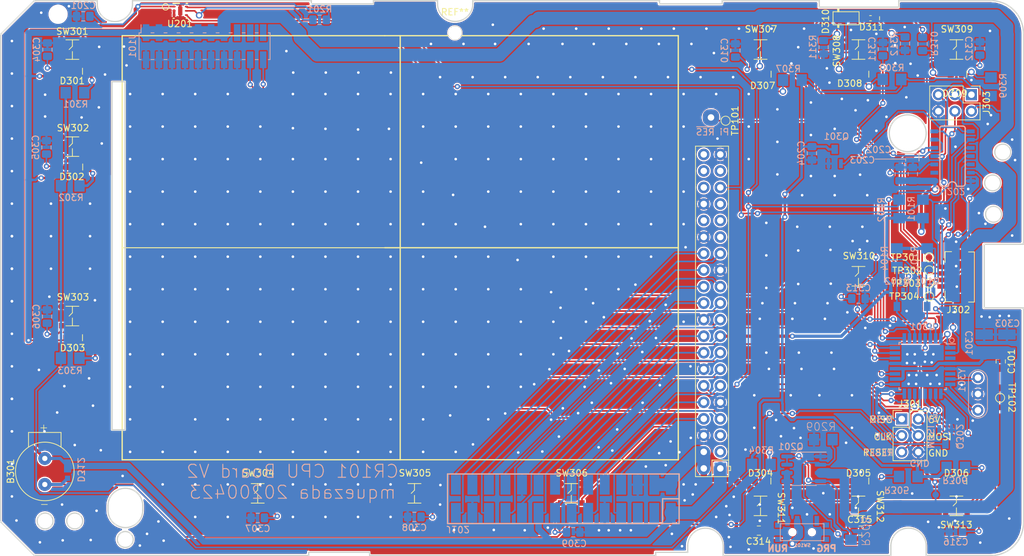
<source format=kicad_pcb>
(kicad_pcb (version 20171130) (host pcbnew "(5.1.5)-3")
  (layers (0 Top signal hide) (31 Bottom signal hide) (34 B.Paste user hide) (35 F.Paste user hide) (36 B.SilkS user hide) (37 F.SilkS user hide) (38 B.Mask user hide) (39 F.Mask user hide) (44 Edge.Cuts user))
  (net 0 "")
  (net 1 GND)
  (net 2 5V)
  (net 3 +3V3)
  (net 4 /UARTB)
  (net 5 /UARTA)
  (net 6 /SCL)
  (net 7 /SDA)
  (net 8 "Net-(J101-Pad15)")
  (net 9 "Net-(J101-Pad17)")
  (net 10 "Net-(Pi101-Pad36)")
  (net 11 "Net-(Pi101-Pad33)")
  (net 12 "Net-(Pi101-Pad32)")
  (net 13 "Net-(Pi101-Pad31)")
  (net 14 "Net-(Pi101-Pad29)")
  (net 15 /EECLK)
  (net 16 /EEDATA)
  (net 17 /RT_CS)
  (net 18 /TFT_CS)
  (net 19 /SCLK)
  (net 20 /TFT_DC)
  (net 21 /MISO)
  (net 22 /MOSI)
  (net 23 /RT_INIT)
  (net 24 /Pi16)
  (net 25 /Pi15)
  (net 26 /Pi13)
  (net 27 /Pi12)
  (net 28 /Pi11)
  (net 29 /Pi7)
  (net 30 /SCL5)
  (net 31 /SDA5)
  (net 32 /Pi5V)
  (net 33 "Net-(Pi101-Pad40)")
  (net 34 "Net-(Pi101-Pad38)")
  (net 35 "Net-(Pi101-Pad37)")
  (net 36 "Net-(B301-PadN)")
  (net 37 "/Micro Controller Devices/SWU")
  (net 38 "/Micro Controller Devices/SW+")
  (net 39 "/Micro Controller Devices/SW-")
  (net 40 "/Micro Controller Devices/SWA")
  (net 41 "/Micro Controller Devices/SWB")
  (net 42 "/Micro Controller Devices/SWC")
  (net 43 "/Micro Controller Devices/SWZ")
  (net 44 "/Micro Controller Devices/SWR")
  (net 45 "/Micro Controller Devices/SWM")
  (net 46 "/Micro Controller Devices/SWE")
  (net 47 "/Micro Controller Devices/SWW")
  (net 48 "/Micro Controller Devices/SWP")
  (net 49 "/Micro Controller Devices/SWF")
  (net 50 "Net-(D301-PadC)")
  (net 51 "Net-(D302-PadC)")
  (net 52 "Net-(D303-PadC)")
  (net 53 "Net-(D304-PadC)")
  (net 54 "Net-(D305-PadC)")
  (net 55 "Net-(D306-PadC)")
  (net 56 "Net-(D307-PadC)")
  (net 57 "Net-(D308-PadC)")
  (net 58 "Net-(D309-PadC)")
  (net 59 "Net-(D310-Pad3)")
  (net 60 "Net-(D310-Pad2)")
  (net 61 "Net-(D311-PadC)")
  (net 62 +BATT)
  (net 63 /VCC_SENSE)
  (net 64 /CH_STAT)
  (net 65 "/Micro Controller Devices/RST")
  (net 66 "/Micro Controller Devices/BUZZ")
  (net 67 "/I2C Devices/OPTINT")
  (net 68 "Net-(SW101-Pad1)")
  (net 69 "Net-(U301-Pad8)")
  (net 70 "Net-(U301-Pad7)")
  (net 71 "Net-(Pi101-Pad5)")
  (net 72 "Net-(Pi101-Pad3)")
  (net 73 "Net-(J102-Pad3)")
  (net 74 "Net-(J102-Pad5)")
  (net 75 "/Micro Controller Devices/PI_PWR_SW")
  (net 76 +5VP)
  (net 77 "Net-(Q201-Pad4)")
  (net 78 /TGUARD)
  (net 79 "Net-(C204-Pad1)")
  (net 80 "/I2C Devices/R_G")
  (net 81 "/I2C Devices/ORANGE")
  (net 82 "/I2C Devices/SCR1")
  (net 83 "/I2C Devices/SCR2")
  (net 84 "/I2C Devices/SCR3")
  (net 85 "/I2C Devices/SCC")
  (net 86 "/I2C Devices/LED_PWM")
  (net 87 "/I2C Devices/85RES")
  (net 88 "/I2C Devices/SCROLL_INT")
  (net 89 "Net-(U301-Pad3)")
  (net 90 "Net-(U301-Pad6)")
  (net 91 /PI_RESET_TOGGLE)
  (net 92 "Net-(U202-Pad2)")
  (module MountingHole:MountingHole_2mm (layer Top) (at 100.179987 50.5)
    (fp_text reference REF** (at 0 -3.2) (layer F.SilkS))
    (fp_text value MountingHole_2mm)
    (pad "" np_thru_hole circle (at 0 0) (size 2 2) (drill 2) (layers *.Cu *.Mask))
  )
  (module Package_SO:SO-8_3.9x4.9mm_P1.27mm (layer Bottom) (at 153.75 117.5 180)
    (fp_text reference Q201 (at 2 3.4) (layer B.SilkS) (effects (justify mirror)))
    (fp_text value DMC4050)
    (pad 1 smd roundrect (at -2.575 1.905 180) (size 1.75 0.6) (layers Bottom B.Paste B.Mask) (net 1 GND))
    (pad 2 smd roundrect (at -2.575 0.635 180) (size 1.75 0.6) (layers Bottom B.Paste B.Mask) (net 75 "/Micro Controller Devices/PI_PWR_SW"))
    (pad 3 smd roundrect (at -2.575 -0.635 180) (size 1.75 0.6) (layers Bottom B.Paste B.Mask) (net 2 5V))
    (pad 4 smd roundrect (at -2.575 -1.905 180) (size 1.75 0.6) (layers Bottom B.Paste B.Mask) (net 77 "Net-(Q201-Pad4)"))
    (pad 5 smd roundrect (at 2.575 -1.905 180) (size 1.75 0.6) (layers Bottom B.Paste B.Mask) (net 76 +5VP))
    (pad 6 smd roundrect (at 2.575 -0.635 180) (size 1.75 0.6) (layers Bottom B.Paste B.Mask) (net 76 +5VP))
    (pad 7 smd roundrect (at 2.575 0.635 180) (size 1.75 0.6) (layers Bottom B.Paste B.Mask) (net 77 "Net-(Q201-Pad4)"))
    (pad 8 smd roundrect (at 2.575 1.905 180) (size 1.75 0.6) (layers Bottom B.Paste B.Mask) (net 77 "Net-(Q201-Pad4)"))
  )
  (module CPU:R1206 (layer Bottom) (at 182.5 58.772 90)
    (fp_text reference R309 (at -1.878 2.45 90) (layer B.SilkS) (effects (justify right bottom mirror)))
    (fp_text value 330)
    (pad 1 smd rect (at -1.422 0 90) (size 1.6 1.803) (layers Bottom B.Paste B.Mask) (net 79 "Net-(C204-Pad1)"))
    (pad 2 smd rect (at 1.422 0 90) (size 1.6 1.803) (layers Bottom B.Paste B.Mask) (net 58 "Net-(D309-PadC)"))
  )
  (module TestPoint:TestPoint_Pad_D1.0mm (layer Top) (at 173 85)
    (fp_text reference TP301 (at -3.6 0) (layer F.SilkS))
    (fp_text value TestPoint hide)
    (pad 1 smd circle (at 0 0) (size 1 1) (layers Top F.Mask) (net 85 "/I2C Devices/SCC"))
  )
  (module TestPoint:TestPoint_Pad_D1.0mm (layer Top) (at 173 87)
    (fp_text reference TP302 (at -3.35 0.05) (layer F.SilkS))
    (fp_text value TestPoint hide)
    (pad 1 smd circle (at 0 0) (size 1 1) (layers Top F.Mask) (net 84 "/I2C Devices/SCR3"))
  )
  (module TestPoint:TestPoint_Pad_D1.0mm (layer Top) (at 173 89)
    (fp_text reference TP303 (at -3.55 0) (layer F.SilkS))
    (fp_text value TestPoint hide)
    (pad 1 smd circle (at 0 0) (size 1 1) (layers Top F.Mask) (net 83 "/I2C Devices/SCR2"))
  )
  (module TestPoint:TestPoint_Pad_D1.0mm (layer Top) (at 173 91)
    (fp_text reference TP304 (at -3.8 0) (layer F.SilkS))
    (fp_text value TestPoint hide)
    (pad 1 smd circle (at 0 0) (size 1 1) (layers Top F.Mask) (net 82 "/I2C Devices/SCR1"))
  )
  (module TestPoint:TestPoint_Pad_D1.0mm (layer Top) (at 183.9 106.6)
    (fp_text reference TP102 (at 1.8 -0.05 270 unlocked) (layer F.SilkS))
    (fp_text value TestPoint hide)
    (pad 1 smd circle (at 0 0) (size 1 1) (layers Top F.Mask) (net 78 /TGUARD))
  )
  (module Capacitor_SMD:C_0805_2012Metric_Pad1.15x1.40mm_HandSolder (layer Bottom) (at 168.5 72.2 270)
    (fp_text reference C203 (at -2.15 5.75 180) (layer B.SilkS) (effects (justify mirror)))
    (fp_text value 1uF)
    (pad 2 smd roundrect (at 1.025 0 270) (size 1.15 1.4) (layers Bottom B.Paste B.Mask) (roundrect_rratio 0.217391) (net 3 +3V3))
    (pad 1 smd roundrect (at -1.025 0 270) (size 1.15 1.4) (layers Bottom B.Paste B.Mask) (roundrect_rratio 0.217391) (net 1 GND))
  )
  (module Capacitor_SMD:C_0805_2012Metric_Pad1.15x1.40mm_HandSolder (layer Bottom) (at 170.5 72.2 90)
    (fp_text reference C202 (at 3.75 -5.25 180) (layer B.SilkS) (effects (justify mirror)))
    (fp_text value 0.1uF)
    (pad 2 smd roundrect (at 1.025 0 90) (size 1.15 1.4) (layers Bottom B.Paste B.Mask) (roundrect_rratio 0.217391) (net 1 GND))
    (pad 1 smd roundrect (at -1.025 0 90) (size 1.15 1.4) (layers Bottom B.Paste B.Mask) (roundrect_rratio 0.217391) (net 3 +3V3))
  )
  (module Capacitor_SMD:C_0805_2012Metric_Pad1.15x1.40mm_HandSolder (layer Bottom) (at 155 69 270)
    (fp_text reference C204 (at 0 1.65 90 unlocked) (layer B.SilkS) (effects (justify mirror)))
    (fp_text value "10 nF")
    (pad 2 smd roundrect (at 1.025 0 270) (size 1.15 1.4) (layers Bottom B.Paste B.Mask) (roundrect_rratio 0.217391) (net 1 GND))
    (pad 1 smd roundrect (at -1.025 0 270) (size 1.15 1.4) (layers Bottom B.Paste B.Mask) (roundrect_rratio 0.217391) (net 79 "Net-(C204-Pad1)"))
  )
  (module CPU:XDCR_CMT-0904-85T (layer Top) (at 37.2 117.91 270)
    (fp_text reference B301 (at -2.06 4.65 270) (layer F.SilkS) (effects (justify right bottom)))
    (fp_text value BUZZERTHT)
    (fp_text user - (at 5.69 -0.75 180) (layer F.SilkS) (effects (font (size 1.2065 1.2065) (thickness 0.1016)) (justify right bottom)))
    (fp_text user + (at -7.51 -0.45 90) (layer F.SilkS) (effects (font (size 1.2065 1.2065) (thickness 0.1016)) (justify right bottom)))
    (pad N thru_hole circle (at 2 0 270) (size 2 2) (drill 0.8) (layers *.Cu *.Mask) (net 36 "Net-(B301-PadN)"))
    (pad P thru_hole circle (at -2 0 270) (size 2 2) (drill 0.8) (layers *.Cu *.Mask) (net 3 +3V3))
  )
  (module CPU:C1210 (layer Bottom) (at 181.45 98.26 90)
    (fp_text reference C301 (at -1.94 -1.7 90) (layer B.SilkS) (effects (justify right bottom mirror)))
    (fp_text value 1uF)
    (pad 2 smd rect (at 1.4 0 90) (size 1.6 2.7) (layers Bottom B.Paste B.Mask) (net 1 GND))
    (pad 1 smd rect (at -1.4 0 90) (size 1.6 2.7) (layers Bottom B.Paste B.Mask) (net 2 5V))
  )
  (module CPU:C1210 (layer Bottom) (at 184.95 98.26 90)
    (fp_text reference C303 (at 2.51 -1.95 180) (layer B.SilkS) (effects (justify right bottom mirror)))
    (fp_text value 10uF)
    (pad 2 smd rect (at 1.4 0 90) (size 1.6 2.7) (layers Bottom B.Paste B.Mask) (net 1 GND))
    (pad 1 smd rect (at -1.4 0 90) (size 1.6 2.7) (layers Bottom B.Paste B.Mask) (net 2 5V))
  )
  (module CPU:LED-0603 (layer Top) (at 41.4 56.4)
    (fp_text reference D301 (at 0.015502 2.05) (layer F.SilkS) (effects (justify bottom)))
    (fp_text value LED0603)
    (pad A smd roundrect (at -0.877 0 270) (size 1 1) (layers Top F.Paste F.Mask) (roundrect_rratio 0.15) (net 2 5V))
    (pad C smd roundrect (at 0.877 0 270) (size 1 1) (layers Top F.Paste F.Mask) (roundrect_rratio 0.15) (net 50 "Net-(D301-PadC)"))
  )
  (module CPU:MICRO_SMP (layer Bottom) (at 40.7 118.31 270)
    (fp_text reference D312 (at -0.66 -2.05 270 unlocked) (layer B.SilkS) (effects (justify mirror)))
    (fp_text value DIODE hide)
    (pad A smd rect (at 0.65 0 270) (size 0.8 0.8) (layers Bottom B.Paste B.Mask) (net 36 "Net-(B301-PadN)"))
    (pad K smd rect (at -1.25 0 180) (size 1.1 2) (layers Bottom B.Paste B.Mask) (net 3 +3V3))
  )
  (module CPU:INOLUX_IN-S85DATRG (layer Top) (at 160.25 48.25)
    (fp_text reference D310 (at -3.14 0.49 90) (layer F.SilkS))
    (fp_text value RG hide)
    (pad 3 smd rect (at -1.15 0.475 180) (size 1.2 0.6) (layers Top F.Paste F.Mask) (net 59 "Net-(D310-Pad3)"))
    (pad 1 smd rect (at -1.15 -0.475 180) (size 1.2 0.6) (layers Top F.Paste F.Mask) (net 80 "/I2C Devices/R_G"))
    (pad 2 smd rect (at 1.15 -0.475 180) (size 1.2 0.6) (layers Top F.Paste F.Mask) (net 60 "Net-(D310-Pad2)"))
    (pad 4 smd rect (at 1.15 0.475 180) (size 1.2 0.6) (layers Top F.Paste F.Mask) (net 80 "/I2C Devices/R_G"))
  )
  (module CPU:LEDSC160X80X70L45N (layer Top) (at 164 48.25 180)
    (fp_text reference D311 (at -2.2 -1.94) (layer F.SilkS) (effects (justify right bottom)))
    (fp_text value 598-8030-107F)
    (pad A smd roundrect (at 0.75 0 180) (size 0.91 0.83) (layers Top F.Paste F.Mask) (roundrect_rratio 0.265) (net 81 "/I2C Devices/ORANGE"))
    (pad C smd roundrect (at -0.75 0 180) (size 0.91 0.83) (layers Top F.Paste F.Mask) (roundrect_rratio 0.265) (net 61 "Net-(D311-PadC)"))
  )
  (module CPU:LED-0603 (layer Top) (at 41.434498 71.12)
    (fp_text reference D302 (at -0.084498 2.08) (layer F.SilkS) (effects (justify bottom)))
    (fp_text value LED0603)
    (pad A smd roundrect (at -0.877 0 270) (size 1 1) (layers Top F.Paste F.Mask) (roundrect_rratio 0.15) (net 2 5V))
    (pad C smd roundrect (at 0.877 0 270) (size 1 1) (layers Top F.Paste F.Mask) (roundrect_rratio 0.15) (net 51 "Net-(D302-PadC)"))
  )
  (module CPU:LED-0603 (layer Top) (at 41.4 97.35)
    (fp_text reference D303 (at 0.065502 2.16 180) (layer F.SilkS) (effects (justify bottom)))
    (fp_text value LED0603)
    (pad A smd roundrect (at -0.877 0 270) (size 1 1) (layers Top F.Paste F.Mask) (roundrect_rratio 0.15) (net 2 5V))
    (pad C smd roundrect (at 0.877 0 270) (size 1 1) (layers Top F.Paste F.Mask) (roundrect_rratio 0.15) (net 52 "Net-(D303-PadC)"))
  )
  (module CPU:LED-0603 (layer Top) (at 147.107664 119.38)
    (fp_text reference D304 (at 0 -0.635) (layer F.SilkS) (effects (justify bottom)))
    (fp_text value LED0603)
    (pad A smd roundrect (at -0.877 0 270) (size 1 1) (layers Top F.Paste F.Mask) (roundrect_rratio 0.15) (net 2 5V))
    (pad C smd roundrect (at 0.877 0 270) (size 1 1) (layers Top F.Paste F.Mask) (roundrect_rratio 0.15) (net 53 "Net-(D304-PadC)"))
  )
  (module CPU:LED-0603 (layer Top) (at 162.149216 119.38)
    (fp_text reference D305 (at 0 -0.635) (layer F.SilkS) (effects (justify bottom)))
    (fp_text value LED0603)
    (pad A smd roundrect (at -0.877 0 270) (size 1 1) (layers Top F.Paste F.Mask) (roundrect_rratio 0.15) (net 2 5V))
    (pad C smd roundrect (at 0.877 0 270) (size 1 1) (layers Top F.Paste F.Mask) (roundrect_rratio 0.15) (net 54 "Net-(D305-PadC)"))
  )
  (module CPU:LED-0603 (layer Top) (at 177.190779 119.38)
    (fp_text reference D306 (at 0 -0.635) (layer F.SilkS) (effects (justify bottom)))
    (fp_text value LED0603)
    (pad A smd roundrect (at -0.877 0 270) (size 1 1) (layers Top F.Paste F.Mask) (roundrect_rratio 0.15) (net 2 5V))
    (pad C smd roundrect (at 0.877 0 270) (size 1 1) (layers Top F.Paste F.Mask) (roundrect_rratio 0.15) (net 55 "Net-(D306-PadC)"))
  )
  (module CPU:LED-0603 (layer Top) (at 147.15 56.85)
    (fp_text reference D307 (at 0.292336 2.35) (layer F.SilkS) (effects (justify bottom)))
    (fp_text value LED0603)
    (pad A smd roundrect (at -0.877 0 270) (size 1 1) (layers Top F.Paste F.Mask) (roundrect_rratio 0.15) (net 2 5V))
    (pad C smd roundrect (at 0.877 0 270) (size 1 1) (layers Top F.Paste F.Mask) (roundrect_rratio 0.15) (net 56 "Net-(D307-PadC)"))
  )
  (module CPU:LED-0603 (layer Top) (at 162.15 56.85)
    (fp_text reference D308 (at -1.35 2) (layer F.SilkS) (effects (justify bottom)))
    (fp_text value LED0603)
    (pad A smd roundrect (at -0.877 0 270) (size 1 1) (layers Top F.Paste F.Mask) (roundrect_rratio 0.15) (net 2 5V))
    (pad C smd roundrect (at 0.877 0 270) (size 1 1) (layers Top F.Paste F.Mask) (roundrect_rratio 0.15) (net 57 "Net-(D308-PadC)"))
  )
  (module CPU:LED-0603 (layer Top) (at 177.190779 56.85)
    (fp_text reference D309 (at -0.240779 3.55 180) (layer F.SilkS) (effects (justify bottom)))
    (fp_text value LED0603)
    (pad A smd roundrect (at -0.877 0 270) (size 1 1) (layers Top F.Paste F.Mask) (roundrect_rratio 0.15) (net 2 5V))
    (pad C smd roundrect (at 0.877 0 270) (size 1 1) (layers Top F.Paste F.Mask) (roundrect_rratio 0.15) (net 58 "Net-(D309-PadC)"))
  )
  (module CPU:KYOCERA-6227-FPC_FFC (layer Top) (at 176.45 87.972372 270)
    (fp_text reference J302 (at 5.677628 -2.95 180) (layer F.SilkS) (effects (justify right bottom)))
    (fp_text value 1X4SMD-FPC)
    (pad 4 smd rect (at 1.5 1.5 270) (size 0.7 1.35) (layers Top F.Paste F.Mask) (net 82 "/I2C Devices/SCR1"))
    (pad 3 smd rect (at 0.5 1.5 270) (size 0.7 1.35) (layers Top F.Paste F.Mask) (net 83 "/I2C Devices/SCR2"))
    (pad 2 smd rect (at -0.5 1.5 270) (size 0.7 1.35) (layers Top F.Paste F.Mask) (net 84 "/I2C Devices/SCR3"))
    (pad 1 smd rect (at -1.5 1.5 270) (size 0.7 1.35) (layers Top F.Paste F.Mask) (net 85 "/I2C Devices/SCC"))
    (pad Y smd rect (at 3.4 -1.275 270) (size 1.5 1.9) (layers Top F.Paste F.Mask))
    (pad X smd rect (at -3.4 -1.275 270) (size 1.5 1.9) (layers Top F.Paste F.Mask))
  )
  (module CPU:R1206 (layer Bottom) (at 41.83 59.69)
    (fp_text reference R301 (at -1.93 2.36) (layer B.SilkS) (effects (justify right bottom mirror)))
    (fp_text value 330 hide)
    (pad 1 smd rect (at -1.422 0) (size 1.6 1.803) (layers Bottom B.Paste B.Mask) (net 79 "Net-(C204-Pad1)"))
    (pad 2 smd rect (at 1.422 0) (size 1.6 1.803) (layers Bottom B.Paste B.Mask) (net 50 "Net-(D301-PadC)"))
  )
  (module CPU:R1206 (layer Bottom) (at 41.1 74)
    (fp_text reference R302 (at -1.9 2.4) (layer B.SilkS) (effects (justify right bottom mirror)))
    (fp_text value 330)
    (pad 1 smd rect (at -1.422 0) (size 1.6 1.803) (layers Bottom B.Paste B.Mask) (net 79 "Net-(C204-Pad1)"))
    (pad 2 smd rect (at 1.422 0) (size 1.6 1.803) (layers Bottom B.Paste B.Mask) (net 51 "Net-(D302-PadC)"))
  )
  (module CPU:R1206 (layer Bottom) (at 41.1 100.5)
    (fp_text reference R303 (at -2.05 2.5) (layer B.SilkS) (effects (justify right bottom mirror)))
    (fp_text value 330)
    (pad 1 smd rect (at -1.422 0) (size 1.6 1.803) (layers Bottom B.Paste B.Mask) (net 79 "Net-(C204-Pad1)"))
    (pad 2 smd rect (at 1.422 0) (size 1.6 1.803) (layers Bottom B.Paste B.Mask) (net 52 "Net-(D303-PadC)"))
  )
  (module CPU:R1206 (layer Bottom) (at 147.24 116.84)
    (fp_text reference R304 (at -2.04 -1.59) (layer B.SilkS) (effects (justify right bottom mirror)))
    (fp_text value 330)
    (pad 1 smd rect (at -1.422 0) (size 1.6 1.803) (layers Bottom B.Paste B.Mask) (net 79 "Net-(C204-Pad1)"))
    (pad 2 smd rect (at 1.422 0) (size 1.6 1.803) (layers Bottom B.Paste B.Mask) (net 53 "Net-(D304-PadC)"))
  )
  (module CPU:R1206 (layer Bottom) (at 169.8 118.7 180)
    (fp_text reference R305 (at 3.8 -1.45 180 unlocked) (layer B.SilkS) (effects (justify left bottom mirror)))
    (fp_text value 330)
    (pad 1 smd rect (at -1.422 0 180) (size 1.6 1.803) (layers Bottom B.Paste B.Mask) (net 79 "Net-(C204-Pad1)"))
    (pad 2 smd rect (at 1.422 0 180) (size 1.6 1.803) (layers Bottom B.Paste B.Mask) (net 54 "Net-(D305-PadC)"))
  )
  (module CPU:R1206 (layer Bottom) (at 177.1 117.3)
    (fp_text reference R306 (at 1.9 1.35 180 unlocked) (layer B.SilkS) (effects (justify right bottom mirror)))
    (fp_text value 330 hide)
    (pad 1 smd rect (at -1.422 0) (size 1.6 1.803) (layers Bottom B.Paste B.Mask) (net 79 "Net-(C204-Pad1)"))
    (pad 2 smd rect (at 1.422 0) (size 1.6 1.803) (layers Bottom B.Paste B.Mask) (net 55 "Net-(D306-PadC)"))
  )
  (module CPU:R1206 (layer Bottom) (at 152 57.75 180)
    (fp_text reference R307 (at -1.397 1.143) (layer B.SilkS) (effects (justify left bottom mirror)))
    (fp_text value 330)
    (pad 1 smd rect (at -1.422 0 180) (size 1.6 1.803) (layers Bottom B.Paste B.Mask) (net 79 "Net-(C204-Pad1)"))
    (pad 2 smd rect (at 1.422 0 180) (size 1.6 1.803) (layers Bottom B.Paste B.Mask) (net 56 "Net-(D307-PadC)"))
  )
  (module CPU:R1206 (layer Bottom) (at 167.3 57.65 180)
    (fp_text reference R308 (at -2 1.2) (layer B.SilkS) (effects (justify left bottom mirror)))
    (fp_text value 330)
    (pad 1 smd rect (at -1.422 0 180) (size 1.6 1.803) (layers Bottom B.Paste B.Mask) (net 79 "Net-(C204-Pad1)"))
    (pad 2 smd rect (at 1.422 0 180) (size 1.6 1.803) (layers Bottom B.Paste B.Mask) (net 57 "Net-(D308-PadC)"))
  )
  (module CPU:PTS540-ULTRA_LOW_PROFILE_SW_SPST (layer Top) (at 41.434498 53.065607)
    (fp_text reference SW301 (at -2.584498 -2.215607) (layer F.SilkS) (effects (justify left bottom)))
    (fp_text value TACTILE_SWITCHPTS540-SMD hide)
    (pad 4 smd rect (at 1.65 1.475) (size 0.8 0.85) (layers Top F.Paste F.Mask) (net 37 "/Micro Controller Devices/SWU"))
    (pad 3 smd rect (at -1.65 1.475) (size 0.8 0.85) (layers Top F.Paste F.Mask) (net 37 "/Micro Controller Devices/SWU"))
    (pad 2 smd rect (at 1.65 -1.475) (size 0.8 0.85) (layers Top F.Paste F.Mask) (net 1 GND))
    (pad 1 smd rect (at -1.65 -1.475) (size 0.8 0.85) (layers Top F.Paste F.Mask) (net 1 GND))
  )
  (module CPU:PTS540-ULTRA_LOW_PROFILE_SW_SPST (layer Top) (at 162.149216 87.906979)
    (fp_text reference SW310 (at -2.5 -2.54) (layer F.SilkS) (effects (justify left bottom)))
    (fp_text value TACTILE_SWITCHPTS540-SMD hide)
    (pad 4 smd rect (at 1.65 1.475) (size 0.8 0.85) (layers Top F.Paste F.Mask) (net 46 "/Micro Controller Devices/SWE"))
    (pad 3 smd rect (at -1.65 1.475) (size 0.8 0.85) (layers Top F.Paste F.Mask) (net 46 "/Micro Controller Devices/SWE"))
    (pad 2 smd rect (at 1.65 -1.475) (size 0.8 0.85) (layers Top F.Paste F.Mask) (net 1 GND))
    (pad 1 smd rect (at -1.65 -1.475) (size 0.8 0.85) (layers Top F.Paste F.Mask) (net 1 GND))
  )
  (module CPU:PTS540-ULTRA_LOW_PROFILE_SW_SPST (layer Top) (at 147.107664 123.204542)
    (fp_text reference SW311 (at 2.592336 -2.204542 270 unlocked) (layer F.SilkS) (effects (justify left bottom)))
    (fp_text value TACTILE_SWITCHPTS540-SMD)
    (pad 4 smd rect (at 1.65 1.475) (size 0.8 0.85) (layers Top F.Paste F.Mask) (net 47 "/Micro Controller Devices/SWW"))
    (pad 3 smd rect (at -1.65 1.475) (size 0.8 0.85) (layers Top F.Paste F.Mask) (net 47 "/Micro Controller Devices/SWW"))
    (pad 2 smd rect (at 1.65 -1.475) (size 0.8 0.85) (layers Top F.Paste F.Mask) (net 1 GND))
    (pad 1 smd rect (at -1.65 -1.475) (size 0.8 0.85) (layers Top F.Paste F.Mask) (net 1 GND))
  )
  (module CPU:PTS540-ULTRA_LOW_PROFILE_SW_SPST (layer Top) (at 162.149216 123.204542)
    (fp_text reference SW312 (at 2.750784 -2.504542 270 unlocked) (layer F.SilkS) (effects (justify left bottom)))
    (fp_text value TACTILE_SWITCHPTS540-SMD hide)
    (pad 4 smd rect (at 1.65 1.475) (size 0.8 0.85) (layers Top F.Paste F.Mask) (net 48 "/Micro Controller Devices/SWP"))
    (pad 3 smd rect (at -1.65 1.475) (size 0.8 0.85) (layers Top F.Paste F.Mask) (net 48 "/Micro Controller Devices/SWP"))
    (pad 2 smd rect (at 1.65 -1.475) (size 0.8 0.85) (layers Top F.Paste F.Mask) (net 1 GND))
    (pad 1 smd rect (at -1.65 -1.475) (size 0.8 0.85) (layers Top F.Paste F.Mask) (net 1 GND))
  )
  (module CPU:PTS540-ULTRA_LOW_PROFILE_SW_SPST (layer Top) (at 177.190779 123.204542)
    (fp_text reference SW313 (at -2.590779 3.495458 180) (layer F.SilkS) (effects (justify left bottom)))
    (fp_text value TACTILE_SWITCHPTS540-SMD hide)
    (pad 4 smd rect (at 1.65 1.475) (size 0.8 0.85) (layers Top F.Paste F.Mask) (net 49 "/Micro Controller Devices/SWF"))
    (pad 3 smd rect (at -1.65 1.475) (size 0.8 0.85) (layers Top F.Paste F.Mask) (net 49 "/Micro Controller Devices/SWF"))
    (pad 2 smd rect (at 1.65 -1.475) (size 0.8 0.85) (layers Top F.Paste F.Mask) (net 1 GND))
    (pad 1 smd rect (at -1.65 -1.475) (size 0.8 0.85) (layers Top F.Paste F.Mask) (net 1 GND))
  )
  (module CPU:PTS540-ULTRA_LOW_PROFILE_SW_SPST (layer Top) (at 41.434498 67.986847)
    (fp_text reference SW302 (at -2.484498 -2.286847) (layer F.SilkS) (effects (justify left bottom)))
    (fp_text value TACTILE_SWITCHPTS540-SMD hide)
    (pad 4 smd rect (at 1.65 1.475) (size 0.8 0.85) (layers Top F.Paste F.Mask) (net 38 "/Micro Controller Devices/SW+"))
    (pad 3 smd rect (at -1.65 1.475) (size 0.8 0.85) (layers Top F.Paste F.Mask) (net 38 "/Micro Controller Devices/SW+"))
    (pad 2 smd rect (at 1.65 -1.475) (size 0.8 0.85) (layers Top F.Paste F.Mask) (net 1 GND))
    (pad 1 smd rect (at -1.65 -1.475) (size 0.8 0.85) (layers Top F.Paste F.Mask) (net 1 GND))
  )
  (module CPU:PTS540-ULTRA_LOW_PROFILE_SW_SPST (layer Top) (at 41.434498 94.028815)
    (fp_text reference SW303 (at -2.484498 -2.328815) (layer F.SilkS) (effects (justify left bottom)))
    (fp_text value TACTILE_SWITCHPTS540-SMD hide)
    (pad 4 smd rect (at 1.65 1.475) (size 0.8 0.85) (layers Top F.Paste F.Mask) (net 39 "/Micro Controller Devices/SW-"))
    (pad 3 smd rect (at -1.65 1.475) (size 0.8 0.85) (layers Top F.Paste F.Mask) (net 39 "/Micro Controller Devices/SW-"))
    (pad 2 smd rect (at 1.65 -1.475) (size 0.8 0.85) (layers Top F.Paste F.Mask) (net 1 GND))
    (pad 1 smd rect (at -1.65 -1.475) (size 0.8 0.85) (layers Top F.Paste F.Mask) (net 1 GND))
  )
  (module CPU:PTS540-ULTRA_LOW_PROFILE_SW_SPST (layer Top) (at 69.89431 121.281309)
    (fp_text reference SW304 (at -2.5 -2.54) (layer F.SilkS) (effects (justify left bottom)))
    (fp_text value TACTILE_SWITCHPTS540-SMD hide)
    (pad 4 smd rect (at 1.65 1.475) (size 0.8 0.85) (layers Top F.Paste F.Mask) (net 40 "/Micro Controller Devices/SWA"))
    (pad 3 smd rect (at -1.65 1.475) (size 0.8 0.85) (layers Top F.Paste F.Mask) (net 40 "/Micro Controller Devices/SWA"))
    (pad 2 smd rect (at 1.65 -1.475) (size 0.8 0.85) (layers Top F.Paste F.Mask) (net 1 GND))
    (pad 1 smd rect (at -1.65 -1.475) (size 0.8 0.85) (layers Top F.Paste F.Mask) (net 1 GND))
  )
  (module CPU:PTS540-ULTRA_LOW_PROFILE_SW_SPST (layer Top) (at 93.970839 121.281309)
    (fp_text reference SW305 (at -2.5 -2.54) (layer F.SilkS) (effects (justify left bottom)))
    (fp_text value TACTILE_SWITCHPTS540-SMD hide)
    (pad 4 smd rect (at 1.65 1.475) (size 0.8 0.85) (layers Top F.Paste F.Mask) (net 41 "/Micro Controller Devices/SWB"))
    (pad 3 smd rect (at -1.65 1.475) (size 0.8 0.85) (layers Top F.Paste F.Mask) (net 41 "/Micro Controller Devices/SWB"))
    (pad 2 smd rect (at 1.65 -1.475) (size 0.8 0.85) (layers Top F.Paste F.Mask) (net 1 GND))
    (pad 1 smd rect (at -1.65 -1.475) (size 0.8 0.85) (layers Top F.Paste F.Mask) (net 1 GND))
  )
  (module CPU:PTS540-ULTRA_LOW_PROFILE_SW_SPST (layer Top) (at 118.047369 121.281309)
    (fp_text reference SW306 (at -2.5 -2.54) (layer F.SilkS) (effects (justify left bottom)))
    (fp_text value TACTILE_SWITCHPTS540-SMD hide)
    (pad 4 smd rect (at 1.65 1.475) (size 0.8 0.85) (layers Top F.Paste F.Mask) (net 42 "/Micro Controller Devices/SWC"))
    (pad 3 smd rect (at -1.65 1.475) (size 0.8 0.85) (layers Top F.Paste F.Mask) (net 42 "/Micro Controller Devices/SWC"))
    (pad 2 smd rect (at 1.65 -1.475) (size 0.8 0.85) (layers Top F.Paste F.Mask) (net 1 GND))
    (pad 1 smd rect (at -1.65 -1.475) (size 0.8 0.85) (layers Top F.Paste F.Mask) (net 1 GND))
  )
  (module CPU:PTS540-ULTRA_LOW_PROFILE_SW_SPST (layer Top) (at 147.107664 53.053472)
    (fp_text reference SW307 (at -2.5 -2.54) (layer F.SilkS) (effects (justify left bottom)))
    (fp_text value TACTILE_SWITCHPTS540-SMD hide)
    (pad 4 smd rect (at 1.65 1.475) (size 0.8 0.85) (layers Top F.Paste F.Mask) (net 43 "/Micro Controller Devices/SWZ"))
    (pad 3 smd rect (at -1.65 1.475) (size 0.8 0.85) (layers Top F.Paste F.Mask) (net 43 "/Micro Controller Devices/SWZ"))
    (pad 2 smd rect (at 1.65 -1.475) (size 0.8 0.85) (layers Top F.Paste F.Mask) (net 1 GND))
    (pad 1 smd rect (at -1.65 -1.475) (size 0.8 0.85) (layers Top F.Paste F.Mask) (net 1 GND))
  )
  (module CPU:PTS540-ULTRA_LOW_PROFILE_SW_SPST (layer Top) (at 162.149216 53.053472)
    (fp_text reference SW308 (at -2.749216 2.796528 270) (layer F.SilkS) (effects (justify left bottom)))
    (fp_text value TACTILE_SWITCHPTS540-SMD hide)
    (pad 4 smd rect (at 1.65 1.475) (size 0.8 0.85) (layers Top F.Paste F.Mask) (net 44 "/Micro Controller Devices/SWR"))
    (pad 3 smd rect (at -1.65 1.475) (size 0.8 0.85) (layers Top F.Paste F.Mask) (net 44 "/Micro Controller Devices/SWR"))
    (pad 2 smd rect (at 1.65 -1.475) (size 0.8 0.85) (layers Top F.Paste F.Mask) (net 1 GND))
    (pad 1 smd rect (at -1.65 -1.475) (size 0.8 0.85) (layers Top F.Paste F.Mask) (net 1 GND))
  )
  (module CPU:PTS540-ULTRA_LOW_PROFILE_SW_SPST (layer Top) (at 177.190779 53.053472)
    (fp_text reference SW309 (at -2.5 -2.54) (layer F.SilkS) (effects (justify left bottom)))
    (fp_text value TACTILE_SWITCHPTS540-SMD hide)
    (pad 4 smd rect (at 1.65 1.475) (size 0.8 0.85) (layers Top F.Paste F.Mask) (net 45 "/Micro Controller Devices/SWM"))
    (pad 3 smd rect (at -1.65 1.475) (size 0.8 0.85) (layers Top F.Paste F.Mask) (net 45 "/Micro Controller Devices/SWM"))
    (pad 2 smd rect (at 1.65 -1.475) (size 0.8 0.85) (layers Top F.Paste F.Mask) (net 1 GND))
    (pad 1 smd rect (at -1.65 -1.475) (size 0.8 0.85) (layers Top F.Paste F.Mask) (net 1 GND))
  )
  (module CPU:SOT23 (layer Bottom) (at 158.5 69.5 180)
    (fp_text reference Q301 (at 1.8 2.5 unlocked) (layer B.SilkS) (effects (justify right bottom mirror)))
    (fp_text value IRLML0040TR)
    (pad 1 smd rect (at -0.95 -1.1 180) (size 0.6 1.4) (layers Bottom B.Paste B.Mask) (net 86 "/I2C Devices/LED_PWM"))
    (pad 2 smd rect (at 0.95 -1.1 180) (size 0.6 1.4) (layers Bottom B.Paste B.Mask) (net 1 GND))
    (pad 3 smd rect (at 0 1.1 180) (size 1 1.4) (layers Bottom B.Paste B.Mask) (net 79 "Net-(C204-Pad1)"))
  )
  (module CPU:DNP0006A (layer Top) (at 58 47.11)
    (fp_text reference U201 (at -0.05 1.99 180) (layer F.SilkS))
    (fp_text value OPT3001 hide)
    (pad 7 smd rect (at 0 0) (size 0.65 1.35) (layers Top F.Mask) (net 1 GND))
    (pad 6 smd roundrect (at 0.95 -0.65) (size 0.5 0.25) (layers Top F.Paste F.Mask) (roundrect_rratio 0.5) (net 7 /SDA))
    (pad 5 smd roundrect (at 0.95 0) (size 0.5 0.25) (layers Top F.Paste F.Mask) (roundrect_rratio 0.5) (net 67 "/I2C Devices/OPTINT"))
    (pad 4 smd roundrect (at 0.95 0.65) (size 0.5 0.25) (layers Top F.Paste F.Mask) (roundrect_rratio 0.5) (net 6 /SCL))
    (pad 3 smd roundrect (at -0.95 0.655) (size 0.5 0.25) (layers Top F.Paste F.Mask) (roundrect_rratio 0.5) (net 1 GND))
    (pad 2 smd roundrect (at -0.95 0) (size 0.5 0.25) (layers Top F.Paste F.Mask) (roundrect_rratio 0.5) (net 1 GND))
    (pad 1 smd roundrect (at -0.95 -0.65) (size 0.5 0.25) (layers Top F.Paste F.Mask) (roundrect_rratio 0.5) (net 3 +3V3))
  )
  (module CPU:SOT23 (layer Bottom) (at 175.5 112.6)
    (fp_text reference Q302 (at 1.6 -2.1 270 unlocked) (layer B.SilkS) (effects (justify right bottom mirror)))
    (fp_text value IRLML0040TR)
    (pad 3 smd rect (at 0 1.1) (size 1 1.4) (layers Bottom B.Paste B.Mask) (net 36 "Net-(B301-PadN)"))
    (pad 2 smd rect (at 0.95 -1.1) (size 0.6 1.4) (layers Bottom B.Paste B.Mask) (net 1 GND))
    (pad 1 smd rect (at -0.95 -1.1) (size 0.6 1.4) (layers Bottom B.Paste B.Mask) (net 66 "/Micro Controller Devices/BUZZ"))
  )
  (module Connector_PinHeader_2.00mm:PinHeader_2x10_P2.00mm_Vertical_SMD (layer Bottom) (at 61.74 52.54752 270)
    (fp_text reference J101 (at 0 11.06 270) (layer B.SilkS) (effects (justify mirror)))
    (fp_text value Conn_02x10_Odd_Even)
    (pad 1 smd rect (at -2.085 9 270) (size 2.58 1) (layers Bottom B.Paste B.Mask) (net 2 5V))
    (pad 2 smd rect (at 2.085 9 270) (size 2.58 1) (layers Bottom B.Paste B.Mask) (net 1 GND))
    (pad 3 smd rect (at -2.085 7 270) (size 2.58 1) (layers Bottom B.Paste B.Mask) (net 2 5V))
    (pad 4 smd rect (at 2.085 7 270) (size 2.58 1) (layers Bottom B.Paste B.Mask) (net 1 GND))
    (pad 5 smd rect (at -2.085 5 270) (size 2.58 1) (layers Bottom B.Paste B.Mask) (net 2 5V))
    (pad 6 smd rect (at 2.085 5 270) (size 2.58 1) (layers Bottom B.Paste B.Mask) (net 1 GND))
    (pad 7 smd rect (at -2.085 3 270) (size 2.58 1) (layers Bottom B.Paste B.Mask) (net 2 5V))
    (pad 8 smd rect (at 2.085 3 270) (size 2.58 1) (layers Bottom B.Paste B.Mask) (net 1 GND))
    (pad 9 smd rect (at -2.085 1 270) (size 2.58 1) (layers Bottom B.Paste B.Mask) (net 2 5V))
    (pad 10 smd rect (at 2.085 1 270) (size 2.58 1) (layers Bottom B.Paste B.Mask) (net 1 GND))
    (pad 11 smd rect (at -2.085 -1 270) (size 2.58 1) (layers Bottom B.Paste B.Mask) (net 2 5V))
    (pad 12 smd rect (at 2.085 -1 270) (size 2.58 1) (layers Bottom B.Paste B.Mask) (net 1 GND))
    (pad 13 smd rect (at -2.085 -3 270) (size 2.58 1) (layers Bottom B.Paste B.Mask) (net 2 5V))
    (pad 14 smd rect (at 2.085 -3 270) (size 2.58 1) (layers Bottom B.Paste B.Mask) (net 1 GND))
    (pad 15 smd rect (at -2.085 -5 270) (size 2.58 1) (layers Bottom B.Paste B.Mask) (net 8 "Net-(J101-Pad15)"))
    (pad 16 smd rect (at 2.085 -5 270) (size 2.58 1) (layers Bottom B.Paste B.Mask) (net 1 GND))
    (pad 17 smd rect (at -2.085 -7 270) (size 2.58 1) (layers Bottom B.Paste B.Mask) (net 9 "Net-(J101-Pad17)"))
    (pad 18 smd rect (at 2.085 -7 270) (size 2.58 1) (layers Bottom B.Paste B.Mask) (net 62 +BATT))
    (pad 19 smd rect (at -2.085 -9 270) (size 2.58 1) (layers Bottom B.Paste B.Mask) (net 63 /VCC_SENSE))
    (pad 20 smd rect (at 2.085 -9 270) (size 2.58 1) (layers Bottom B.Paste B.Mask) (net 64 /CH_STAT))
  )
  (module Crystal:Resonator-3Pin_W7.0mm_H2.5mm (layer Bottom) (at 180.5 103.5 270)
    (fp_text reference Y301 (at 0.4 2.45 270) (layer B.SilkS) (effects (justify mirror)))
    (fp_text value Resonator_Small hide)
    (pad 1 thru_hole circle (at 0 0 270) (size 1.7 1.7) (drill 1) (layers *.Cu *.Mask) (net 70 "Net-(U301-Pad7)"))
    (pad 2 thru_hole circle (at 2.5 0 270) (size 1.7 1.7) (drill 1) (layers *.Cu *.Mask) (net 1 GND))
    (pad 3 thru_hole circle (at 5 0 270) (size 1.7 1.7) (drill 1) (layers *.Cu *.Mask) (net 69 "Net-(U301-Pad8)"))
  )
  (module CPU:RASPBERRYPI_Zero-No_Mounting_Holes (layer Top) (at 166.164221 125.809999 90)
    (fp_text reference Pi101 hide)
    (fp_text value RPI-ZERO hide)
    (pad 40 thru_hole circle (at 56.63 -27.77 90) (size 1.778 1.778) (drill 1) (layers *.Cu *.Mask) (net 33 "Net-(Pi101-Pad40)"))
    (pad 39 thru_hole circle (at 56.63 -25.23 90) (size 1.778 1.778) (drill 1) (layers *.Cu *.Mask) (net 1 GND))
    (pad 38 thru_hole circle (at 54.09 -27.77 90) (size 1.778 1.778) (drill 1) (layers *.Cu *.Mask) (net 34 "Net-(Pi101-Pad38)"))
    (pad 37 thru_hole circle (at 54.09 -25.23 90) (size 1.778 1.778) (drill 1) (layers *.Cu *.Mask) (net 35 "Net-(Pi101-Pad37)"))
    (pad 36 thru_hole circle (at 51.55 -27.77 90) (size 1.778 1.778) (drill 1) (layers *.Cu *.Mask) (net 10 "Net-(Pi101-Pad36)"))
    (pad 35 thru_hole circle (at 51.55 -25.23 90) (size 1.778 1.778) (drill 1) (layers *.Cu *.Mask) (net 6 /SCL))
    (pad 34 thru_hole circle (at 49.01 -27.77 90) (size 1.778 1.778) (drill 1) (layers *.Cu *.Mask) (net 1 GND))
    (pad 33 thru_hole circle (at 49.01 -25.23 90) (size 1.778 1.778) (drill 1) (layers *.Cu *.Mask) (net 11 "Net-(Pi101-Pad33)"))
    (pad 32 thru_hole circle (at 46.47 -27.77 90) (size 1.778 1.778) (drill 1) (layers *.Cu *.Mask) (net 12 "Net-(Pi101-Pad32)"))
    (pad 31 thru_hole circle (at 46.47 -25.23 90) (size 1.778 1.778) (drill 1) (layers *.Cu *.Mask) (net 13 "Net-(Pi101-Pad31)"))
    (pad 30 thru_hole circle (at 43.93 -27.77 90) (size 1.778 1.778) (drill 1) (layers *.Cu *.Mask) (net 1 GND))
    (pad 29 thru_hole circle (at 43.93 -25.23 90) (size 1.778 1.778) (drill 1) (layers *.Cu *.Mask) (net 14 "Net-(Pi101-Pad29)"))
    (pad 28 thru_hole circle (at 41.39 -27.77 90) (size 1.778 1.778) (drill 1) (layers *.Cu *.Mask) (net 15 /EECLK))
    (pad 27 thru_hole circle (at 41.39 -25.23 90) (size 1.778 1.778) (drill 1) (layers *.Cu *.Mask) (net 16 /EEDATA))
    (pad 26 thru_hole circle (at 38.85 -27.77 90) (size 1.778 1.778) (drill 1) (layers *.Cu *.Mask) (net 17 /RT_CS))
    (pad 25 thru_hole circle (at 38.85 -25.23 90) (size 1.778 1.778) (drill 1) (layers *.Cu *.Mask) (net 1 GND))
    (pad 24 thru_hole circle (at 36.31 -27.77 90) (size 1.778 1.778) (drill 1) (layers *.Cu *.Mask) (net 18 /TFT_CS))
    (pad 23 thru_hole circle (at 36.31 -25.23 90) (size 1.778 1.778) (drill 1) (layers *.Cu *.Mask) (net 19 /SCLK))
    (pad 22 thru_hole circle (at 33.77 -27.77 90) (size 1.778 1.778) (drill 1) (layers *.Cu *.Mask) (net 20 /TFT_DC))
    (pad 21 thru_hole circle (at 33.77 -25.23 90) (size 1.778 1.778) (drill 1) (layers *.Cu *.Mask) (net 21 /MISO))
    (pad 20 thru_hole circle (at 31.23 -27.77 90) (size 1.778 1.778) (drill 1) (layers *.Cu *.Mask) (net 1 GND))
    (pad 19 thru_hole circle (at 31.23 -25.23 90) (size 1.778 1.778) (drill 1) (layers *.Cu *.Mask) (net 22 /MOSI))
    (pad 18 thru_hole circle (at 28.69 -27.77 90) (size 1.778 1.778) (drill 1) (layers *.Cu *.Mask) (net 23 /RT_INIT))
    (pad 17 thru_hole circle (at 28.69 -25.23 90) (size 1.778 1.778) (drill 1) (layers *.Cu *.Mask) (net 3 +3V3))
    (pad 16 thru_hole circle (at 26.15 -27.77 90) (size 1.778 1.778) (drill 1) (layers *.Cu *.Mask) (net 24 /Pi16))
    (pad 15 thru_hole circle (at 26.15 -25.23 90) (size 1.778 1.778) (drill 1) (layers *.Cu *.Mask) (net 25 /Pi15))
    (pad 14 thru_hole circle (at 23.61 -27.77 90) (size 1.778 1.778) (drill 1) (layers *.Cu *.Mask) (net 1 GND))
    (pad 13 thru_hole circle (at 23.61 -25.23 90) (size 1.778 1.778) (drill 1) (layers *.Cu *.Mask) (net 26 /Pi13))
    (pad 12 thru_hole circle (at 21.07 -27.77 90) (size 1.778 1.778) (drill 1) (layers *.Cu *.Mask) (net 7 /SDA))
    (pad 11 thru_hole circle (at 21.07 -25.23 90) (size 1.778 1.778) (drill 1) (layers *.Cu *.Mask) (net 28 /Pi11))
    (pad 10 thru_hole circle (at 18.53 -27.77 90) (size 1.778 1.778) (drill 1) (layers *.Cu *.Mask) (net 4 /UARTB))
    (pad 9 thru_hole circle (at 18.53 -25.23 90) (size 1.778 1.778) (drill 1) (layers *.Cu *.Mask) (net 1 GND))
    (pad 8 thru_hole circle (at 15.99 -27.77 90) (size 1.778 1.778) (drill 1) (layers *.Cu *.Mask) (net 5 /UARTA))
    (pad 7 thru_hole circle (at 15.99 -25.23 90) (size 1.778 1.778) (drill 1) (layers *.Cu *.Mask) (net 29 /Pi7))
    (pad 6 thru_hole circle (at 13.45 -27.77 90) (size 1.778 1.778) (drill 1) (layers *.Cu *.Mask) (net 1 GND))
    (pad 5 thru_hole circle (at 13.45 -25.23 90) (size 1.778 1.778) (drill 1) (layers *.Cu *.Mask) (net 71 "Net-(Pi101-Pad5)"))
    (pad 4 thru_hole circle (at 10.91 -27.77 90) (size 1.778 1.778) (drill 1) (layers *.Cu *.Mask) (net 32 /Pi5V))
    (pad 3 thru_hole circle (at 10.91 -25.23 90) (size 1.778 1.778) (drill 1) (layers *.Cu *.Mask) (net 72 "Net-(Pi101-Pad3)"))
    (pad 2 thru_hole circle (at 8.37 -27.77 90) (size 1.778 1.778) (drill 1) (layers *.Cu *.Mask) (net 32 /Pi5V))
    (pad 1 thru_hole rect (at 8.37 -25.23 90) (size 1.778 1.778) (drill 1) (layers *.Cu *.Mask) (net 3 +3V3))
  )
  (module Capacitor_SMD:C_0805_2012Metric_Pad1.15x1.40mm_HandSolder (layer Bottom) (at 37.6 53.075 270)
    (fp_text reference C304 (at 0 1.65 90) (layer B.SilkS) (effects (justify mirror)))
    (fp_text value 0.1uF)
    (pad 1 smd roundrect (at -1.025 0 270) (size 1.15 1.4) (layers Bottom B.Paste B.Mask) (roundrect_rratio 0.217391) (net 1 GND))
    (pad 2 smd roundrect (at 1.025 0 270) (size 1.15 1.4) (layers Bottom B.Paste B.Mask) (roundrect_rratio 0.217391) (net 37 "/Micro Controller Devices/SWU"))
  )
  (module Capacitor_SMD:C_0805_2012Metric_Pad1.15x1.40mm_HandSolder (layer Bottom) (at 37.45 68.1 270)
    (fp_text reference C305 (at 0 1.65 90) (layer B.SilkS) (effects (justify mirror)))
    (fp_text value 0.1uF)
    (pad 2 smd roundrect (at 1.025 0 270) (size 1.15 1.4) (layers Bottom B.Paste B.Mask) (roundrect_rratio 0.217391) (net 38 "/Micro Controller Devices/SW+"))
    (pad 1 smd roundrect (at -1.025 0 270) (size 1.15 1.4) (layers Bottom B.Paste B.Mask) (roundrect_rratio 0.217391) (net 1 GND))
  )
  (module Capacitor_SMD:C_0805_2012Metric_Pad1.15x1.40mm_HandSolder (layer Bottom) (at 37.55 94.1 270)
    (fp_text reference C306 (at 0 1.65 90) (layer B.SilkS) (effects (justify mirror)))
    (fp_text value 0.1uF)
    (pad 1 smd roundrect (at -1.025 0 270) (size 1.15 1.4) (layers Bottom B.Paste B.Mask) (roundrect_rratio 0.217391) (net 1 GND))
    (pad 2 smd roundrect (at 1.025 0 270) (size 1.15 1.4) (layers Bottom B.Paste B.Mask) (roundrect_rratio 0.217391) (net 39 "/Micro Controller Devices/SW-"))
  )
  (module Capacitor_SMD:C_0805_2012Metric_Pad1.15x1.40mm_HandSolder (layer Bottom) (at 69.9 125.05)
    (fp_text reference C307 (at 0 1.65) (layer B.SilkS) (effects (justify mirror)))
    (fp_text value 0.1uF)
    (pad 2 smd roundrect (at 1.025 0) (size 1.15 1.4) (layers Bottom B.Paste B.Mask) (roundrect_rratio 0.217391) (net 40 "/Micro Controller Devices/SWA"))
    (pad 1 smd roundrect (at -1.025 0) (size 1.15 1.4) (layers Bottom B.Paste B.Mask) (roundrect_rratio 0.217391) (net 1 GND))
  )
  (module Capacitor_SMD:C_0805_2012Metric_Pad1.15x1.40mm_HandSolder (layer Bottom) (at 93.95 124.9)
    (fp_text reference C308 (at 0 1.65) (layer B.SilkS) (effects (justify mirror)))
    (fp_text value 0.1uF)
    (pad 1 smd roundrect (at -1.025 0) (size 1.15 1.4) (layers Bottom B.Paste B.Mask) (roundrect_rratio 0.217391) (net 1 GND))
    (pad 2 smd roundrect (at 1.025 0) (size 1.15 1.4) (layers Bottom B.Paste B.Mask) (roundrect_rratio 0.217391) (net 41 "/Micro Controller Devices/SWB"))
  )
  (module Capacitor_SMD:C_0805_2012Metric_Pad1.15x1.40mm_HandSolder (layer Bottom) (at 118.35 127.25 180)
    (fp_text reference C309 (at -0.15 -1.75) (layer B.SilkS) (effects (justify mirror)))
    (fp_text value 0.1uF)
    (pad 2 smd roundrect (at 1.025 0 180) (size 1.15 1.4) (layers Bottom B.Paste B.Mask) (roundrect_rratio 0.217391) (net 42 "/Micro Controller Devices/SWC"))
    (pad 1 smd roundrect (at -1.025 0 180) (size 1.15 1.4) (layers Bottom B.Paste B.Mask) (roundrect_rratio 0.217391) (net 1 GND))
  )
  (module Capacitor_SMD:C_0805_2012Metric_Pad1.15x1.40mm_HandSolder (layer Bottom) (at 143.25 53.2 270)
    (fp_text reference C310 (at 0 1.65 90) (layer B.SilkS) (effects (justify mirror)))
    (fp_text value 0.1uF)
    (pad 1 smd roundrect (at -1.025 0 270) (size 1.15 1.4) (layers Bottom B.Paste B.Mask) (roundrect_rratio 0.217391) (net 1 GND))
    (pad 2 smd roundrect (at 1.025 0 270) (size 1.15 1.4) (layers Bottom B.Paste B.Mask) (roundrect_rratio 0.217391) (net 43 "/Micro Controller Devices/SWZ"))
  )
  (module Capacitor_SMD:C_0805_2012Metric_Pad1.15x1.40mm_HandSolder (layer Bottom) (at 165.9 53 270)
    (fp_text reference C311 (at 0 1.65 90) (layer B.SilkS) (effects (justify mirror)))
    (fp_text value 0.1uF)
    (pad 2 smd roundrect (at 1.025 0 270) (size 1.15 1.4) (layers Bottom B.Paste B.Mask) (roundrect_rratio 0.217391) (net 44 "/Micro Controller Devices/SWR"))
    (pad 1 smd roundrect (at -1.025 0 270) (size 1.15 1.4) (layers Bottom B.Paste B.Mask) (roundrect_rratio 0.217391) (net 1 GND))
  )
  (module Capacitor_SMD:C_0805_2012Metric_Pad1.15x1.40mm_HandSolder (layer Bottom) (at 180.8 52.9 270)
    (fp_text reference C312 (at 0 1.65 90) (layer B.SilkS) (effects (justify mirror)))
    (fp_text value 0.1uF)
    (pad 1 smd roundrect (at -1.025 0 270) (size 1.15 1.4) (layers Bottom B.Paste B.Mask) (roundrect_rratio 0.217391) (net 1 GND))
    (pad 2 smd roundrect (at 1.025 0 270) (size 1.15 1.4) (layers Bottom B.Paste B.Mask) (roundrect_rratio 0.217391) (net 45 "/Micro Controller Devices/SWM"))
  )
  (module Capacitor_SMD:C_0805_2012Metric_Pad1.15x1.40mm_HandSolder (layer Bottom) (at 162.15 91.35 180)
    (fp_text reference C313 (at 0 1.65) (layer B.SilkS) (effects (justify mirror)))
    (fp_text value 0.1uF)
    (pad 2 smd roundrect (at 1.025 0 180) (size 1.15 1.4) (layers Bottom B.Paste B.Mask) (roundrect_rratio 0.217391) (net 46 "/Micro Controller Devices/SWE"))
    (pad 1 smd roundrect (at -1.025 0 180) (size 1.15 1.4) (layers Bottom B.Paste B.Mask) (roundrect_rratio 0.217391) (net 1 GND))
  )
  (module Capacitor_SMD:C_0805_2012Metric_Pad1.15x1.40mm_HandSolder (layer Top) (at 146.85 127 180)
    (fp_text reference C314 (at 0.05 -1.65) (layer F.SilkS))
    (fp_text value 0.1uF)
    (pad 1 smd roundrect (at -1.025 0 180) (size 1.15 1.4) (layers Top F.Paste F.Mask) (roundrect_rratio 0.217391) (net 1 GND))
    (pad 2 smd roundrect (at 1.025 0 180) (size 1.15 1.4) (layers Top F.Paste F.Mask) (roundrect_rratio 0.217391) (net 47 "/Micro Controller Devices/SWW"))
  )
  (module Capacitor_SMD:C_0805_2012Metric_Pad1.15x1.40mm_HandSolder (layer Bottom) (at 177.1 127.1)
    (fp_text reference C316 (at 0 1.65) (layer B.SilkS) (effects (justify mirror)))
    (fp_text value 0.1uF)
    (pad 1 smd roundrect (at -1.025 0) (size 1.15 1.4) (layers Bottom B.Paste B.Mask) (roundrect_rratio 0.217391) (net 1 GND))
    (pad 2 smd roundrect (at 1.025 0) (size 1.15 1.4) (layers Bottom B.Paste B.Mask) (roundrect_rratio 0.217391) (net 49 "/Micro Controller Devices/SWF"))
  )
  (module Capacitor_SMD:C_0805_2012Metric_Pad1.15x1.40mm_HandSolder (layer Top) (at 162.5 127 180)
    (fp_text reference C315 (at 0.15 1.7) (layer F.SilkS))
    (fp_text value 0.1uF)
    (pad 2 smd roundrect (at 1.025 0 180) (size 1.15 1.4) (layers Top F.Paste F.Mask) (roundrect_rratio 0.217391) (net 48 "/Micro Controller Devices/SWP"))
    (pad 1 smd roundrect (at -1.025 0 180) (size 1.15 1.4) (layers Top F.Paste F.Mask) (roundrect_rratio 0.217391) (net 1 GND))
  )
  (module Capacitor_SMD:C_0805_2012Metric_Pad1.15x1.40mm_HandSolder (layer Bottom) (at 43.1 47.95 180)
    (fp_text reference C201 (at 0 1.65) (layer B.SilkS) (effects (justify mirror)))
    (fp_text value 100nF)
    (pad 1 smd roundrect (at -1.025 0 180) (size 1.15 1.4) (layers Bottom B.Paste B.Mask) (roundrect_rratio 0.217391) (net 3 +3V3))
    (pad 2 smd roundrect (at 1.025 0 180) (size 1.15 1.4) (layers Bottom B.Paste B.Mask) (roundrect_rratio 0.217391) (net 1 GND))
  )
  (module CPU:SOT23 (layer Bottom) (at 172.7 91.45)
    (fp_text reference Q101 (at -2.05 -2.2 180) (layer B.SilkS) (effects (justify right bottom mirror)))
    (fp_text value IRLML0040TR)
    (pad 3 smd rect (at 0 1.1) (size 1 1.4) (layers Bottom B.Paste B.Mask) (net 30 /SCL5))
    (pad 2 smd rect (at 0.95 -1.1) (size 0.6 1.4) (layers Bottom B.Paste B.Mask) (net 6 /SCL))
    (pad 1 smd rect (at -0.95 -1.1) (size 0.6 1.4) (layers Bottom B.Paste B.Mask) (net 3 +3V3))
  )
  (module CPU:SOT23 (layer Bottom) (at 168.05 91.45)
    (fp_text reference Q102 (at -2 -2.2) (layer B.SilkS) (effects (justify right bottom mirror)))
    (fp_text value IRLML0040TR)
    (pad 1 smd rect (at -0.95 -1.1) (size 0.6 1.4) (layers Bottom B.Paste B.Mask) (net 3 +3V3))
    (pad 2 smd rect (at 0.95 -1.1) (size 0.6 1.4) (layers Bottom B.Paste B.Mask) (net 7 /SDA))
    (pad 3 smd rect (at 0 1.1) (size 1 1.4) (layers Bottom B.Paste B.Mask) (net 31 /SDA5))
  )
  (module CPU:R1206 (layer Bottom) (at 172.05 77.55 270)
    (fp_text reference R101 (at 2 1.2 270) (layer B.SilkS) (effects (justify right bottom mirror)))
    (fp_text value 10K)
    (pad 2 smd rect (at 1.422 0 270) (size 1.6 1.803) (layers Bottom B.Paste B.Mask) (net 3 +3V3))
    (pad 1 smd rect (at -1.422 0 270) (size 1.6 1.803) (layers Bottom B.Paste B.Mask) (net 6 /SCL))
  )
  (module CPU:R1206 (layer Bottom) (at 172.7 85.05 90)
    (fp_text reference R103 (at 1.9 -1.35 270) (layer B.SilkS) (effects (justify left bottom mirror)))
    (fp_text value 10K)
    (pad 1 smd rect (at -1.422 0 90) (size 1.6 1.803) (layers Bottom B.Paste B.Mask) (net 30 /SCL5))
    (pad 2 smd rect (at 1.422 0 90) (size 1.6 1.803) (layers Bottom B.Paste B.Mask) (net 2 5V))
  )
  (module CPU:R1206 (layer Bottom) (at 168.4 77.55 270)
    (fp_text reference R102 (at -1.9 2.15 270) (layer B.SilkS) (effects (justify left bottom mirror)))
    (fp_text value 10K)
    (pad 2 smd rect (at 1.422 0 270) (size 1.6 1.803) (layers Bottom B.Paste B.Mask) (net 3 +3V3))
    (pad 1 smd rect (at -1.422 0 270) (size 1.6 1.803) (layers Bottom B.Paste B.Mask) (net 7 /SDA))
  )
  (module CPU:R1206 (layer Bottom) (at 168.05 85.05 90)
    (fp_text reference R104 (at -2.15 -1.3 270) (layer B.SilkS) (effects (justify right bottom mirror)))
    (fp_text value 10K)
    (pad 1 smd rect (at -1.422 0 90) (size 1.6 1.803) (layers Bottom B.Paste B.Mask) (net 31 /SDA5))
    (pad 2 smd rect (at 1.422 0 90) (size 1.6 1.803) (layers Bottom B.Paste B.Mask) (net 2 5V))
  )
  (module Connector_PinHeader_2.54mm:PinHeader_2x03_P2.54mm_Vertical (layer Top) (at 168.8 109.85)
    (fp_text reference J301 (at 1.27 -2.33) (layer F.SilkS))
    (fp_text value Conn_02x03_Odd_Even)
    (pad 1 thru_hole rect (at 0 0) (size 1.7 1.7) (drill 1) (layers *.Cu *.Mask) (net 40 "/Micro Controller Devices/SWA"))
    (pad 2 thru_hole oval (at 2.54 0) (size 1.7 1.7) (drill 1) (layers *.Cu *.Mask) (net 2 5V))
    (pad 3 thru_hole oval (at 0 2.54) (size 1.7 1.7) (drill 1) (layers *.Cu *.Mask) (net 39 "/Micro Controller Devices/SW-"))
    (pad 4 thru_hole oval (at 2.54 2.54) (size 1.7 1.7) (drill 1) (layers *.Cu *.Mask) (net 41 "/Micro Controller Devices/SWB"))
    (pad 5 thru_hole oval (at 0 5.08) (size 1.7 1.7) (drill 1) (layers *.Cu *.Mask) (net 65 "/Micro Controller Devices/RST"))
    (pad 6 thru_hole oval (at 2.54 5.08) (size 1.7 1.7) (drill 1) (layers *.Cu *.Mask) (net 1 GND))
  )
  (module Marco:SWITCH_PCM12SMTR_SPDT (layer Bottom) (at 153.5 127.25 180)
    (fp_text reference SW101 (at -0.05 -2 unlocked) (layer B.SilkS) (effects (font (size 0.5 0.5) (thickness 0.125)) (justify mirror)))
    (fp_text value SW_SPDT hide)
    (pad 1 smd rect (at -2.25 1.75 270) (size 1.5 0.7) (layers Bottom B.Paste B.Mask) (net 68 "Net-(SW101-Pad1)"))
    (pad 2 smd rect (at 0.75 1.75 270) (size 1.5 0.7) (layers Bottom B.Paste B.Mask) (net 32 /Pi5V))
    (pad 3 smd rect (at 2.25 1.75 270) (size 1.5 0.7) (layers Bottom B.Paste B.Mask) (net 76 +5VP))
    (pad "" np_thru_hole circle (at -1.5 0 180) (size 0.9 0.9) (drill 0.9) (layers *.Cu *.Mask))
    (pad "" np_thru_hole circle (at 1.5 0 180) (size 0.9 0.9) (drill 0.9) (layers *.Cu *.Mask))
    (pad CASE smd rect (at -3.65 1.1 180) (size 1 0.8) (layers Bottom B.Paste B.Mask))
    (pad CASE@1 smd rect (at -3.65 -1.1 180) (size 1 0.8) (layers Bottom B.Paste B.Mask))
    (pad CASE@2 smd rect (at 3.65 -1.1 180) (size 1 0.8) (layers Bottom B.Paste B.Mask))
    (pad CASE@3 smd rect (at 3.65 1.1 180) (size 1 0.8) (layers Bottom B.Paste B.Mask))
  )
  (module CPU:2X14_SMT_MALE-2 (layer Bottom) (at 118.1 122.11 180)
    (fp_text reference J102 (at 17.45 -4.69 180 unlocked) (layer B.SilkS) (effects (justify mirror)))
    (fp_text value Conn_02x14_Odd_Even_MountingPin hide)
    (pad 2 smd rect (at -15.24 2.159 90) (size 3.048 1.524) (layers Bottom B.Paste B.Mask) (net 32 /Pi5V))
    (pad 1 smd rect (at -15.24 -2.159 90) (size 3.048 1.524) (layers Bottom B.Paste B.Mask) (net 3 +3V3))
    (pad 4 smd rect (at -12.7 2.159 270) (size 3.048 1.524) (layers Bottom B.Paste B.Mask) (net 32 /Pi5V))
    (pad 3 smd rect (at -12.7 -2.159 90) (size 3.048 1.524) (layers Bottom B.Paste B.Mask) (net 73 "Net-(J102-Pad3)"))
    (pad 5 smd rect (at -10.16 -2.159 90) (size 3.048 1.524) (layers Bottom B.Paste B.Mask) (net 74 "Net-(J102-Pad5)"))
    (pad 6 smd rect (at -10.16 2.159 270) (size 3.048 1.524) (layers Bottom B.Paste B.Mask) (net 1 GND))
    (pad 7 smd rect (at -7.62 -2.159 90) (size 3.048 1.524) (layers Bottom B.Paste B.Mask) (net 29 /Pi7))
    (pad 8 smd rect (at -7.62 2.159 270) (size 3.048 1.524) (layers Bottom B.Paste B.Mask) (net 5 /UARTA))
    (pad 9 smd rect (at -5.08 -2.159 90) (size 3.048 1.524) (layers Bottom B.Paste B.Mask) (net 1 GND))
    (pad 10 smd rect (at -5.08 2.159 270) (size 3.048 1.524) (layers Bottom B.Paste B.Mask) (net 4 /UARTB))
    (pad 11 smd rect (at -2.54 -2.159 90) (size 3.048 1.524) (layers Bottom B.Paste B.Mask) (net 28 /Pi11))
    (pad 12 smd rect (at -2.54 2.159 270) (size 3.048 1.524) (layers Bottom B.Paste B.Mask) (net 27 /Pi12))
    (pad 13 smd rect (at 0 -2.159 90) (size 3.048 1.524) (layers Bottom B.Paste B.Mask) (net 26 /Pi13))
    (pad 14 smd rect (at 0 2.159 270) (size 3.048 1.524) (layers Bottom B.Paste B.Mask) (net 1 GND))
    (pad 15 smd rect (at 2.54 -2.159 90) (size 3.048 1.524) (layers Bottom B.Paste B.Mask) (net 25 /Pi15))
    (pad 16 smd rect (at 2.54 2.159 270) (size 3.048 1.524) (layers Bottom B.Paste B.Mask) (net 24 /Pi16))
    (pad 17 smd rect (at 5.08 -2.159 90) (size 3.048 1.524) (layers Bottom B.Paste B.Mask) (net 3 +3V3))
    (pad 18 smd rect (at 5.08 2.159 270) (size 3.048 1.524) (layers Bottom B.Paste B.Mask) (net 23 /RT_INIT))
    (pad 19 smd rect (at 7.62 -2.159 90) (size 3.048 1.524) (layers Bottom B.Paste B.Mask) (net 22 /MOSI))
    (pad 20 smd rect (at 7.62 2.159 270) (size 3.048 1.524) (layers Bottom B.Paste B.Mask) (net 1 GND))
    (pad 21 smd rect (at 10.16 -2.159 90) (size 3.048 1.524) (layers Bottom B.Paste B.Mask) (net 21 /MISO))
    (pad 22 smd rect (at 10.16 2.159 270) (size 3.048 1.524) (layers Bottom B.Paste B.Mask) (net 20 /TFT_DC))
    (pad 23 smd rect (at 12.7 -2.159 90) (size 3.048 1.524) (layers Bottom B.Paste B.Mask) (net 19 /SCLK))
    (pad 24 smd rect (at 12.7 2.159 270) (size 3.048 1.524) (layers Bottom B.Paste B.Mask) (net 18 /TFT_CS))
    (pad 25 smd rect (at 15.24 -2.159 90) (size 3.048 1.524) (layers Bottom B.Paste B.Mask) (net 1 GND))
    (pad 26 smd rect (at 15.24 2.159 270) (size 3.048 1.524) (layers Bottom B.Paste B.Mask) (net 17 /RT_CS))
    (pad 27 smd rect (at 17.78 -2.159 90) (size 3.048 1.524) (layers Bottom B.Paste B.Mask) (net 16 /EEDATA))
    (pad 28 smd rect (at 17.78 2.159 270) (size 3.048 1.524) (layers Bottom B.Paste B.Mask) (net 15 /EECLK))
  )
  (module Resistor_SMD:R_0805_2012Metric_Pad1.15x1.40mm_HandSolder (layer Bottom) (at 79.4 48.5 180)
    (fp_text reference R201 (at 0 1.65) (layer B.SilkS) (effects (justify mirror)))
    (fp_text value 10K)
    (pad 2 smd roundrect (at 1.025 0 180) (size 1.15 1.4) (layers Bottom B.Paste B.Mask) (roundrect_rratio 0.217391) (net 67 "/I2C Devices/OPTINT"))
    (pad 1 smd roundrect (at -1.025 0 180) (size 1.15 1.4) (layers Bottom B.Paste B.Mask) (roundrect_rratio 0.217391) (net 3 +3V3))
  )
  (module Resistor_SMD:R_0805_2012Metric_Pad1.15x1.40mm_HandSolder (layer Bottom) (at 172 52.2 270)
    (fp_text reference R310 (at -0.05 -1.75 270 unlocked) (layer B.SilkS) (effects (justify mirror)))
    (fp_text value 270)
    (pad 1 smd roundrect (at -1.025 0 270) (size 1.15 1.4) (layers Bottom B.Paste B.Mask) (roundrect_rratio 0.217391) (net 60 "Net-(D310-Pad2)"))
    (pad 2 smd roundrect (at 1.025 0 270) (size 1.15 1.4) (layers Bottom B.Paste B.Mask) (roundrect_rratio 0.217391) (net 2 5V))
  )
  (module Resistor_SMD:R_0805_2012Metric_Pad1.15x1.40mm_HandSolder (layer Bottom) (at 156.8 52.71 270)
    (fp_text reference R311 (at 0 1.65 90) (layer B.SilkS) (effects (justify mirror)))
    (fp_text value 270)
    (pad 2 smd roundrect (at 1.025 0 270) (size 1.15 1.4) (layers Bottom B.Paste B.Mask) (roundrect_rratio 0.217391) (net 1 GND))
    (pad 1 smd roundrect (at -1.025 0 270) (size 1.15 1.4) (layers Bottom B.Paste B.Mask) (roundrect_rratio 0.217391) (net 59 "Net-(D310-Pad3)"))
  )
  (module Resistor_SMD:R_0805_2012Metric_Pad1.15x1.40mm_HandSolder (layer Bottom) (at 169.3 52.15 270)
    (fp_text reference R312 (at 0 1.65 90) (layer B.SilkS) (effects (justify mirror)))
    (fp_text value 100)
    (pad 1 smd roundrect (at -1.025 0 270) (size 1.15 1.4) (layers Bottom B.Paste B.Mask) (roundrect_rratio 0.217391) (net 61 "Net-(D311-PadC)"))
    (pad 2 smd roundrect (at 1.025 0 270) (size 1.15 1.4) (layers Bottom B.Paste B.Mask) (roundrect_rratio 0.217391) (net 1 GND))
  )
  (module CPU:R1206 (layer Bottom) (at 161 127 270)
    (fp_text reference R208 (at 2.5 -1.5 270 unlocked) (layer B.SilkS) (effects (font (size 1.2065 1.2065) (thickness 0.1016)) (justify left bottom mirror)))
    (fp_text value 10K)
    (pad 2 smd rect (at 1.422 0 270) (size 1.6 1.803) (layers Bottom B.Paste B.Mask) (net 77 "Net-(Q201-Pad4)"))
    (pad 1 smd rect (at -1.422 0 270) (size 1.6 1.803) (layers Bottom B.Paste B.Mask) (net 2 5V))
  )
  (module CPU:R1206 (layer Bottom) (at 156.75 113)
    (fp_text reference R209 (at -2.75 -1.25) (layer B.SilkS) (effects (font (size 1.2065 1.2065) (thickness 0.1016)) (justify right bottom mirror)))
    (fp_text value 10K)
    (pad 1 smd rect (at -1.422 0) (size 1.6 1.803) (layers Bottom B.Paste B.Mask) (net 1 GND))
    (pad 2 smd rect (at 1.422 0) (size 1.6 1.803) (layers Bottom B.Paste B.Mask) (net 75 "/Micro Controller Devices/PI_PWR_SW"))
  )
  (module Package_QFP:TQFP-32_7x7mm_P0.8mm (layer Bottom) (at 172 101.71 180)
    (fp_text reference U301 (at 0 6.05) (layer B.SilkS) (effects (justify mirror)))
    (fp_text value ATmega328PB-AU)
    (pad 1 smd rect (at -4.25 2.8 180) (size 1.6 0.55) (layers Bottom B.Paste B.Mask) (net 64 /CH_STAT))
    (pad 2 smd rect (at -4.25 2 180) (size 1.6 0.55) (layers Bottom B.Paste B.Mask) (net 45 "/Micro Controller Devices/SWM"))
    (pad 3 smd rect (at -4.25 1.2 180) (size 1.6 0.55) (layers Bottom B.Paste B.Mask) (net 89 "Net-(U301-Pad3)"))
    (pad 4 smd rect (at -4.25 0.4 180) (size 1.6 0.55) (layers Bottom B.Paste B.Mask) (net 2 5V))
    (pad 5 smd rect (at -4.25 -0.4 180) (size 1.6 0.55) (layers Bottom B.Paste B.Mask) (net 1 GND))
    (pad 6 smd rect (at -4.25 -1.2 180) (size 1.6 0.55) (layers Bottom B.Paste B.Mask) (net 90 "Net-(U301-Pad6)"))
    (pad 7 smd rect (at -4.25 -2 180) (size 1.6 0.55) (layers Bottom B.Paste B.Mask) (net 70 "Net-(U301-Pad7)"))
    (pad 8 smd rect (at -4.25 -2.8 180) (size 1.6 0.55) (layers Bottom B.Paste B.Mask) (net 69 "Net-(U301-Pad8)"))
    (pad 9 smd rect (at -2.8 -4.25 90) (size 1.6 0.55) (layers Bottom B.Paste B.Mask) (net 75 "/Micro Controller Devices/PI_PWR_SW"))
    (pad 10 smd rect (at -2 -4.25 90) (size 1.6 0.55) (layers Bottom B.Paste B.Mask) (net 66 "/Micro Controller Devices/BUZZ"))
    (pad 11 smd rect (at -1.2 -4.25 90) (size 1.6 0.55) (layers Bottom B.Paste B.Mask) (net 49 "/Micro Controller Devices/SWF"))
    (pad 12 smd rect (at -0.4 -4.25 90) (size 1.6 0.55) (layers Bottom B.Paste B.Mask) (net 48 "/Micro Controller Devices/SWP"))
    (pad 13 smd rect (at 0.4 -4.25 90) (size 1.6 0.55) (layers Bottom B.Paste B.Mask) (net 47 "/Micro Controller Devices/SWW"))
    (pad 14 smd rect (at 1.2 -4.25 90) (size 1.6 0.55) (layers Bottom B.Paste B.Mask) (net 42 "/Micro Controller Devices/SWC"))
    (pad 15 smd rect (at 2 -4.25 90) (size 1.6 0.55) (layers Bottom B.Paste B.Mask) (net 41 "/Micro Controller Devices/SWB"))
    (pad 16 smd rect (at 2.8 -4.25 90) (size 1.6 0.55) (layers Bottom B.Paste B.Mask) (net 40 "/Micro Controller Devices/SWA"))
    (pad 17 smd rect (at 4.25 -2.8 180) (size 1.6 0.55) (layers Bottom B.Paste B.Mask) (net 39 "/Micro Controller Devices/SW-"))
    (pad 18 smd rect (at 4.25 -2 180) (size 1.6 0.55) (layers Bottom B.Paste B.Mask) (net 2 5V))
    (pad 19 smd rect (at 4.25 -1.2 180) (size 1.6 0.55) (layers Bottom B.Paste B.Mask) (net 38 "/Micro Controller Devices/SW+"))
    (pad 20 smd rect (at 4.25 -0.4 180) (size 1.6 0.55) (layers Bottom B.Paste B.Mask) (net 2 5V))
    (pad 21 smd rect (at 4.25 0.4 180) (size 1.6 0.55) (layers Bottom B.Paste B.Mask) (net 1 GND))
    (pad 22 smd rect (at 4.25 1.2 180) (size 1.6 0.55) (layers Bottom B.Paste B.Mask) (net 37 "/Micro Controller Devices/SWU"))
    (pad 23 smd rect (at 4.25 2 180) (size 1.6 0.55) (layers Bottom B.Paste B.Mask) (net 46 "/Micro Controller Devices/SWE"))
    (pad 24 smd rect (at 4.25 2.8 180) (size 1.6 0.55) (layers Bottom B.Paste B.Mask) (net 62 +BATT))
    (pad 25 smd rect (at 2.8 4.25 90) (size 1.6 0.55) (layers Bottom B.Paste B.Mask) (net 43 "/Micro Controller Devices/SWZ"))
    (pad 26 smd rect (at 2 4.25 90) (size 1.6 0.55) (layers Bottom B.Paste B.Mask) (net 44 "/Micro Controller Devices/SWR"))
    (pad 27 smd rect (at 1.2 4.25 90) (size 1.6 0.55) (layers Bottom B.Paste B.Mask) (net 31 /SDA5))
    (pad 28 smd rect (at 0.4 4.25 90) (size 1.6 0.55) (layers Bottom B.Paste B.Mask) (net 30 /SCL5))
    (pad 29 smd rect (at -0.4 4.25 90) (size 1.6 0.55) (layers Bottom B.Paste B.Mask) (net 65 "/Micro Controller Devices/RST"))
    (pad 30 smd rect (at -1.2 4.25 90) (size 1.6 0.55) (layers Bottom B.Paste B.Mask) (net 91 /PI_RESET_TOGGLE))
    (pad 31 smd rect (at -2 4.25 90) (size 1.6 0.55) (layers Bottom B.Paste B.Mask) (net 88 "/I2C Devices/SCROLL_INT"))
    (pad 32 smd rect (at -2.8 4.25 90) (size 1.6 0.55) (layers Bottom B.Paste B.Mask) (net 87 "/I2C Devices/85RES"))
  )
  (module Capacitor_SMD:C_0805_2012Metric_Pad1.15x1.40mm_HandSolder (layer Top) (at 184 101 270)
    (fp_text reference C101 (at 0 -1.65 90) (layer F.SilkS))
    (fp_text value 47uF)
    (pad 1 smd roundrect (at -1.025 0 270) (size 1.15 1.4) (layers Top F.Paste F.Mask) (roundrect_rratio 0.217391) (net 1 GND))
    (pad 2 smd roundrect (at 1.025 0 270) (size 1.15 1.4) (layers Top F.Paste F.Mask) (roundrect_rratio 0.217391) (net 78 /TGUARD))
  )
  (module Connector_PinHeader_2.54mm:PinHeader_2x03_P2.54mm_Vertical (layer Top) (at 179.5 60 270)
    (fp_text reference J303 (at 1.27 -2.33 90) (layer F.SilkS))
    (fp_text value Conn_02x03_Odd_Even)
    (pad 1 thru_hole rect (at 0 0 270) (size 1.7 1.7) (drill 1) (layers *.Cu *.Mask) (net 86 "/I2C Devices/LED_PWM"))
    (pad 2 thru_hole oval (at 2.54 0 270) (size 1.7 1.7) (drill 1) (layers *.Cu *.Mask) (net 2 5V))
    (pad 3 thru_hole oval (at 0 2.54 270) (size 1.7 1.7) (drill 1) (layers *.Cu *.Mask) (net 6 /SCL))
    (pad 4 thru_hole oval (at 2.54 2.54 270) (size 1.7 1.7) (drill 1) (layers *.Cu *.Mask) (net 7 /SDA))
    (pad 5 thru_hole oval (at 0 5.08 270) (size 1.7 1.7) (drill 1) (layers *.Cu *.Mask) (net 87 "/I2C Devices/85RES"))
    (pad 6 thru_hole oval (at 2.54 5.08 270) (size 1.7 1.7) (drill 1) (layers *.Cu *.Mask) (net 1 GND))
  )
  (module TestPoint:TestPoint_Pad_D1.0mm (layer Top) (at 141.75 64 270)
    (fp_text reference TP101 (at 0 -1.448 90) (layer F.SilkS))
    (fp_text value PI_RESET)
    (pad 1 smd circle (at 0 0 270) (size 1 1) (layers Top F.Mask) (net 91 /PI_RESET_TOGGLE))
  )
  (module MarcoK:14SOIC (layer Bottom) (at 176.6 69.45 90)
    (fp_text reference U202 (at -4.8 0 180 unlocked) (layer B.SilkS) (effects (font (thickness 0.12192)) (justify bottom mirror)))
    (fp_text value ATTINY84ATTINY84-20PU)
    (pad 1 smd rect (at -3.81 -2.8 90) (size 0.6 1.2) (layers Bottom B.Paste B.Mask) (net 3 +3V3))
    (pad 2 smd rect (at -2.54 -2.8 90) (size 0.6 1.2) (layers Bottom B.Paste B.Mask) (net 92 "Net-(U202-Pad2)"))
    (pad 3 smd rect (at -1.27 -2.8 90) (size 0.6 1.2) (layers Bottom B.Paste B.Mask) (net 80 "/I2C Devices/R_G"))
    (pad 4 smd rect (at 0 -2.8 90) (size 0.6 1.2) (layers Bottom B.Paste B.Mask) (net 87 "/I2C Devices/85RES"))
    (pad 5 smd rect (at 1.27 -2.8 90) (size 0.6 1.2) (layers Bottom B.Paste B.Mask) (net 88 "/I2C Devices/SCROLL_INT"))
    (pad 6 smd rect (at 2.54 -2.8 90) (size 0.6 1.2) (layers Bottom B.Paste B.Mask) (net 81 "/I2C Devices/ORANGE"))
    (pad 7 smd rect (at 3.81 -2.8 90) (size 0.6 1.2) (layers Bottom B.Paste B.Mask) (net 7 /SDA))
    (pad 8 smd rect (at 3.81 2.8 90) (size 0.6 1.2) (layers Bottom B.Paste B.Mask) (net 86 "/I2C Devices/LED_PWM"))
    (pad 9 smd rect (at 2.54 2.8 90) (size 0.6 1.2) (layers Bottom B.Paste B.Mask) (net 6 /SCL))
    (pad 10 smd rect (at 1.27 2.8 90) (size 0.6 1.2) (layers Bottom B.Paste B.Mask) (net 85 "/I2C Devices/SCC"))
    (pad 11 smd rect (at 0 2.8 90) (size 0.6 1.2) (layers Bottom B.Paste B.Mask) (net 84 "/I2C Devices/SCR3"))
    (pad 12 smd rect (at -1.27 2.8 90) (size 0.6 1.2) (layers Bottom B.Paste B.Mask) (net 83 "/I2C Devices/SCR2"))
    (pad 13 smd rect (at -2.54 2.8 90) (size 0.6 1.2) (layers Bottom B.Paste B.Mask) (net 82 "/I2C Devices/SCR1"))
    (pad 14 smd rect (at -3.81 2.8 90) (size 0.6 1.2) (layers Bottom B.Paste B.Mask) (net 1 GND))
  )
  (gr_line (start 52.244649 123.177944) (end 52.244646 123.883125) (layer Edge.Cuts) (width 0.2))
  (gr_line (start 46.898289 123.190046) (end 46.898285 123.882453) (layer Edge.Cuts) (width 0.2))
  (gr_arc (start 49.571466 123.880456) (end 46.898285 123.882453) (angle -179.9) (layer Edge.Cuts) (width 0.2))
  (gr_circle (center 184.313888 68.822551) (end 185.538834 68.822551) (layer Edge.Cuts) (width 0.2))
  (gr_circle (center 37.24429 125.52414) (end 38.469241 125.52414) (layer Edge.Cuts) (width 0.2))
  (gr_line (start 181.466748 82.983385) (end 187.47854 82.983385) (layer Edge.Cuts) (width 0.2))
  (gr_line (start 167.126117 130.830029) (end 167.126117 129.330029) (layer Edge.Cuts) (width 0.2))
  (gr_line (start 168.341069 46.546121) (end 156.126882 46.546121) (layer Edge.Cuts) (width 0.2))
  (gr_line (start 50.668263 45.546121) (end 50.668263 46.046121) (layer Edge.Cuts) (width 0.2))
  (gr_line (start 141.229982 46.046121) (end 131.59711 46.046121) (layer Edge.Cuts) (width 0.2))
  (gr_line (start 141.36933 130.830029) (end 167.126117 130.830029) (layer Edge.Cuts) (width 0.2))
  (gr_arc (start 182.482498 125.829998) (end 182.482498 130.830029) (angle -89.9) (layer Edge.Cuts) (width 0.2))
  (gr_line (start 78.130974 46.046121) (end 78.130974 45.546121) (layer Edge.Cuts) (width 0.2))
  (gr_arc (start 100.220871 46.046121) (end 97.510304 46.046121) (angle -180) (layer Edge.Cuts) (width 0.2))
  (gr_arc (start 49.571469 123.183995) (end 52.244649 123.177944) (angle -180) (layer Edge.Cuts) (width 0.2))
  (gr_line (start 49.524688 111.518787) (end 49.524688 58.000498) (layer Edge.Cuts) (width 0.2))
  (gr_line (start 87.083876 130.830029) (end 131.015605 130.830029) (layer Edge.Cuts) (width 0.2))
  (gr_circle (center 182.758365 73.559215) (end 183.983318 73.559215) (layer Edge.Cuts) (width 0.2))
  (gr_arc (start 169.837393 129.330029) (end 172.54867 129.330029) (angle -180) (layer Edge.Cuts) (width 0.2))
  (gr_line (start 131.59711 46.046121) (end 131.59711 45.546121) (layer Edge.Cuts) (width 0.2))
  (gr_line (start 135.929376 130.330029) (end 135.929376 129.330029) (layer Edge.Cuts) (width 0.2))
  (gr_line (start 97.510304 46.046121) (end 97.510304 45.546121) (layer Edge.Cuts) (width 0.2))
  (gr_line (start 87.083876 130.330029) (end 87.083876 130.830029) (layer Edge.Cuts) (width 0.2))
  (gr_arc (start 138.649353 129.330029) (end 141.36933 129.330029) (angle -180) (layer Edge.Cuts) (width 0.2))
  (gr_line (start 47.519831 58.000498) (end 47.519831 111.518787) (layer Edge.Cuts) (width 0.2))
  (gr_circle (center 169.715814 65.926567) (end 172.550041 65.926567) (layer Edge.Cuts) (width 0.2))
  (gr_circle (center 41.795861 125.524141) (end 43.020813 125.524141) (layer Edge.Cuts) (width 0.2))
  (gr_line (start 156.126882 46.546121) (end 156.126882 45.546121) (layer Edge.Cuts) (width 0.2))
  (gr_arc (start 182.483907 50.540729) (end 187.47854 50.540729) (angle -90) (layer Edge.Cuts) (width 0.2))
  (gr_line (start 35.598495 45.546121) (end 30.42 50.727572) (layer Edge.Cuts) (width 0.2))
  (gr_line (start 45.247085 45.546121) (end 35.598495 45.546121) (layer Edge.Cuts) (width 0.2))
  (gr_line (start 141.229982 45.546121) (end 141.229982 46.046121) (layer Edge.Cuts) (width 0.2))
  (gr_line (start 30.42 125.654611) (end 30.42 50.727572) (layer Edge.Cuts) (width 0.2))
  (gr_circle (center 182.898366 78.379762) (end 184.123315 78.379762) (layer Edge.Cuts) (width 0.2))
  (gr_line (start 181.466748 92.772064) (end 181.466748 82.983385) (layer Edge.Cuts) (width 0.2))
  (gr_arc (start 47.957674 46.046121) (end 45.247085 46.046121) (angle -180) (layer Edge.Cuts) (width 0.2))
  (gr_line (start 77.720563 130.833102) (end 35.598496 130.833102) (layer Edge.Cuts) (width 0.2))
  (gr_line (start 102.931437 45.546121) (end 102.931437 46.046121) (layer Edge.Cuts) (width 0.2))
  (gr_line (start 47.519831 58.000498) (end 49.524688 58.000498) (layer Edge.Cuts) (width 0.2))
  (gr_line (start 187.482526 125.835155) (end 187.482526 92.772064) (layer Edge.Cuts) (width 0.2))
  (gr_line (start 187.482526 92.772064) (end 181.466748 92.772064) (layer Edge.Cuts) (width 0.2))
  (gr_line (start 172.54867 130.830029) (end 182.482498 130.830029) (layer Edge.Cuts) (width 0.2))
  (gr_circle (center 49.558513 128.366098) (end 50.783461 128.366098) (layer Edge.Cuts) (width 0.2))
  (gr_line (start 172.54867 129.330029) (end 172.54867 130.830029) (layer Edge.Cuts) (width 0.2))
  (gr_line (start 49.524688 111.518787) (end 47.519831 111.518787) (layer Edge.Cuts) (width 0.2))
  (gr_circle (center 100.220871 50.498121) (end 101.220871 50.498121) (layer Edge.Cuts) (width 0.2))
  (gr_line (start 168.341069 45.546098) (end 168.341069 46.546121) (layer Edge.Cuts) (width 0.2))
  (gr_line (start 141.36933 129.330029) (end 141.36933 130.830029) (layer Edge.Cuts) (width 0.2))
  (gr_line (start 131.015605 130.830029) (end 131.015605 130.330029) (layer Edge.Cuts) (width 0.2))
  (gr_line (start 30.42 125.654611) (end 35.598496 130.833102) (layer Edge.Cuts) (width 0.2))
  (gr_line (start 45.247085 46.046121) (end 45.247085 45.546121) (layer Edge.Cuts) (width 0.2))
  (gr_line (start 78.130974 45.546121) (end 50.668263 45.546121) (layer Edge.Cuts) (width 0.2))
  (gr_line (start 87.665858 46.046121) (end 78.130974 46.046121) (layer Edge.Cuts) (width 0.2))
  (gr_line (start 87.665858 45.546121) (end 87.665858 46.046121) (layer Edge.Cuts) (width 0.2))
  (gr_line (start 182.482413 45.546098) (end 168.341069 45.546098) (layer Edge.Cuts) (width 0.2))
  (gr_line (start 77.720563 130.330029) (end 87.083876 130.330029) (layer Edge.Cuts) (width 0.2))
  (gr_line (start 97.510304 45.546121) (end 87.665858 45.546121) (layer Edge.Cuts) (width 0.2))
  (gr_line (start 131.59711 45.546121) (end 102.931437 45.546121) (layer Edge.Cuts) (width 0.2))
  (gr_line (start 156.126882 45.546121) (end 141.229982 45.546121) (layer Edge.Cuts) (width 0.2))
  (gr_line (start 187.47854 82.983385) (end 187.47854 50.540729) (layer Edge.Cuts) (width 0.2))
  (gr_line (start 131.015605 130.330029) (end 135.929376 130.330029) (layer Edge.Cuts) (width 0.2))
  (gr_line (start 77.720563 130.833102) (end 77.720563 130.330029) (layer Edge.Cuts) (width 0.2))
  (gr_text "Pi ~RES~" (at 139.75 65.75) (layer B.SilkS) (effects (font (size 1 1)) (justify mirror)))
  (gr_circle (center 176.5 97.75) (end 176.75 97.5) (layer B.SilkS) (width 0.12))
  (gr_circle (center 55.75 46.5) (end 56.25 46.5) (layer F.SilkS) (width 0.12))
  (gr_text "CR101 CPU Board V2\nmquezada 20200423" (at 75.25 119.5) (layer B.SilkS) (effects (font (size 2 2)) (justify mirror)))
  (gr_text GND (at 174.4 115.1) (layer F.SilkS) (effects (font (size 1 1))))
  (gr_text MOSI (at 174.65 112.6) (layer F.SilkS) (effects (font (size 1 1))))
  (gr_text 5V (at 173.8 109.95) (layer F.SilkS) (effects (font (size 1 1))))
  (gr_text CLK (at 165.9 112.6) (layer F.SilkS) (effects (font (size 1 1))))
  (gr_text MISO (at 165.6 109.95) (layer F.SilkS) (effects (font (size 1 1))))
  (gr_text RESET (at 165.1 115) (layer F.SilkS) (effects (font (size 1 1))))
  (gr_text GND (at 171.55 116.6 180) (layer B.SilkS) (effects (font (size 1 1)) (justify mirror)))
  (gr_text MOSI (at 173.2 112.6 270) (layer B.SilkS) (effects (font (size 1 1)) (justify mirror)))
  (gr_text RESET (at 165.25 115.05) (layer B.SilkS) (effects (font (size 1 1)) (justify mirror)))
  (gr_text CLK (at 166 112.5) (layer B.SilkS) (effects (font (size 1 1)) (justify mirror)))
  (gr_text 5V (at 173.5 109.75) (layer B.SilkS) (effects (font (size 1 1)) (justify mirror)))
  (gr_text MISO (at 165.65 109.9) (layer B.SilkS) (effects (font (size 1 1)) (justify mirror)))
  (gr_line (start 171.45 69.05) (end 171.45 70.2) (layer B.SilkS) (width 0.12))
  (gr_line (start 167.25 69.05) (end 171.45 69.05) (layer B.SilkS) (width 0.12))
  (gr_line (start 169.4 69.9) (end 169.4 70.25) (layer B.SilkS) (width 0.12))
  (gr_line (start 164.7 69.9) (end 169.4 69.9) (layer B.SilkS) (width 0.12))
  (gr_text "PRG\n" (at 157.25 129.75) (layer B.SilkS) (effects (font (size 1 1) (thickness 0.25)) (justify mirror)))
  (gr_text RUN (at 149.75 129.75) (layer B.SilkS) (effects (font (size 1 1) (thickness 0.25)) (justify mirror)))
  (gr_line (start 89.414221 83.521838) (end 49.1 83.521838) (layer F.SilkS) (width 0.15))
  (gr_line (start 49.081246 116.111889) (end 89.414221 116.111889) (layer F.SilkS) (width 0.2))
  (gr_line (start 49.081246 50.931785) (end 89.414221 50.931785) (layer F.SilkS) (width 0.2))
  (gr_line (start 91.781246 50.931785) (end 91.781246 116.111889) (layer F.SilkS) (width 0.2))
  (gr_line (start 89.414221 83.521838) (end 134.481246 83.521838) (layer F.SilkS) (width 0.2))
  (gr_line (start 134.481246 116.111889) (end 134.481246 50.931785) (layer F.SilkS) (width 0.2))
  (gr_line (start 49.081246 50.931785) (end 49.081246 116.111889) (layer F.SilkS) (width 0.2))
  (gr_line (start 89.414221 116.111889) (end 134.481246 116.111889) (layer F.SilkS) (width 0.2))
  (gr_line (start 134.481246 50.931785) (end 89.414221 50.931785) (layer F.SilkS) (width 0.2))
  (via (at 169.65 99.9) (size 0.8) (drill 0.4) (layers Top Bottom) (net 1))
  (via (at 36.65 47.4) (size 0.8) (drill 0.4) (layers Top Bottom) (net 1))
  (via (at 45.55 52.65) (size 0.8) (drill 0.4) (layers Top Bottom) (net 1))
  (via (at 40.9 46.4) (size 0.8) (drill 0.4) (layers Top Bottom) (net 1))
  (via (at 32.15 51.75) (size 0.8) (drill 0.4) (layers Top Bottom) (net 1))
  (via (at 170.8 99.9) (size 0.8) (drill 0.4) (layers Top Bottom) (net 1))
  (via (at 172.45 99.9) (size 0.8) (drill 0.4) (layers Top Bottom) (net 1))
  (via (at 173.4 101.15) (size 0.8) (drill 0.4) (layers Top Bottom) (net 1))
  (via (at 172.35 101.05) (size 0.8) (drill 0.4) (layers Top Bottom) (net 1))
  (via (at 170.75 101.25) (size 0.8) (drill 0.4) (layers Top Bottom) (net 1))
  (via (at 169.6 101.25) (size 0.8) (drill 0.4) (layers Top Bottom) (net 1))
  (via (at 173.2 104.45) (size 0.8) (drill 0.4) (layers Top Bottom) (net 1))
  (via (at 169.85 104.45) (size 0.8) (drill 0.4) (layers Top Bottom) (net 1))
  (via (at 171.05 103.1) (size 0.8) (drill 0.4) (layers Top Bottom) (net 1))
  (via (at 174.6 104.45) (size 0.8) (drill 0.4) (layers Top Bottom) (net 1))
  (via (at 169.9 103.1) (size 0.8) (drill 0.4) (layers Top Bottom) (net 1))
  (via (at 171 104.45) (size 0.8) (drill 0.4) (layers Top Bottom) (net 1))
  (via (at 174.15 103.1) (size 0.8) (drill 0.4) (layers Top Bottom) (net 1))
  (via (at 172.7 103.1) (size 0.8) (drill 0.4) (layers Top Bottom) (net 1))
  (via (at 179.7 110.1) (size 0.8) (drill 0.4) (layers Top Bottom) (net 1))
  (via (at 177.2 121.75) (size 0.8) (drill 0.4) (layers Top Bottom) (net 1))
  (via (at 162.1 121.75) (size 0.8) (drill 0.4) (layers Top Bottom) (net 1))
  (segment (start 177.220458 121.729542) (end 177.2 121.75) (width 0.25) (layer Top) (net 1))
  (segment (start 178.840779 121.729542) (end 177.220458 121.729542) (width 0.25) (layer Top) (net 1))
  (segment (start 177.179542 121.729542) (end 177.2 121.75) (width 0.25) (layer Top) (net 1))
  (segment (start 175.540779 121.729542) (end 177.179542 121.729542) (width 0.25) (layer Top) (net 1))
  (segment (start 162.120458 121.729542) (end 162.1 121.75) (width 0.25) (layer Top) (net 1))
  (segment (start 163.799216 121.729542) (end 162.120458 121.729542) (width 0.25) (layer Top) (net 1))
  (segment (start 162.079542 121.729542) (end 162.1 121.75) (width 0.25) (layer Top) (net 1))
  (segment (start 160.499216 121.729542) (end 162.079542 121.729542) (width 0.25) (layer Top) (net 1))
  (via (at 185.25 94) (size 0.8) (drill 0.4) (layers Top Bottom) (net 1))
  (via (at 183.85 94) (size 0.8) (drill 0.4) (layers Top Bottom) (net 1))
  (via (at 182.3 94.2) (size 0.8) (drill 0.4) (layers Top Bottom) (net 1))
  (via (at 181.05 94.1) (size 0.8) (drill 0.4) (layers Top Bottom) (net 1))
  (via (at 175.5 77.5) (size 0.8) (drill 0.4) (layers Top Bottom) (net 1))
  (via (at 185.75 81.65) (size 0.8) (drill 0.4) (layers Top Bottom) (net 1))
  (via (at 181.65 79.85) (size 0.8) (drill 0.4) (layers Top Bottom) (net 1))
  (via (at 178 104.6) (size 0.8) (drill 0.4) (layers Top Bottom) (net 1))
  (segment (start 176.3026 102.1) (end 176.2926 102.11) (width 0.5) (layer Bottom) (net 1))
  (segment (start 169.54 101.31) (end 169.6 101.25) (width 0.5) (layer Bottom) (net 1))
  (segment (start 167.7074 101.31) (end 169.54 101.31) (width 0.5) (layer Bottom) (net 1))
  (via (at 177.35 109.9) (size 0.8) (drill 0.4) (layers Top Bottom) (net 1))
  (via (at 165.05 112.25) (size 0.8) (drill 0.4) (layers Top Bottom) (net 1))
  (via (at 165.3 108.9) (size 0.8) (drill 0.4) (layers Top Bottom) (net 1))
  (via (at 166.3 109.85) (size 0.8) (drill 0.4) (layers Top Bottom) (net 1))
  (via (at 122.3 126.95) (size 0.8) (drill 0.4) (layers Top Bottom) (net 1))
  (via (at 123.8 126.95) (size 0.8) (drill 0.4) (layers Top Bottom) (net 1))
  (via (at 125.55 126.95) (size 0.8) (drill 0.4) (layers Top Bottom) (net 1))
  (via (at 127.2 126.95) (size 0.8) (drill 0.4) (layers Top Bottom) (net 1))
  (via (at 152.9 83.95) (size 0.8) (drill 0.4) (layers Top Bottom) (net 1))
  (via (at 157.85 83.85) (size 0.8) (drill 0.4) (layers Top Bottom) (net 1))
  (via (at 152.9 89.1) (size 0.8) (drill 0.4) (layers Top Bottom) (net 1))
  (via (at 157.9 89.05) (size 0.8) (drill 0.4) (layers Top Bottom) (net 1))
  (via (at 161.25 82.5) (size 0.8) (drill 0.4) (layers Top Bottom) (net 1))
  (via (at 163.5 82.5) (size 0.8) (drill 0.4) (layers Top Bottom) (net 1))
  (via (at 162.35 83.8) (size 0.8) (drill 0.4) (layers Top Bottom) (net 1))
  (via (at 164.9 50.65) (size 0.8) (drill 0.4) (layers Top Bottom) (net 1))
  (via (at 161 50.05) (size 0.8) (drill 0.4) (layers Top Bottom) (net 1))
  (via (at 179 74.5) (size 0.8) (drill 0.4) (layers Top Bottom) (net 1))
  (via (at 116.4 92.75) (size 0.8) (drill 0.4) (layers Top Bottom) (net 1))
  (via (at 121.4 92.05) (size 0.8) (drill 0.4) (layers Top Bottom) (net 1))
  (via (at 116.45 97.4) (size 0.8) (drill 0.4) (layers Top Bottom) (net 1))
  (via (at 127.3 97.45) (size 0.8) (drill 0.4) (layers Top Bottom) (net 1))
  (via (at 131.05 97.4) (size 0.8) (drill 0.4) (layers Top Bottom) (net 1))
  (via (at 114.7 102.2) (size 0.8) (drill 0.4) (layers Top Bottom) (net 1))
  (via (at 122.3 102.4) (size 0.8) (drill 0.4) (layers Top Bottom) (net 1))
  (via (at 126.25 102.15) (size 0.8) (drill 0.4) (layers Top Bottom) (net 1))
  (via (at 131.65 104.65) (size 0.8) (drill 0.4) (layers Top Bottom) (net 1))
  (via (at 136.35 101.75) (size 0.8) (drill 0.4) (layers Top Bottom) (net 1))
  (via (at 116.75 108.2) (size 0.8) (drill 0.4) (layers Top Bottom) (net 1))
  (via (at 121.2 107.35) (size 0.8) (drill 0.4) (layers Top Bottom) (net 1))
  (via (at 129 107.35) (size 0.8) (drill 0.4) (layers Top Bottom) (net 1))
  (via (at 116.15 112.55) (size 0.8) (drill 0.4) (layers Top Bottom) (net 1))
  (via (at 122.25 114.2) (size 0.8) (drill 0.4) (layers Top Bottom) (net 1))
  (via (at 125.1 111.45) (size 0.8) (drill 0.4) (layers Top Bottom) (net 1))
  (via (at 136.4 112.75) (size 0.8) (drill 0.4) (layers Top Bottom) (net 1))
  (via (at 132.55 92.3) (size 0.8) (drill 0.4) (layers Top Bottom) (net 1))
  (via (at 50.3 59.9) (size 0.8) (drill 0.4) (layers Top Bottom) (net 1))
  (via (at 55.3 59.9) (size 0.8) (drill 0.4) (layers Top Bottom) (net 1))
  (via (at 60.3 59.9) (size 0.8) (drill 0.4) (layers Top Bottom) (net 1))
  (via (at 65.3 59.9) (size 0.8) (drill 0.4) (layers Top Bottom) (net 1))
  (via (at 75.3 59.9) (size 0.8) (drill 0.4) (layers Top Bottom) (net 1))
  (via (at 80.3 59.9) (size 0.8) (drill 0.4) (layers Top Bottom) (net 1))
  (via (at 85.3 59.9) (size 0.8) (drill 0.4) (layers Top Bottom) (net 1))
  (via (at 90.3 59.9) (size 0.8) (drill 0.4) (layers Top Bottom) (net 1))
  (via (at 95.3 59.9) (size 0.8) (drill 0.4) (layers Top Bottom) (net 1))
  (via (at 100.3 59.9) (size 0.8) (drill 0.4) (layers Top Bottom) (net 1))
  (via (at 105.3 59.9) (size 0.8) (drill 0.4) (layers Top Bottom) (net 1))
  (via (at 110.3 59.9) (size 0.8) (drill 0.4) (layers Top Bottom) (net 1))
  (via (at 115.3 59.9) (size 0.8) (drill 0.4) (layers Top Bottom) (net 1))
  (via (at 120.3 59.9) (size 0.8) (drill 0.4) (layers Top Bottom) (net 1))
  (via (at 125.3 59.9) (size 0.8) (drill 0.4) (layers Top Bottom) (net 1))
  (via (at 130.3 59.9) (size 0.8) (drill 0.4) (layers Top Bottom) (net 1))
  (via (at 135.3 59.9) (size 0.8) (drill 0.4) (layers Top Bottom) (net 1))
  (via (at 140.3 59.9) (size 0.8) (drill 0.4) (layers Top Bottom) (net 1))
  (via (at 145.3 59.9) (size 0.8) (drill 0.4) (layers Top Bottom) (net 1))
  (via (at 50.3 64.9) (size 0.8) (drill 0.4) (layers Top Bottom) (net 1))
  (via (at 55.3 64.9) (size 0.8) (drill 0.4) (layers Top Bottom) (net 1))
  (via (at 60.3 64.9) (size 0.8) (drill 0.4) (layers Top Bottom) (net 1))
  (via (at 65.3 64.9) (size 0.8) (drill 0.4) (layers Top Bottom) (net 1))
  (via (at 70.3 64.9) (size 0.8) (drill 0.4) (layers Top Bottom) (net 1))
  (via (at 75.3 65.15) (size 0.8) (drill 0.4) (layers Top Bottom) (net 1))
  (via (at 80.3 65.25) (size 0.8) (drill 0.4) (layers Top Bottom) (net 1))
  (via (at 85.3 65.35) (size 0.8) (drill 0.4) (layers Top Bottom) (net 1))
  (via (at 90.05 65.25) (size 0.8) (drill 0.4) (layers Top Bottom) (net 1))
  (via (at 95.3 64.9) (size 0.8) (drill 0.4) (layers Top Bottom) (net 1))
  (via (at 100.3 64.9) (size 0.8) (drill 0.4) (layers Top Bottom) (net 1))
  (via (at 105.3 64.9) (size 0.8) (drill 0.4) (layers Top Bottom) (net 1))
  (via (at 110.3 64.9) (size 0.8) (drill 0.4) (layers Top Bottom) (net 1))
  (via (at 115.3 64.9) (size 0.8) (drill 0.4) (layers Top Bottom) (net 1))
  (via (at 120.3 64.9) (size 0.8) (drill 0.4) (layers Top Bottom) (net 1))
  (via (at 125.3 64.9) (size 0.8) (drill 0.4) (layers Top Bottom) (net 1))
  (via (at 130.3 64.9) (size 0.8) (drill 0.4) (layers Top Bottom) (net 1))
  (via (at 135.3 64.9) (size 0.8) (drill 0.4) (layers Top Bottom) (net 1))
  (via (at 140.5 66.75) (size 0.8) (drill 0.4) (layers Top Bottom) (net 1))
  (via (at 145.3 64.9) (size 0.8) (drill 0.4) (layers Top Bottom) (net 1))
  (via (at 50.3 69.9) (size 0.8) (drill 0.4) (layers Top Bottom) (net 1))
  (via (at 55.3 69.9) (size 0.8) (drill 0.4) (layers Top Bottom) (net 1))
  (via (at 60.3 69.9) (size 0.8) (drill 0.4) (layers Top Bottom) (net 1))
  (via (at 65.3 69.9) (size 0.8) (drill 0.4) (layers Top Bottom) (net 1))
  (via (at 70.3 69.9) (size 0.8) (drill 0.4) (layers Top Bottom) (net 1))
  (via (at 75.3 69.9) (size 0.8) (drill 0.4) (layers Top Bottom) (net 1))
  (via (at 80.3 69.9) (size 0.8) (drill 0.4) (layers Top Bottom) (net 1))
  (via (at 85.3 69.9) (size 0.8) (drill 0.4) (layers Top Bottom) (net 1))
  (via (at 90.3 69.9) (size 0.8) (drill 0.4) (layers Top Bottom) (net 1))
  (via (at 95 70.45) (size 0.8) (drill 0.4) (layers Top Bottom) (net 1))
  (via (at 100.3 69.9) (size 0.8) (drill 0.4) (layers Top Bottom) (net 1))
  (via (at 105.3 69.9) (size 0.8) (drill 0.4) (layers Top Bottom) (net 1))
  (via (at 110.3 69.9) (size 0.8) (drill 0.4) (layers Top Bottom) (net 1))
  (via (at 115.3 69.9) (size 0.8) (drill 0.4) (layers Top Bottom) (net 1))
  (via (at 120.3 69.9) (size 0.8) (drill 0.4) (layers Top Bottom) (net 1))
  (via (at 125.3 69.9) (size 0.8) (drill 0.4) (layers Top Bottom) (net 1))
  (via (at 130.3 69.9) (size 0.8) (drill 0.4) (layers Top Bottom) (net 1))
  (via (at 135.3 69.9) (size 0.8) (drill 0.4) (layers Top Bottom) (net 1))
  (via (at 145.3 69.9) (size 0.8) (drill 0.4) (layers Top Bottom) (net 1))
  (via (at 50.3 74.9) (size 0.8) (drill 0.4) (layers Top Bottom) (net 1))
  (via (at 55.3 74.9) (size 0.8) (drill 0.4) (layers Top Bottom) (net 1))
  (via (at 60.3 74.9) (size 0.8) (drill 0.4) (layers Top Bottom) (net 1))
  (via (at 65.3 74.9) (size 0.8) (drill 0.4) (layers Top Bottom) (net 1))
  (via (at 70.3 74.9) (size 0.8) (drill 0.4) (layers Top Bottom) (net 1))
  (via (at 75.3 74.9) (size 0.8) (drill 0.4) (layers Top Bottom) (net 1))
  (via (at 80.3 74.9) (size 0.8) (drill 0.4) (layers Top Bottom) (net 1))
  (via (at 85.3 74.9) (size 0.8) (drill 0.4) (layers Top Bottom) (net 1))
  (via (at 90.3 74.9) (size 0.8) (drill 0.4) (layers Top Bottom) (net 1))
  (via (at 95.3 74.9) (size 0.8) (drill 0.4) (layers Top Bottom) (net 1))
  (via (at 99.9 75.4) (size 0.8) (drill 0.4) (layers Top Bottom) (net 1))
  (via (at 105.3 74.9) (size 0.8) (drill 0.4) (layers Top Bottom) (net 1))
  (via (at 110.3 74.9) (size 0.8) (drill 0.4) (layers Top Bottom) (net 1))
  (via (at 115.3 74.9) (size 0.8) (drill 0.4) (layers Top Bottom) (net 1))
  (via (at 120.3 74.9) (size 0.8) (drill 0.4) (layers Top Bottom) (net 1))
  (via (at 125.3 74.9) (size 0.8) (drill 0.4) (layers Top Bottom) (net 1))
  (via (at 130.3 74.9) (size 0.8) (drill 0.4) (layers Top Bottom) (net 1))
  (via (at 135.3 74.9) (size 0.8) (drill 0.4) (layers Top Bottom) (net 1))
  (via (at 50.3 79.9) (size 0.8) (drill 0.4) (layers Top Bottom) (net 1))
  (via (at 55.3 79.9) (size 0.8) (drill 0.4) (layers Top Bottom) (net 1))
  (via (at 60.3 79.9) (size 0.8) (drill 0.4) (layers Top Bottom) (net 1))
  (via (at 65.3 79.9) (size 0.8) (drill 0.4) (layers Top Bottom) (net 1))
  (via (at 70.3 79.9) (size 0.8) (drill 0.4) (layers Top Bottom) (net 1))
  (via (at 75.3 79.9) (size 0.8) (drill 0.4) (layers Top Bottom) (net 1))
  (via (at 80.3 79.9) (size 0.8) (drill 0.4) (layers Top Bottom) (net 1))
  (via (at 85.3 79.9) (size 0.8) (drill 0.4) (layers Top Bottom) (net 1))
  (via (at 90.3 79.9) (size 0.8) (drill 0.4) (layers Top Bottom) (net 1))
  (via (at 95.3 79.9) (size 0.8) (drill 0.4) (layers Top Bottom) (net 1))
  (via (at 100.3 79.9) (size 0.8) (drill 0.4) (layers Top Bottom) (net 1))
  (via (at 104.8 80.3) (size 0.8) (drill 0.4) (layers Top Bottom) (net 1))
  (via (at 110.3 79.9) (size 0.8) (drill 0.4) (layers Top Bottom) (net 1))
  (via (at 115.3 79.9) (size 0.8) (drill 0.4) (layers Top Bottom) (net 1))
  (via (at 120.3 79.9) (size 0.8) (drill 0.4) (layers Top Bottom) (net 1))
  (via (at 125.3 79.9) (size 0.8) (drill 0.4) (layers Top Bottom) (net 1))
  (via (at 130.3 79.9) (size 0.8) (drill 0.4) (layers Top Bottom) (net 1))
  (via (at 135.3 79.9) (size 0.8) (drill 0.4) (layers Top Bottom) (net 1))
  (via (at 50.3 84.9) (size 0.8) (drill 0.4) (layers Top Bottom) (net 1))
  (via (at 55.3 84.9) (size 0.8) (drill 0.4) (layers Top Bottom) (net 1))
  (via (at 60.3 84.9) (size 0.8) (drill 0.4) (layers Top Bottom) (net 1))
  (via (at 65.3 84.9) (size 0.8) (drill 0.4) (layers Top Bottom) (net 1))
  (via (at 70.3 84.9) (size 0.8) (drill 0.4) (layers Top Bottom) (net 1))
  (via (at 75.3 84.9) (size 0.8) (drill 0.4) (layers Top Bottom) (net 1))
  (via (at 80.3 84.9) (size 0.8) (drill 0.4) (layers Top Bottom) (net 1))
  (via (at 85.3 84.9) (size 0.8) (drill 0.4) (layers Top Bottom) (net 1))
  (via (at 90.3 84.9) (size 0.8) (drill 0.4) (layers Top Bottom) (net 1))
  (via (at 95.3 84.9) (size 0.8) (drill 0.4) (layers Top Bottom) (net 1))
  (via (at 100.3 84.9) (size 0.8) (drill 0.4) (layers Top Bottom) (net 1))
  (via (at 105.3 84.9) (size 0.8) (drill 0.4) (layers Top Bottom) (net 1))
  (via (at 109.8 85.4) (size 0.8) (drill 0.4) (layers Top Bottom) (net 1))
  (via (at 115.3 84.9) (size 0.8) (drill 0.4) (layers Top Bottom) (net 1))
  (via (at 120.3 84.9) (size 0.8) (drill 0.4) (layers Top Bottom) (net 1))
  (via (at 125.3 84.9) (size 0.8) (drill 0.4) (layers Top Bottom) (net 1))
  (via (at 130.3 84.9) (size 0.8) (drill 0.4) (layers Top Bottom) (net 1))
  (via (at 135.6 83.45) (size 0.8) (drill 0.4) (layers Top Bottom) (net 1))
  (via (at 50.3 89.9) (size 0.8) (drill 0.4) (layers Top Bottom) (net 1))
  (via (at 55.3 89.9) (size 0.8) (drill 0.4) (layers Top Bottom) (net 1))
  (via (at 60.3 89.9) (size 0.8) (drill 0.4) (layers Top Bottom) (net 1))
  (via (at 65.3 89.9) (size 0.8) (drill 0.4) (layers Top Bottom) (net 1))
  (via (at 70.3 89.9) (size 0.8) (drill 0.4) (layers Top Bottom) (net 1))
  (via (at 75.3 89.9) (size 0.8) (drill 0.4) (layers Top Bottom) (net 1))
  (via (at 80.3 89.9) (size 0.8) (drill 0.4) (layers Top Bottom) (net 1))
  (via (at 85.3 89.9) (size 0.8) (drill 0.4) (layers Top Bottom) (net 1))
  (via (at 90.3 89.9) (size 0.8) (drill 0.4) (layers Top Bottom) (net 1))
  (via (at 95.3 89.9) (size 0.8) (drill 0.4) (layers Top Bottom) (net 1))
  (via (at 100.3 89.9) (size 0.8) (drill 0.4) (layers Top Bottom) (net 1))
  (via (at 105.3 89.9) (size 0.8) (drill 0.4) (layers Top Bottom) (net 1))
  (via (at 110.3 89.9) (size 0.8) (drill 0.4) (layers Top Bottom) (net 1))
  (via (at 114.95 90.35) (size 0.8) (drill 0.4) (layers Top Bottom) (net 1))
  (via (at 120.3 89.9) (size 0.8) (drill 0.4) (layers Top Bottom) (net 1))
  (via (at 125.3 89.9) (size 0.8) (drill 0.4) (layers Top Bottom) (net 1))
  (via (at 127.9 89.2) (size 0.8) (drill 0.4) (layers Top Bottom) (net 1))
  (via (at 50.3 94.9) (size 0.8) (drill 0.4) (layers Top Bottom) (net 1))
  (via (at 55.3 94.9) (size 0.8) (drill 0.4) (layers Top Bottom) (net 1))
  (via (at 60.3 94.9) (size 0.8) (drill 0.4) (layers Top Bottom) (net 1))
  (via (at 65.3 94.9) (size 0.8) (drill 0.4) (layers Top Bottom) (net 1))
  (via (at 70.3 94.9) (size 0.8) (drill 0.4) (layers Top Bottom) (net 1))
  (via (at 75.3 94.9) (size 0.8) (drill 0.4) (layers Top Bottom) (net 1))
  (via (at 80.3 94.9) (size 0.8) (drill 0.4) (layers Top Bottom) (net 1))
  (via (at 85.3 94.9) (size 0.8) (drill 0.4) (layers Top Bottom) (net 1))
  (via (at 90.3 94.9) (size 0.8) (drill 0.4) (layers Top Bottom) (net 1))
  (via (at 95.3 94.9) (size 0.8) (drill 0.4) (layers Top Bottom) (net 1))
  (via (at 100.3 94.9) (size 0.8) (drill 0.4) (layers Top Bottom) (net 1))
  (via (at 105.3 94.9) (size 0.8) (drill 0.4) (layers Top Bottom) (net 1))
  (via (at 110.3 94.9) (size 0.8) (drill 0.4) (layers Top Bottom) (net 1))
  (via (at 115.3 94.9) (size 0.8) (drill 0.4) (layers Top Bottom) (net 1))
  (via (at 120.3 94.9) (size 0.8) (drill 0.4) (layers Top Bottom) (net 1))
  (via (at 123.05 94.2) (size 0.8) (drill 0.4) (layers Top Bottom) (net 1))
  (via (at 130.1 94.8) (size 0.8) (drill 0.4) (layers Top Bottom) (net 1))
  (via (at 135.3 94.9) (size 0.8) (drill 0.4) (layers Top Bottom) (net 1))
  (via (at 50.3 99.9) (size 0.8) (drill 0.4) (layers Top Bottom) (net 1))
  (via (at 55.3 99.9) (size 0.8) (drill 0.4) (layers Top Bottom) (net 1))
  (via (at 60.3 99.9) (size 0.8) (drill 0.4) (layers Top Bottom) (net 1))
  (via (at 65.3 99.9) (size 0.8) (drill 0.4) (layers Top Bottom) (net 1))
  (via (at 70.3 99.9) (size 0.8) (drill 0.4) (layers Top Bottom) (net 1))
  (via (at 75.3 99.9) (size 0.8) (drill 0.4) (layers Top Bottom) (net 1))
  (via (at 80.3 99.9) (size 0.8) (drill 0.4) (layers Top Bottom) (net 1))
  (via (at 85.3 99.9) (size 0.8) (drill 0.4) (layers Top Bottom) (net 1))
  (via (at 90.3 99.9) (size 0.8) (drill 0.4) (layers Top Bottom) (net 1))
  (via (at 95.3 99.9) (size 0.8) (drill 0.4) (layers Top Bottom) (net 1))
  (via (at 100.3 99.9) (size 0.8) (drill 0.4) (layers Top Bottom) (net 1))
  (via (at 105.3 99.9) (size 0.8) (drill 0.4) (layers Top Bottom) (net 1))
  (via (at 110.3 99.9) (size 0.8) (drill 0.4) (layers Top Bottom) (net 1))
  (via (at 115.3 99.9) (size 0.8) (drill 0.4) (layers Top Bottom) (net 1))
  (via (at 117.7 99.4) (size 0.8) (drill 0.4) (layers Top Bottom) (net 1))
  (via (at 125.15 99.8) (size 0.8) (drill 0.4) (layers Top Bottom) (net 1))
  (via (at 128.95 99.55) (size 0.8) (drill 0.4) (layers Top Bottom) (net 1))
  (via (at 50.3 104.9) (size 0.8) (drill 0.4) (layers Top Bottom) (net 1))
  (via (at 55.3 104.9) (size 0.8) (drill 0.4) (layers Top Bottom) (net 1))
  (via (at 65.3 104.9) (size 0.8) (drill 0.4) (layers Top Bottom) (net 1))
  (via (at 70.3 104.9) (size 0.8) (drill 0.4) (layers Top Bottom) (net 1))
  (via (at 75.3 104.9) (size 0.8) (drill 0.4) (layers Top Bottom) (net 1))
  (via (at 80.3 104.9) (size 0.8) (drill 0.4) (layers Top Bottom) (net 1))
  (via (at 85.3 104.9) (size 0.8) (drill 0.4) (layers Top Bottom) (net 1))
  (via (at 90.3 104.9) (size 0.8) (drill 0.4) (layers Top Bottom) (net 1))
  (via (at 95.3 104.9) (size 0.8) (drill 0.4) (layers Top Bottom) (net 1))
  (via (at 100.3 104.9) (size 0.8) (drill 0.4) (layers Top Bottom) (net 1))
  (via (at 105.3 104.9) (size 0.8) (drill 0.4) (layers Top Bottom) (net 1))
  (via (at 110.3 104.9) (size 0.8) (drill 0.4) (layers Top Bottom) (net 1))
  (via (at 112.35 104.5) (size 0.8) (drill 0.4) (layers Top Bottom) (net 1))
  (via (at 120.1 104.9) (size 0.8) (drill 0.4) (layers Top Bottom) (net 1))
  (via (at 124.15 104.35) (size 0.8) (drill 0.4) (layers Top Bottom) (net 1))
  (via (at 146.15 106.2) (size 0.8) (drill 0.4) (layers Top Bottom) (net 1))
  (via (at 50.3 109.9) (size 0.8) (drill 0.4) (layers Top Bottom) (net 1))
  (via (at 60.3 109.9) (size 0.8) (drill 0.4) (layers Top Bottom) (net 1))
  (via (at 65.3 109.9) (size 0.8) (drill 0.4) (layers Top Bottom) (net 1))
  (via (at 70.3 109.9) (size 0.8) (drill 0.4) (layers Top Bottom) (net 1))
  (via (at 75.3 109.9) (size 0.8) (drill 0.4) (layers Top Bottom) (net 1))
  (via (at 80.3 109.9) (size 0.8) (drill 0.4) (layers Top Bottom) (net 1))
  (via (at 85.3 109.9) (size 0.8) (drill 0.4) (layers Top Bottom) (net 1))
  (via (at 90.3 109.9) (size 0.8) (drill 0.4) (layers Top Bottom) (net 1))
  (via (at 95.3 109.9) (size 0.8) (drill 0.4) (layers Top Bottom) (net 1))
  (via (at 99.45 109.3) (size 0.8) (drill 0.4) (layers Top Bottom) (net 1))
  (via (at 105.3 109.9) (size 0.8) (drill 0.4) (layers Top Bottom) (net 1))
  (via (at 107.9 109) (size 0.8) (drill 0.4) (layers Top Bottom) (net 1))
  (via (at 114.95 109.95) (size 0.8) (drill 0.4) (layers Top Bottom) (net 1))
  (via (at 50.3 114.9) (size 0.8) (drill 0.4) (layers Top Bottom) (net 1))
  (via (at 55.3 114.9) (size 0.8) (drill 0.4) (layers Top Bottom) (net 1))
  (via (at 60.3 114.9) (size 0.8) (drill 0.4) (layers Top Bottom) (net 1))
  (via (at 65.3 114.9) (size 0.8) (drill 0.4) (layers Top Bottom) (net 1))
  (via (at 70.3 114.9) (size 0.8) (drill 0.4) (layers Top Bottom) (net 1))
  (via (at 75.3 114.9) (size 0.8) (drill 0.4) (layers Top Bottom) (net 1))
  (via (at 80.3 114.9) (size 0.8) (drill 0.4) (layers Top Bottom) (net 1))
  (via (at 85.3 114.9) (size 0.8) (drill 0.4) (layers Top Bottom) (net 1))
  (via (at 90.3 114.9) (size 0.8) (drill 0.4) (layers Top Bottom) (net 1))
  (via (at 95.3 114.9) (size 0.8) (drill 0.4) (layers Top Bottom) (net 1))
  (via (at 100.3 114.9) (size 0.8) (drill 0.4) (layers Top Bottom) (net 1))
  (via (at 102.95 113.75) (size 0.8) (drill 0.4) (layers Top Bottom) (net 1))
  (via (at 109.9 115) (size 0.8) (drill 0.4) (layers Top Bottom) (net 1))
  (via (at 134.65 114.95) (size 0.8) (drill 0.4) (layers Top Bottom) (net 1))
  (via (at 144.8 114.55) (size 0.8) (drill 0.4) (layers Top Bottom) (net 1))
  (via (at 55.3 119.9) (size 0.8) (drill 0.4) (layers Top Bottom) (net 1))
  (via (at 60.3 119.9) (size 0.8) (drill 0.4) (layers Top Bottom) (net 1))
  (via (at 65.3 119.9) (size 0.8) (drill 0.4) (layers Top Bottom) (net 1))
  (via (at 70.3 119.9) (size 0.8) (drill 0.4) (layers Top Bottom) (net 1))
  (via (at 75.3 119.9) (size 0.8) (drill 0.4) (layers Top Bottom) (net 1))
  (via (at 80.3 119.9) (size 0.8) (drill 0.4) (layers Top Bottom) (net 1))
  (via (at 85.3 119.9) (size 0.8) (drill 0.4) (layers Top Bottom) (net 1))
  (via (at 90.3 119.9) (size 0.8) (drill 0.4) (layers Top Bottom) (net 1))
  (via (at 135.3 119.9) (size 0.8) (drill 0.4) (layers Top Bottom) (net 1))
  (via (at 143 121.8) (size 0.8) (drill 0.4) (layers Top Bottom) (net 1))
  (via (at 142.5 129.5) (size 0.8) (drill 0.4) (layers Top Bottom) (net 1))
  (via (at 54.65 125.6) (size 0.8) (drill 0.4) (layers Top Bottom) (net 1))
  (via (at 60.3 124.9) (size 0.8) (drill 0.4) (layers Top Bottom) (net 1))
  (via (at 65.3 124.9) (size 0.8) (drill 0.4) (layers Top Bottom) (net 1))
  (via (at 69.9 126.8) (size 0.8) (drill 0.4) (layers Top Bottom) (net 1))
  (via (at 75.3 124.9) (size 0.8) (drill 0.4) (layers Top Bottom) (net 1))
  (via (at 80.3 124.9) (size 0.8) (drill 0.4) (layers Top Bottom) (net 1))
  (via (at 85.3 124.9) (size 0.8) (drill 0.4) (layers Top Bottom) (net 1))
  (via (at 90.3 124.9) (size 0.8) (drill 0.4) (layers Top Bottom) (net 1))
  (via (at 140.3 124.9) (size 0.8) (drill 0.4) (layers Top Bottom) (net 1))
  (via (at 142.25 128) (size 0.8) (drill 0.4) (layers Top Bottom) (net 1))
  (via (at 51.8 129.3) (size 0.8) (drill 0.4) (layers Top Bottom) (net 1))
  (via (at 135.05 129.4) (size 0.8) (drill 0.4) (layers Top Bottom) (net 1))
  (via (at 145.3 129.9) (size 0.8) (drill 0.4) (layers Top Bottom) (net 1))
  (via (at 151.75 106.2) (size 0.8) (drill 0.4) (layers Top Bottom) (net 1))
  (via (at 156.15 106.2) (size 0.8) (drill 0.4) (layers Top Bottom) (net 1))
  (via (at 161.15 106.2) (size 0.8) (drill 0.4) (layers Top Bottom) (net 1))
  (via (at 146.15 111.2) (size 0.8) (drill 0.4) (layers Top Bottom) (net 1))
  (via (at 149.5 110) (size 0.8) (drill 0.4) (layers Top Bottom) (net 1))
  (via (at 160.25 113.5) (size 0.8) (drill 0.4) (layers Top Bottom) (net 1))
  (via (at 161.15 111.2) (size 0.8) (drill 0.4) (layers Top Bottom) (net 1))
  (via (at 133.3 113.3) (size 0.8) (drill 0.4) (layers Top Bottom) (net 1))
  (via (at 131.55 115.1) (size 0.8) (drill 0.4) (layers Top Bottom) (net 1))
  (via (at 129.5 117.15) (size 0.8) (drill 0.4) (layers Top Bottom) (net 1))
  (via (at 132.55 116.95) (size 0.8) (drill 0.4) (layers Top Bottom) (net 1))
  (via (at 137.15 119.9) (size 0.8) (drill 0.4) (layers Top Bottom) (net 1))
  (via (at 135.45 122.35) (size 0.8) (drill 0.4) (layers Top Bottom) (net 1))
  (via (at 136.7 121.45) (size 0.8) (drill 0.4) (layers Top Bottom) (net 1))
  (via (at 142.35 124.6) (size 0.8) (drill 0.4) (layers Top Bottom) (net 1))
  (via (at 141.85 123.25) (size 0.8) (drill 0.4) (layers Top Bottom) (net 1))
  (via (at 97.95 120) (size 0.8) (drill 0.4) (layers Top Bottom) (net 1))
  (via (at 97.9 123) (size 0.8) (drill 0.4) (layers Top Bottom) (net 1))
  (via (at 55.45 128.55) (size 0.8) (drill 0.4) (layers Top Bottom) (net 1))
  (via (at 52.9 127.5) (size 0.8) (drill 0.4) (layers Top Bottom) (net 1))
  (via (at 49.15 118.6) (size 0.8) (drill 0.4) (layers Top Bottom) (net 1))
  (via (at 113.6 114.85) (size 0.8) (drill 0.4) (layers Top Bottom) (net 1))
  (via (at 119.1 108.95) (size 0.8) (drill 0.4) (layers Top Bottom) (net 1))
  (via (at 114.45 126.55) (size 0.8) (drill 0.4) (layers Top Bottom) (net 1))
  (via (at 110.9 126.95) (size 0.8) (drill 0.4) (layers Top Bottom) (net 1))
  (via (at 106.15 126.9) (size 0.8) (drill 0.4) (layers Top Bottom) (net 1))
  (via (at 100.05 126.9) (size 0.8) (drill 0.4) (layers Top Bottom) (net 1))
  (via (at 93.9 126.9) (size 0.8) (drill 0.4) (layers Top Bottom) (net 1))
  (via (at 32.15 56.75) (size 0.8) (drill 0.4) (layers Top Bottom) (net 1))
  (via (at 32.15 61.75) (size 0.8) (drill 0.4) (layers Top Bottom) (net 1))
  (via (at 32.15 66.75) (size 0.8) (drill 0.4) (layers Top Bottom) (net 1))
  (via (at 32.15 71.75) (size 0.8) (drill 0.4) (layers Top Bottom) (net 1))
  (via (at 32.15 76.75) (size 0.8) (drill 0.4) (layers Top Bottom) (net 1))
  (via (at 32.15 81.75) (size 0.8) (drill 0.4) (layers Top Bottom) (net 1))
  (via (at 32.15 86.75) (size 0.8) (drill 0.4) (layers Top Bottom) (net 1))
  (via (at 32.15 91.75) (size 0.8) (drill 0.4) (layers Top Bottom) (net 1))
  (via (at 32.15 96.75) (size 0.8) (drill 0.4) (layers Top Bottom) (net 1))
  (via (at 32.15 101.75) (size 0.8) (drill 0.4) (layers Top Bottom) (net 1))
  (via (at 32.15 106.75) (size 0.8) (drill 0.4) (layers Top Bottom) (net 1))
  (via (at 32.15 111.75) (size 0.8) (drill 0.4) (layers Top Bottom) (net 1))
  (via (at 32.15 116.75) (size 0.8) (drill 0.4) (layers Top Bottom) (net 1))
  (via (at 32.15 121.75) (size 0.8) (drill 0.4) (layers Top Bottom) (net 1))
  (via (at 32.85 125.45) (size 0.8) (drill 0.4) (layers Top Bottom) (net 1))
  (via (at 36.45 128.8) (size 0.8) (drill 0.4) (layers Top Bottom) (net 1))
  (via (at 39.95 128.5) (size 0.8) (drill 0.4) (layers Top Bottom) (net 1))
  (via (at 44.25 128.45) (size 0.8) (drill 0.4) (layers Top Bottom) (net 1))
  (via (at 45.15 123.95) (size 0.8) (drill 0.4) (layers Top Bottom) (net 1))
  (via (at 39.85 123) (size 0.8) (drill 0.4) (layers Top Bottom) (net 1))
  (via (at 36.3 102.3) (size 0.8) (drill 0.4) (layers Top Bottom) (net 1))
  (via (at 44 103.6) (size 0.8) (drill 0.4) (layers Top Bottom) (net 1))
  (via (at 32.15 106.75) (size 0.8) (drill 0.4) (layers Top Bottom) (net 1))
  (via (at 39.1 108.85) (size 0.8) (drill 0.4) (layers Top Bottom) (net 1))
  (via (at 44.6 107.8) (size 0.8) (drill 0.4) (layers Top Bottom) (net 1))
  (via (at 32.15 111.75) (size 0.8) (drill 0.4) (layers Top Bottom) (net 1))
  (via (at 37.15 111.75) (size 0.8) (drill 0.4) (layers Top Bottom) (net 1))
  (via (at 45.8 114.65) (size 0.8) (drill 0.4) (layers Top Bottom) (net 1))
  (via (at 41.8 113.85) (size 0.8) (drill 0.4) (layers Top Bottom) (net 1))
  (via (at 40.2 104.8) (size 0.8) (drill 0.4) (layers Top Bottom) (net 1))
  (via (at 38.15 76.75) (size 0.8) (drill 0.4) (layers Top Bottom) (net 1))
  (via (at 44.15 76.75) (size 0.8) (drill 0.4) (layers Top Bottom) (net 1))
  (via (at 32.15 81.75) (size 0.8) (drill 0.4) (layers Top Bottom) (net 1))
  (via (at 38.15 81.75) (size 0.8) (drill 0.4) (layers Top Bottom) (net 1))
  (via (at 44.15 81.75) (size 0.8) (drill 0.4) (layers Top Bottom) (net 1))
  (via (at 32.15 86.75) (size 0.8) (drill 0.4) (layers Top Bottom) (net 1))
  (via (at 38.15 86.75) (size 0.8) (drill 0.4) (layers Top Bottom) (net 1))
  (via (at 44.15 86.75) (size 0.8) (drill 0.4) (layers Top Bottom) (net 1))
  (via (at 32.15 91.75) (size 0.8) (drill 0.4) (layers Top Bottom) (net 1))
  (via (at 37.9 91.05) (size 0.8) (drill 0.4) (layers Top Bottom) (net 1))
  (via (at 44.9 91.6) (size 0.8) (drill 0.4) (layers Top Bottom) (net 1))
  (via (at 37.25 60) (size 0.8) (drill 0.4) (layers Top Bottom) (net 1))
  (via (at 37.25 63.35) (size 0.8) (drill 0.4) (layers Top Bottom) (net 1))
  (via (at 42.85 63.5) (size 0.8) (drill 0.4) (layers Top Bottom) (net 1))
  (via (at 45.5 61.95) (size 0.8) (drill 0.4) (layers Top Bottom) (net 1))
  (via (at 46.45 56.9) (size 0.8) (drill 0.4) (layers Top Bottom) (net 1))
  (via (at 45.95 67.5) (size 0.8) (drill 0.4) (layers Top Bottom) (net 1))
  (via (at 49.35 52.6) (size 0.8) (drill 0.4) (layers Top Bottom) (net 1))
  (via (at 49.75 55.5) (size 0.8) (drill 0.4) (layers Top Bottom) (net 1))
  (via (at 75.35 56.6) (size 0.8) (drill 0.4) (layers Top Bottom) (net 1))
  (via (at 85.35 56.6) (size 0.8) (drill 0.4) (layers Top Bottom) (net 1))
  (via (at 90.35 56.6) (size 0.8) (drill 0.4) (layers Top Bottom) (net 1))
  (via (at 80.35 56.6) (size 0.8) (drill 0.4) (layers Top Bottom) (net 1))
  (via (at 74.3 53.3) (size 0.8) (drill 0.4) (layers Top Bottom) (net 1))
  (via (at 107.9 57.3) (size 0.8) (drill 0.4) (layers Top Bottom) (net 1))
  (via (at 97.9 57.3) (size 0.8) (drill 0.4) (layers Top Bottom) (net 1))
  (via (at 142.9 57.3) (size 0.8) (drill 0.4) (layers Top Bottom) (net 1))
  (via (at 112.9 57.3) (size 0.8) (drill 0.4) (layers Top Bottom) (net 1))
  (via (at 122.9 57.3) (size 0.8) (drill 0.4) (layers Top Bottom) (net 1))
  (via (at 137.9 57.3) (size 0.8) (drill 0.4) (layers Top Bottom) (net 1))
  (via (at 102.9 57.3) (size 0.8) (drill 0.4) (layers Top Bottom) (net 1))
  (via (at 117.9 57.3) (size 0.8) (drill 0.4) (layers Top Bottom) (net 1))
  (via (at 132.9 57.3) (size 0.8) (drill 0.4) (layers Top Bottom) (net 1))
  (via (at 127.9 57.3) (size 0.8) (drill 0.4) (layers Top Bottom) (net 1))
  (via (at 123.8 49.85) (size 0.8) (drill 0.4) (layers Top Bottom) (net 1))
  (via (at 143.8 49.85) (size 0.8) (drill 0.4) (layers Top Bottom) (net 1))
  (via (at 113.8 49.85) (size 0.8) (drill 0.4) (layers Top Bottom) (net 1))
  (via (at 138.8 49.85) (size 0.8) (drill 0.4) (layers Top Bottom) (net 1))
  (via (at 153.8 49.85) (size 0.8) (drill 0.4) (layers Top Bottom) (net 1))
  (via (at 118.8 49.85) (size 0.8) (drill 0.4) (layers Top Bottom) (net 1))
  (via (at 133.8 49.85) (size 0.8) (drill 0.4) (layers Top Bottom) (net 1))
  (via (at 148.8 49.85) (size 0.8) (drill 0.4) (layers Top Bottom) (net 1))
  (via (at 128.8 49.85) (size 0.8) (drill 0.4) (layers Top Bottom) (net 1))
  (via (at 131.5 52.2) (size 0.8) (drill 0.4) (layers Top Bottom) (net 1))
  (via (at 101.5 52.2) (size 0.8) (drill 0.4) (layers Top Bottom) (net 1))
  (via (at 121.5 52.2) (size 0.8) (drill 0.4) (layers Top Bottom) (net 1))
  (via (at 136.5 52.2) (size 0.8) (drill 0.4) (layers Top Bottom) (net 1))
  (via (at 126.5 52.2) (size 0.8) (drill 0.4) (layers Top Bottom) (net 1))
  (via (at 96.5 52.2) (size 0.8) (drill 0.4) (layers Top Bottom) (net 1))
  (via (at 111.5 52.2) (size 0.8) (drill 0.4) (layers Top Bottom) (net 1))
  (via (at 139.95 53.6) (size 0.8) (drill 0.4) (layers Top Bottom) (net 1))
  (via (at 149.7 62.25) (size 0.8) (drill 0.4) (layers Top Bottom) (net 1))
  (via (at 149.7 67.25) (size 0.8) (drill 0.4) (layers Top Bottom) (net 1))
  (via (at 149.7 72.25) (size 0.8) (drill 0.4) (layers Top Bottom) (net 1))
  (via (at 154.85 72.5) (size 0.8) (drill 0.4) (layers Top Bottom) (net 1))
  (via (at 154.85 61.2) (size 0.8) (drill 0.4) (layers Top Bottom) (net 1))
  (via (at 154.85 66.2) (size 0.8) (drill 0.4) (layers Top Bottom) (net 1))
  (via (at 153.5 75.45) (size 0.8) (drill 0.4) (layers Top Bottom) (net 1))
  (via (at 158.5 75.45) (size 0.8) (drill 0.4) (layers Top Bottom) (net 1))
  (via (at 163.5 75.45) (size 0.8) (drill 0.4) (layers Top Bottom) (net 1))
  (via (at 158.5 65.25) (size 0.8) (drill 0.4) (layers Top Bottom) (net 1))
  (via (at 158.5 72.5) (size 0.8) (drill 0.4) (layers Top Bottom) (net 1))
  (via (at 162.4 72.3) (size 0.8) (drill 0.4) (layers Top Bottom) (net 1))
  (via (at 152.9 52.7) (size 0.8) (drill 0.4) (layers Top Bottom) (net 1))
  (via (at 151.85 55.2) (size 0.8) (drill 0.4) (layers Top Bottom) (net 1))
  (via (at 148 89.7) (size 0.8) (drill 0.4) (layers Top Bottom) (net 1))
  (via (at 148 79.7) (size 0.8) (drill 0.4) (layers Top Bottom) (net 1))
  (via (at 148 84.7) (size 0.8) (drill 0.4) (layers Top Bottom) (net 1))
  (via (at 152.75 80.3) (size 0.8) (drill 0.4) (layers Top Bottom) (net 1))
  (via (at 157.75 80.3) (size 0.8) (drill 0.4) (layers Top Bottom) (net 1))
  (via (at 162.75 80.3) (size 0.8) (drill 0.4) (layers Top Bottom) (net 1))
  (via (at 152.4 92.05) (size 0.8) (drill 0.4) (layers Top Bottom) (net 1))
  (via (at 157.4 92.05) (size 0.8) (drill 0.4) (layers Top Bottom) (net 1))
  (via (at 147.4 92.05) (size 0.8) (drill 0.4) (layers Top Bottom) (net 1))
  (via (at 147 94.45) (size 0.8) (drill 0.4) (layers Top Bottom) (net 1))
  (via (at 157 94.45) (size 0.8) (drill 0.4) (layers Top Bottom) (net 1))
  (via (at 152 94.45) (size 0.8) (drill 0.4) (layers Top Bottom) (net 1))
  (via (at 158 99.65) (size 0.8) (drill 0.4) (layers Top Bottom) (net 1))
  (via (at 148 99.65) (size 0.8) (drill 0.4) (layers Top Bottom) (net 1))
  (via (at 153 99.65) (size 0.8) (drill 0.4) (layers Top Bottom) (net 1))
  (via (at 158.4 102.15) (size 0.8) (drill 0.4) (layers Top Bottom) (net 1))
  (via (at 148.4 102.15) (size 0.8) (drill 0.4) (layers Top Bottom) (net 1))
  (via (at 153.4 102.15) (size 0.8) (drill 0.4) (layers Top Bottom) (net 1))
  (via (at 160.45 93.45) (size 0.8) (drill 0.4) (layers Top Bottom) (net 1))
  (via (at 163.2 95.85) (size 0.8) (drill 0.4) (layers Top Bottom) (net 1))
  (via (at 167 95.5) (size 0.8) (drill 0.4) (layers Top Bottom) (net 1))
  (via (at 155.25 129.75) (size 0.8) (drill 0.4) (layers Top Bottom) (net 1))
  (via (at 170.4 121.3) (size 0.8) (drill 0.4) (layers Top Bottom) (net 1))
  (via (at 172.85 125.65) (size 0.8) (drill 0.4) (layers Top Bottom) (net 1))
  (via (at 185.3 125.15) (size 0.8) (drill 0.4) (layers Top Bottom) (net 1))
  (via (at 180.85 128.85) (size 0.8) (drill 0.4) (layers Top Bottom) (net 1))
  (via (at 154.25 124.5) (size 0.8) (drill 0.4) (layers Top Bottom) (net 1))
  (via (at 159.6 60.65) (size 0.8) (drill 0.4) (layers Top Bottom) (net 1))
  (via (at 163.6 60.85) (size 0.8) (drill 0.4) (layers Top Bottom) (net 1))
  (via (at 161.7 62.4) (size 0.8) (drill 0.4) (layers Top Bottom) (net 1))
  (via (at 157.7 58.15) (size 0.8) (drill 0.4) (layers Top Bottom) (net 1))
  (via (at 157.3 55.95) (size 0.8) (drill 0.4) (layers Top Bottom) (net 1))
  (via (at 169.5 60.4) (size 0.8) (drill 0.4) (layers Top Bottom) (net 1))
  (via (at 166.45 63.4) (size 0.8) (drill 0.4) (layers Top Bottom) (net 1))
  (via (at 164.9 65.55) (size 0.8) (drill 0.4) (layers Top Bottom) (net 1))
  (via (at 182.5 63.15) (size 0.8) (drill 0.4) (layers Top Bottom) (net 1))
  (via (at 177.05 68) (size 0.8) (drill 0.4) (layers Top Bottom) (net 1))
  (via (at 182 64.5) (size 0.8) (drill 0.4) (layers Top Bottom) (net 1))
  (via (at 185.75 66.9) (size 0.8) (drill 0.4) (layers Top Bottom) (net 1))
  (via (at 186.2 70.05) (size 0.8) (drill 0.4) (layers Top Bottom) (net 1))
  (via (at 179.5 57.75) (size 0.8) (drill 0.4) (layers Top Bottom) (net 1))
  (via (at 171.25 57.05) (size 0.8) (drill 0.4) (layers Top Bottom) (net 1))
  (via (at 170.15 55.25) (size 0.8) (drill 0.4) (layers Top Bottom) (net 1))
  (via (at 182.35 50.2) (size 0.8) (drill 0.4) (layers Top Bottom) (net 1))
  (via (at 176.9 93.4) (size 0.8) (drill 0.4) (layers Top Bottom) (net 1))
  (via (at 177.25 89.5) (size 0.8) (drill 0.4) (layers Top Bottom) (net 1))
  (via (at 177.15 86.35) (size 0.8) (drill 0.4) (layers Top Bottom) (net 1))
  (via (at 177.15 82.6) (size 0.8) (drill 0.4) (layers Top Bottom) (net 1))
  (via (at 169.55 93.25) (size 0.8) (drill 0.4) (layers Top Bottom) (net 1))
  (via (at 180.65 78.2) (size 0.8) (drill 0.4) (layers Top Bottom) (net 1))
  (via (at 169.25 49.6) (size 0.8) (drill 0.4) (layers Top Bottom) (net 1))
  (via (at 167.75 52.4) (size 0.8) (drill 0.4) (layers Top Bottom) (net 1))
  (via (at 167.8 55.15) (size 0.8) (drill 0.4) (layers Top Bottom) (net 1))
  (via (at 124.35 114.7) (size 0.8) (drill 0.4) (layers Top Bottom) (net 1))
  (via (at 106.35 52.2) (size 0.8) (drill 0.4) (layers Top Bottom) (net 1))
  (via (at 116.7 52.2) (size 0.8) (drill 0.4) (layers Top Bottom) (net 1))
  (via (at 173.65 99.9) (size 0.8) (drill 0.4) (layers Top Bottom) (net 1))
  (segment (start 183.7 100.425) (end 183.7 99.85) (width 0.25) (layer Top) (net 1))
  (via (at 162.5 118) (size 0.8) (drill 0.4) (layers Top Bottom) (net 1))
  (via (at 177 125.5) (size 0.8) (drill 0.4) (layers Top Bottom) (net 1))
  (via (at 174.5 126.5) (size 0.8) (drill 0.4) (layers Top Bottom) (net 1))
  (via (at 147 125.5) (size 0.8) (drill 0.4) (layers Top Bottom) (net 1))
  (via (at 133.5 127.5) (size 0.8) (drill 0.4) (layers Top Bottom) (net 1))
  (via (at 150.25 112.5) (size 0.8) (drill 0.4) (layers Top Bottom) (net 1))
  (via (at 153.25 112.75) (size 0.8) (drill 0.4) (layers Top Bottom) (net 1))
  (via (at 157.75 124.5) (size 0.8) (drill 0.4) (layers Top Bottom) (net 1))
  (via (at 161.75 123.5) (size 0.8) (drill 0.4) (layers Top Bottom) (net 1))
  (via (at 156.75 121.25) (size 0.8) (drill 0.4) (layers Top Bottom) (net 1))
  (via (at 152 123.5) (size 0.8) (drill 0.4) (layers Top Bottom) (net 1))
  (via (at 147 123) (size 0.8) (drill 0.4) (layers Top Bottom) (net 1))
  (via (at 152.25 111.25) (size 0.8) (drill 0.4) (layers Top Bottom) (net 1))
  (via (at 106 49.25) (size 0.8) (drill 0.4) (layers Top Bottom) (net 1))
  (segment (start 160.872206 120.28001) (end 161.272216 119.88) (width 0.4) (layer Top) (net 2))
  (segment (start 146.630674 120.28001) (end 160.872206 120.28001) (width 0.4) (layer Top) (net 2))
  (segment (start 146.230664 119.88) (end 146.630674 120.28001) (width 0.4) (layer Top) (net 2))
  (segment (start 146.230664 119.38) (end 146.230664 119.88) (width 0.4) (layer Top) (net 2))
  (segment (start 176.313779 119.88) (end 176.313779 119.38) (width 0.4) (layer Top) (net 2))
  (segment (start 175.913769 120.28001) (end 176.313779 119.88) (width 0.4) (layer Top) (net 2))
  (segment (start 161.272216 119.88) (end 161.672226 120.28001) (width 0.4) (layer Top) (net 2))
  (segment (start 161.672226 120.28001) (end 175.913769 120.28001) (width 0.4) (layer Top) (net 2))
  (segment (start 161.272216 119.38) (end 161.272216 119.88) (width 0.4) (layer Top) (net 2))
  (segment (start 34.68748 50.46252) (end 34.7 50.47504) (width 1) (layer Bottom) (net 2))
  (via (at 34.7 97.75) (size 0.8) (drill 0.4) (layers Top Bottom) (net 2))
  (segment (start 40.057498 71.12) (end 38.377498 72.8) (width 0.4) (layer Top) (net 2))
  (segment (start 40.557498 71.12) (end 40.057498 71.12) (width 0.4) (layer Top) (net 2))
  (via (at 36.65 72.8) (size 0.8) (drill 0.4) (layers Top Bottom) (net 2))
  (segment (start 38.377498 72.8) (end 36.65 72.8) (width 0.4) (layer Top) (net 2))
  (segment (start 35.784315 73.1) (end 34.7 73.1) (width 0.4) (layer Bottom) (net 2))
  (segment (start 36.084315 72.8) (end 35.784315 73.1) (width 0.4) (layer Bottom) (net 2))
  (segment (start 36.65 72.8) (end 36.084315 72.8) (width 0.4) (layer Bottom) (net 2))
  (segment (start 34.7 73.1) (end 34.7 97.75) (width 1) (layer Bottom) (net 2))
  (segment (start 40.557498 57.15) (end 40.057498 57.15) (width 0.4) (layer Top) (net 2))
  (via (at 36.4 57.15) (size 0.8) (drill 0.4) (layers Top Bottom) (net 2))
  (segment (start 40.057498 57.15) (end 36.4 57.15) (width 0.4) (layer Top) (net 2))
  (segment (start 35.834315 57.15) (end 34.7 57.15) (width 0.4) (layer Bottom) (net 2))
  (segment (start 36.4 57.15) (end 35.834315 57.15) (width 0.4) (layer Bottom) (net 2))
  (segment (start 34.7 50.47504) (end 34.7 57.15) (width 1) (layer Bottom) (net 2))
  (segment (start 34.7 57.15) (end 34.7 73.1) (width 1) (layer Bottom) (net 2))
  (segment (start 180.7 101.31) (end 181.1 100.91) (width 0.5) (layer Bottom) (net 2))
  (segment (start 181.1 100.91) (end 181.1 99.61) (width 0.5) (layer Bottom) (net 2))
  (segment (start 176.2926 101.31) (end 180.7 101.31) (width 0.5) (layer Bottom) (net 2))
  (segment (start 175.44 101.31) (end 176.2926 101.31) (width 0.5) (layer Bottom) (net 2))
  (segment (start 167.7074 102.11) (end 168.8424 102.11) (width 0.5) (layer Bottom) (net 2))
  (via (at 147 55.6) (size 1) (drill 0.6) (layers Top Bottom) (net 2))
  (segment (start 146.230664 57.15) (end 146.230664 56.369336) (width 0.25) (layer Top) (net 2))
  (segment (start 146.230664 56.369336) (end 147 55.6) (width 0.25) (layer Top) (net 2))
  (segment (start 147 47.95) (end 147.1 47.85) (width 0.25) (layer Bottom) (net 2))
  (segment (start 147 55.6) (end 147 47.95) (width 0.25) (layer Bottom) (net 2))
  (via (at 159.15 56.05) (size 1) (drill 0.6) (layers Top Bottom) (net 2))
  (segment (start 161.272216 57.15) (end 160.25 57.15) (width 0.25) (layer Top) (net 2))
  (segment (start 160.25 57.15) (end 159.15 56.05) (width 0.25) (layer Top) (net 2))
  (segment (start 160.25 54.242894) (end 160.25 47.9) (width 0.25) (layer Bottom) (net 2))
  (segment (start 159.15 56.05) (end 159.15 55.342894) (width 0.25) (layer Bottom) (net 2))
  (segment (start 159.15 55.342894) (end 160.25 54.242894) (width 0.25) (layer Bottom) (net 2))
  (segment (start 160.25 47.9) (end 147.1 47.85) (width 2) (layer Bottom) (net 2))
  (segment (start 176.313779 57.15) (end 174.15 57.15) (width 0.25) (layer Top) (net 2))
  (via (at 173.6 56.6) (size 1) (drill 0.6) (layers Top Bottom) (net 2))
  (segment (start 174.15 57.15) (end 173.6 56.6) (width 0.25) (layer Top) (net 2))
  (segment (start 173.6 56.6) (end 173.6 55.892894) (width 0.25) (layer Bottom) (net 2))
  (segment (start 173.6 55.892894) (end 173.4 55.692894) (width 0.25) (layer Bottom) (net 2))
  (segment (start 173.4 47.9) (end 160.25 47.9) (width 2) (layer Bottom) (net 2))
  (segment (start 168.05 83.628) (end 172.7 83.628) (width 0.5) (layer Bottom) (net 2))
  (segment (start 176.313779 119.38) (end 173.93 119.38) (width 0.5) (layer Top) (net 2))
  (segment (start 173.93 119.38) (end 173.890264 119.419736) (width 0.5) (layer Top) (net 2))
  (via (at 173.890264 119.55) (size 0.8) (drill 0.4) (layers Top Bottom) (net 2))
  (segment (start 173.890264 119.419736) (end 173.890264 119.55) (width 0.5) (layer Top) (net 2))
  (segment (start 168.600001 123.350001) (end 167.650001 123.350001) (width 2) (layer Bottom) (net 2))
  (segment (start 174 121.5) (end 173.999999 121.500001) (width 1) (layer Bottom) (net 2))
  (segment (start 174 120.225421) (end 174 123.35) (width 0.25) (layer Bottom) (net 2))
  (segment (start 173.890264 120.115685) (end 174 120.225421) (width 0.25) (layer Bottom) (net 2))
  (segment (start 173.890264 119.55) (end 173.890264 120.115685) (width 0.25) (layer Bottom) (net 2))
  (segment (start 174 123.35) (end 168.600001 123.350001) (width 2) (layer Bottom) (net 2))
  (segment (start 34.71252 50.46252) (end 34.7 50.47504) (width 1) (layer Bottom) (net 2))
  (segment (start 52.74 50.46252) (end 34.71252 50.46252) (width 1) (layer Bottom) (net 2))
  (segment (start 52.74 50.46252) (end 54.74 50.46252) (width 2) (layer Bottom) (net 2))
  (segment (start 54.74 50.46252) (end 56.74 50.46252) (width 2) (layer Bottom) (net 2))
  (segment (start 56.74 50.46252) (end 58.74 50.46252) (width 2) (layer Bottom) (net 2))
  (segment (start 58.74 50.46252) (end 60.74 50.46252) (width 2) (layer Bottom) (net 2))
  (segment (start 60.74 50.46252) (end 62.74 50.46252) (width 2) (layer Bottom) (net 2))
  (segment (start 62.74 50.46252) (end 64.74 50.46252) (width 2) (layer Bottom) (net 2))
  (segment (start 181.45 99.66) (end 181.45 99.75) (width 2) (layer Bottom) (net 2))
  (segment (start 181.54 99.66) (end 184.95 99.66) (width 2) (layer Bottom) (net 2))
  (segment (start 181.45 99.75) (end 181.54 99.66) (width 2) (layer Bottom) (net 2))
  (segment (start 173.4 53.15) (end 173.325 53.225) (width 0.25) (layer Bottom) (net 2))
  (segment (start 173.325 53.225) (end 172 53.225) (width 0.25) (layer Bottom) (net 2))
  (segment (start 173.4 53.15) (end 173.4 47.9) (width 0.25) (layer Bottom) (net 2))
  (segment (start 173.4 55.692894) (end 173.4 53.15) (width 0.25) (layer Bottom) (net 2))
  (segment (start 183.3 47.9) (end 173.4 47.9) (width 2) (layer Bottom) (net 2))
  (segment (start 184.95 49.55) (end 183.3 47.9) (width 2) (layer Bottom) (net 2))
  (segment (start 185 50.74554) (end 184.95 50.69554) (width 2) (layer Bottom) (net 2))
  (segment (start 184.95 50.69554) (end 184.95 49.55) (width 2) (layer Bottom) (net 2))
  (segment (start 182.823068 70.962182) (end 182.813788 70.963789) (width 2) (layer Bottom) (net 2))
  (segment (start 182.806111 70.945225) (end 182.823068 70.962182) (width 2) (layer Bottom) (net 2))
  (segment (start 181.701142 69.851142) (end 181.701142 67.734915) (width 2) (layer Bottom) (net 2))
  (segment (start 182.813788 70.963789) (end 181.701142 69.851142) (width 2) (layer Bottom) (net 2))
  (segment (start 181.701142 67.734915) (end 185 64.436057) (width 2) (layer Bottom) (net 2))
  (segment (start 185.372387 79.413024) (end 185.372387 72.616611) (width 2) (layer Bottom) (net 2))
  (segment (start 180.749999 81.67837) (end 183.107041 81.67837) (width 2) (layer Bottom) (net 2))
  (segment (start 178.899999 83.52837) (end 180.749999 81.67837) (width 2) (layer Bottom) (net 2))
  (segment (start 184.201399 71.445623) (end 184.090378 71.398707) (width 2) (layer Bottom) (net 2))
  (segment (start 185.372387 72.616611) (end 184.201399 71.445623) (width 2) (layer Bottom) (net 2))
  (segment (start 183.107041 81.67837) (end 185.372387 79.413024) (width 2) (layer Bottom) (net 2))
  (segment (start 179.939998 99.66) (end 178.899999 98.620001) (width 2) (layer Bottom) (net 2))
  (segment (start 181.45 99.66) (end 179.939998 99.66) (width 2) (layer Bottom) (net 2))
  (segment (start 184.95 120.3) (end 184.95 99.66) (width 2) (layer Bottom) (net 2))
  (segment (start 174 123.35) (end 181.899999 123.350001) (width 2) (layer Bottom) (net 2))
  (segment (start 181.899999 123.350001) (end 184.95 120.3) (width 2) (layer Bottom) (net 2))
  (segment (start 183.001908 71.141022) (end 182.806111 70.945225) (width 1.8) (layer Bottom) (net 2))
  (segment (start 183.582761 71.241546) (end 183.001908 71.141022) (width 1.8) (layer Bottom) (net 2))
  (segment (start 183.997322 71.241546) (end 183.582761 71.241546) (width 1.8) (layer Bottom) (net 2))
  (segment (start 184.201399 71.445623) (end 183.997322 71.241546) (width 1.8) (layer Bottom) (net 2))
  (segment (start 173.024999 91.310001) (end 173.114998 91.4) (width 0.25) (layer Bottom) (net 2))
  (segment (start 173.024999 89.388591) (end 173.024999 91.310001) (width 0.25) (layer Bottom) (net 2))
  (segment (start 173.926501 88.487089) (end 173.024999 89.388591) (width 0.25) (layer Bottom) (net 2))
  (segment (start 173.926501 83.703001) (end 173.926501 88.487089) (width 0.25) (layer Bottom) (net 2))
  (segment (start 172.7 83.628) (end 173.8515 83.628) (width 0.25) (layer Bottom) (net 2))
  (segment (start 173.8515 83.628) (end 173.926501 83.703001) (width 0.25) (layer Bottom) (net 2))
  (segment (start 178.9 91.4) (end 178.899999 83.52837) (width 2) (layer Bottom) (net 2))
  (segment (start 178.899999 98.620001) (end 178.9 91.4) (width 2) (layer Bottom) (net 2))
  (segment (start 40.523 57.115502) (end 40.523 56.4) (width 0.25) (layer Top) (net 2))
  (segment (start 40.557498 57.15) (end 40.523 57.115502) (width 0.25) (layer Top) (net 2))
  (segment (start 40.123 97.75) (end 40.523 97.35) (width 0.25) (layer Top) (net 2))
  (segment (start 34.7 97.75) (end 40.123 97.75) (width 0.25) (layer Top) (net 2))
  (segment (start 174.498002 101.31) (end 176.25 101.31) (width 0.5) (layer Bottom) (net 2))
  (segment (start 168.8424 102.11) (end 173.698002 102.11) (width 0.5) (layer Bottom) (net 2))
  (segment (start 173.698002 102.11) (end 174.498002 101.31) (width 0.5) (layer Bottom) (net 2))
  (segment (start 174.651999 92.225001) (end 178.074999 92.225001) (width 0.25) (layer Bottom) (net 2))
  (segment (start 173.826998 91.4) (end 174.651999 92.225001) (width 0.25) (layer Bottom) (net 2))
  (segment (start 178.074999 92.225001) (end 178.9 91.4) (width 0.25) (layer Bottom) (net 2))
  (segment (start 173.114998 91.4) (end 173.826998 91.4) (width 0.25) (layer Bottom) (net 2))
  (segment (start 180.349999 61.690001) (end 182.690001 61.690001) (width 0.25) (layer Bottom) (net 2))
  (segment (start 179.5 62.54) (end 180.349999 61.690001) (width 0.25) (layer Bottom) (net 2))
  (segment (start 185 62.5) (end 183.5 62.5) (width 0.25) (layer Bottom) (net 2))
  (segment (start 183.5 62.5) (end 182.690001 61.690001) (width 0.25) (layer Bottom) (net 2))
  (segment (start 185 62.5) (end 185 50.74554) (width 2) (layer Bottom) (net 2))
  (segment (start 185 64.436057) (end 185 62.5) (width 2) (layer Bottom) (net 2))
  (segment (start 168.600001 123.350001) (end 165.649999 123.350001) (width 2) (layer Bottom) (net 2))
  (segment (start 172.590001 118.249737) (end 173.890264 119.55) (width 0.4) (layer Top) (net 2))
  (segment (start 171.34 109.85) (end 172.590001 111.100001) (width 0.4) (layer Top) (net 2))
  (segment (start 172.590001 111.100001) (end 172.590001 118.249737) (width 0.4) (layer Top) (net 2))
  (segment (start 165.649999 123.350001) (end 163.922 125.078) (width 2) (layer Bottom) (net 2))
  (segment (start 169 102.2676) (end 168.8424 102.11) (width 0.5) (layer Bottom) (net 2))
  (segment (start 169 103.545002) (end 169 102.2676) (width 0.5) (layer Bottom) (net 2))
  (segment (start 167.7074 103.71) (end 168.835002 103.71) (width 0.5) (layer Bottom) (net 2))
  (segment (start 168.835002 103.71) (end 169 103.545002) (width 0.5) (layer Bottom) (net 2))
  (segment (start 163.922 125.078) (end 162.922 125.078) (width 2) (layer Bottom) (net 2))
  (segment (start 162.422 125.578) (end 161 125.578) (width 2) (layer Bottom) (net 2))
  (segment (start 162.922 125.078) (end 162.422 125.578) (width 2) (layer Bottom) (net 2))
  (segment (start 160.8985 125.578) (end 160 124.6795) (width 1.5) (layer Bottom) (net 2))
  (segment (start 161 125.578) (end 160.8985 125.578) (width 1.5) (layer Bottom) (net 2))
  (segment (start 160 124.6795) (end 160 118.25) (width 1.5) (layer Bottom) (net 2))
  (segment (start 157.2 118.135) (end 156.325 118.135) (width 1.5) (layer Bottom) (net 2))
  (segment (start 157.48565 118.135) (end 157.2 118.135) (width 1.5) (layer Bottom) (net 2))
  (segment (start 157.60065 118.25) (end 157.48565 118.135) (width 1.5) (layer Bottom) (net 2))
  (segment (start 160 118.25) (end 157.60065 118.25) (width 1.5) (layer Bottom) (net 2))
  (segment (start 146.700001 48.249999) (end 147.1 47.85) (width 2) (layer Bottom) (net 2))
  (segment (start 76.399999 50.599999) (end 76.399999 51.268001) (width 2) (layer Bottom) (net 2))
  (segment (start 76.399999 51.268001) (end 79.031998 53.9) (width 2) (layer Bottom) (net 2))
  (segment (start 64.74 48.512518) (end 65.279999 47.972519) (width 2) (layer Bottom) (net 2))
  (segment (start 73.772519 47.972519) (end 76.399999 50.599999) (width 2) (layer Bottom) (net 2))
  (segment (start 65.279999 47.972519) (end 73.772519 47.972519) (width 2) (layer Bottom) (net 2))
  (segment (start 64.74 50.46252) (end 64.74 48.512518) (width 2) (layer Bottom) (net 2))
  (segment (start 79.031998 53.9) (end 107.018002 53.9) (width 2) (layer Bottom) (net 2))
  (segment (start 107.018002 53.9) (end 112.168002 48.75) (width 2) (layer Bottom) (net 2))
  (segment (start 112.168002 48.75) (end 112.531998 48.75) (width 2) (layer Bottom) (net 2))
  (segment (start 113.031999 48.249999) (end 146.700001 48.249999) (width 2) (layer Bottom) (net 2))
  (segment (start 112.531998 48.75) (end 113.031999 48.249999) (width 2) (layer Bottom) (net 2))
  (segment (start 140.934221 120.328999) (end 140.934221 117.439999) (width 2) (layer Bottom) (net 3))
  (segment (start 136.99422 124.269) (end 140.934221 120.328999) (width 2) (layer Bottom) (net 3))
  (segment (start 133.34 124.269) (end 136.99422 124.269) (width 2) (layer Bottom) (net 3))
  (segment (start 49.229712 49.181867) (end 51.5 46.911579) (width 0.25) (layer Bottom) (net 3))
  (segment (start 45.931867 49.181867) (end 49.229712 49.181867) (width 0.25) (layer Bottom) (net 3))
  (segment (start 44.125 47.95) (end 44.7 47.95) (width 0.25) (layer Bottom) (net 3))
  (segment (start 44.7 47.95) (end 45.931867 49.181867) (width 0.25) (layer Bottom) (net 3))
  (via (at 51.5 46.45) (size 0.8) (drill 0.4) (layers Top Bottom) (net 3))
  (segment (start 51.5 46.911579) (end 51.5 46.45) (width 0.25) (layer Bottom) (net 3))
  (segment (start 57.04 46.45) (end 57.05 46.46) (width 0.25) (layer Top) (net 3))
  (segment (start 51.5 46.45) (end 57.04 46.45) (width 0.25) (layer Top) (net 3))
  (segment (start 39.55 115.91) (end 40.7 117.06) (width 0.5) (layer Bottom) (net 3))
  (segment (start 37.2 115.91) (end 39.55 115.91) (width 0.5) (layer Bottom) (net 3))
  (segment (start 80.822 48.5) (end 80.822 48.3985) (width 0.5) (layer Bottom) (net 3))
  (segment (start 49.188715 49.406037) (end 34.756037 49.406037) (width 0.5) (layer Top) (net 3))
  (segment (start 51.100001 47.494751) (end 49.188715 49.406037) (width 0.5) (layer Top) (net 3))
  (segment (start 51.5 46.45) (end 51.100001 46.849999) (width 0.5) (layer Top) (net 3))
  (segment (start 51.100001 46.849999) (end 51.100001 47.494751) (width 0.5) (layer Top) (net 3))
  (segment (start 33.849999 50.312075) (end 33.849999 112.559999) (width 0.5) (layer Top) (net 3))
  (segment (start 36.200001 114.910001) (end 37.2 115.91) (width 0.5) (layer Top) (net 3))
  (segment (start 33.849999 112.559999) (end 36.200001 114.910001) (width 0.5) (layer Top) (net 3))
  (segment (start 34.756037 49.406037) (end 33.849999 50.312075) (width 0.5) (layer Top) (net 3))
  (segment (start 140.934221 97.119999) (end 151.219999 97.119999) (width 0.5) (layer Top) (net 3))
  (via (at 152 97.119999) (size 0.8) (drill 0.4) (layers Top Bottom) (net 3))
  (segment (start 166.3 90.35) (end 159.530001 97.119999) (width 0.5) (layer Bottom) (net 3))
  (segment (start 167.1 90.35) (end 166.3 90.35) (width 0.5) (layer Bottom) (net 3))
  (segment (start 171.75 87.885498) (end 169.211501 85.346999) (width 0.25) (layer Bottom) (net 3))
  (segment (start 171.75 90.35) (end 171.75 87.885498) (width 0.25) (layer Bottom) (net 3))
  (segment (start 172.05 78.972) (end 168.55 78.972) (width 1) (layer Bottom) (net 3))
  (segment (start 168.55 78.972) (end 166.528 78.972) (width 0.5) (layer Bottom) (net 3))
  (segment (start 167.1 89.15) (end 166.528 88.578) (width 0.5) (layer Bottom) (net 3))
  (segment (start 169.211501 85.346999) (end 166.603001 85.346999) (width 0.25) (layer Bottom) (net 3))
  (segment (start 166.603001 85.346999) (end 166.5 85.45) (width 0.25) (layer Bottom) (net 3))
  (segment (start 166.528 88.578) (end 166.5 85.45) (width 0.5) (layer Bottom) (net 3))
  (segment (start 166.5 85.45) (end 166.528 78.972) (width 0.5) (layer Bottom) (net 3))
  (segment (start 113.02 126.793) (end 113.02 124.269) (width 1) (layer Bottom) (net 3))
  (segment (start 118.04351 128.65001) (end 114.87701 128.65001) (width 1) (layer Bottom) (net 3))
  (segment (start 114.87701 128.65001) (end 113.02 126.793) (width 1) (layer Bottom) (net 3))
  (segment (start 118.45648 128.45) (end 118.24352 128.45) (width 1) (layer Bottom) (net 3))
  (segment (start 118.24352 128.45) (end 118.04351 128.65001) (width 1) (layer Bottom) (net 3))
  (segment (start 118.65649 128.65001) (end 118.45648 128.45) (width 1) (layer Bottom) (net 3))
  (segment (start 129.964992 128.65001) (end 118.65649 128.65001) (width 1) (layer Bottom) (net 3))
  (segment (start 133.34 125.275002) (end 129.964992 128.65001) (width 1) (layer Bottom) (net 3))
  (segment (start 133.34 124.269) (end 133.34 125.275002) (width 1) (layer Bottom) (net 3))
  (segment (start 80.822 47.3485) (end 80.35 46.8765) (width 0.25) (layer Bottom) (net 3))
  (segment (start 80.822 48.5) (end 80.822 47.3485) (width 0.25) (layer Bottom) (net 3))
  (segment (start 80.35 46.8765) (end 77.6765 46.8765) (width 0.25) (layer Bottom) (net 3))
  (segment (start 77.6765 46.8765) (end 77.25 46.45) (width 0.25) (layer Bottom) (net 3))
  (segment (start 51.899999 46.050001) (end 51.5 46.45) (width 0.25) (layer Bottom) (net 3))
  (segment (start 75.486411 46.050001) (end 51.899999 46.050001) (width 0.25) (layer Bottom) (net 3))
  (segment (start 77.25 46.45) (end 75.88641 46.45) (width 0.25) (layer Bottom) (net 3))
  (segment (start 75.88641 46.45) (end 75.486411 46.050001) (width 0.25) (layer Bottom) (net 3))
  (segment (start 139.72022 98.334) (end 134.066 98.334) (width 0.25) (layer Bottom) (net 3))
  (segment (start 140.934221 97.119999) (end 139.72022 98.334) (width 0.25) (layer Bottom) (net 3))
  (segment (start 114.032 124.269) (end 113.02 124.269) (width 0.25) (layer Bottom) (net 3))
  (segment (start 114.107001 118.292999) (end 114.107001 124.193999) (width 0.25) (layer Bottom) (net 3))
  (segment (start 114.107001 124.193999) (end 114.032 124.269) (width 0.25) (layer Bottom) (net 3))
  (segment (start 134.066 98.334) (end 114.107001 118.292999) (width 0.25) (layer Bottom) (net 3))
  (segment (start 50.01 117.06) (end 40.7 117.06) (width 1) (layer Bottom) (net 3))
  (segment (start 61.6 128.65) (end 50.01 117.06) (width 1) (layer Bottom) (net 3))
  (segment (start 111.69998 128.65) (end 61.6 128.65) (width 1) (layer Bottom) (net 3))
  (segment (start 114.87701 128.65001) (end 111.69999 128.65001) (width 1) (layer Bottom) (net 3))
  (segment (start 111.69999 128.65001) (end 111.69998 128.65) (width 1) (layer Bottom) (net 3))
  (segment (start 172.05 78.972) (end 172.05 80.272) (width 0.5) (layer Bottom) (net 3))
  (segment (start 172.05 80.272) (end 172.05 80.9) (width 0.5) (layer Bottom) (net 3))
  (via (at 171.8 81.05) (size 1) (drill 0.6) (layers Top Bottom) (net 3))
  (segment (start 172.05 80.9) (end 171.9 81.05) (width 0.5) (layer Bottom) (net 3))
  (segment (start 171.9 81.05) (end 171.8 81.05) (width 0.5) (layer Bottom) (net 3))
  (segment (start 171.8 81.05) (end 171.8 76.5) (width 0.5) (layer Top) (net 3))
  (segment (start 173.9 73.26) (end 173.9 74.55) (width 0.5) (layer Bottom) (net 3))
  (via (at 173.9 74.55) (size 1) (drill 0.6) (layers Top Bottom) (net 3))
  (segment (start 171.8 75.942894) (end 171.8 76.5) (width 0.5) (layer Top) (net 3))
  (segment (start 173.192894 74.55) (end 171.8 75.942894) (width 0.5) (layer Top) (net 3))
  (segment (start 173.9 74.55) (end 173.192894 74.55) (width 0.5) (layer Top) (net 3))
  (segment (start 167.1 89.15) (end 167.1 90.35) (width 0.5) (layer Bottom) (net 3))
  (segment (start 171.535 73.26) (end 173.9 73.26) (width 1) (layer Bottom) (net 3))
  (segment (start 168.5 73.225) (end 171.5 73.225) (width 1) (layer Bottom) (net 3))
  (segment (start 171.5 73.225) (end 171.535 73.26) (width 1) (layer Bottom) (net 3))
  (segment (start 159.530001 97.119999) (end 152 97.119999) (width 0.5) (layer Bottom) (net 3))
  (segment (start 151.219999 97.119999) (end 152 97.119999) (width 0.5) (layer Top) (net 3))
  (segment (start 137.136986 107.279999) (end 138.394221 107.279999) (width 0.25) (layer Bottom) (net 4))
  (segment (start 134.077001 107.279999) (end 137.136986 107.279999) (width 0.25) (layer Bottom) (net 4))
  (segment (start 123.18 118.177) (end 134.077001 107.279999) (width 0.25) (layer Bottom) (net 4))
  (segment (start 123.18 119.951) (end 123.18 118.177) (width 0.25) (layer Bottom) (net 4))
  (segment (start 137.136986 109.819999) (end 138.394221 109.819999) (width 0.25) (layer Bottom) (net 5))
  (segment (start 134.077001 109.819999) (end 137.136986 109.819999) (width 0.25) (layer Bottom) (net 5))
  (segment (start 125.72 118.177) (end 134.077001 109.819999) (width 0.25) (layer Bottom) (net 5))
  (segment (start 125.72 119.951) (end 125.72 118.177) (width 0.25) (layer Bottom) (net 5))
  (segment (start 59.815 48.625) (end 87.575 48.625) (width 0.25) (layer Top) (net 6))
  (segment (start 58.95 47.76) (end 59.815 48.625) (width 0.25) (layer Top) (net 6))
  (segment (start 87.575 48.625) (end 87.775 48.625) (width 0.25) (layer Top) (net 6))
  (segment (start 87.775 48.625) (end 97.9 58.75) (width 0.25) (layer Top) (net 6))
  (via (at 100.55 58.75) (size 0.8) (drill 0.4) (layers Top Bottom) (net 6))
  (segment (start 97.9 58.75) (end 100.55 58.75) (width 0.25) (layer Top) (net 6))
  (segment (start 100.55 58.75) (end 143.66672 58.75) (width 0.25) (layer Bottom) (net 6))
  (segment (start 143.66672 58.75) (end 144.15 59.23328) (width 0.25) (layer Bottom) (net 6))
  (segment (start 173.65 90.35) (end 173.65 89.4) (width 0.25) (layer Bottom) (net 6))
  (segment (start 174.376511 88.673489) (end 173.65 89.4) (width 0.25) (layer Bottom) (net 6))
  (segment (start 172.05 76.128) (end 173.2015 76.128) (width 0.25) (layer Bottom) (net 6))
  (segment (start 174.376511 83.018009) (end 173.55 82.191498) (width 0.25) (layer Bottom) (net 6))
  (segment (start 174.376511 88.673489) (end 174.376511 83.018009) (width 0.25) (layer Bottom) (net 6))
  (segment (start 173.55 76.4765) (end 173.2015 76.128) (width 0.25) (layer Bottom) (net 6))
  (segment (start 173.55 82.191498) (end 173.55 76.4765) (width 0.25) (layer Bottom) (net 6))
  (segment (start 170.728 77.45) (end 172.05 76.128) (width 0.25) (layer Bottom) (net 6))
  (segment (start 170.4 77.45) (end 170.728 77.45) (width 0.25) (layer Bottom) (net 6))
  (segment (start 170.000001 77.849999) (end 169.900001 77.849999) (width 0.25) (layer Bottom) (net 6))
  (segment (start 170.4 77.45) (end 170.000001 77.849999) (width 0.25) (layer Bottom) (net 6))
  (segment (start 169.897001 77.846999) (end 166.203001 77.846999) (width 0.25) (layer Bottom) (net 6))
  (segment (start 169.900001 77.849999) (end 169.897001 77.846999) (width 0.25) (layer Bottom) (net 6))
  (segment (start 165.975001 78.074999) (end 146.925001 78.074999) (width 0.25) (layer Bottom) (net 6))
  (segment (start 166.203001 77.846999) (end 165.975001 78.074999) (width 0.25) (layer Bottom) (net 6))
  (via (at 146.65 78.25) (size 0.8) (drill 0.4) (layers Top Bottom) (net 6))
  (segment (start 146.925001 78.074999) (end 146.825001 78.074999) (width 0.25) (layer Bottom) (net 6))
  (segment (start 146.825001 78.074999) (end 146.65 78.25) (width 0.25) (layer Bottom) (net 6))
  (via (at 144.15 78.5) (size 0.8) (drill 0.4) (layers Top Bottom) (net 6))
  (segment (start 146.65 78.25) (end 144.4 78.25) (width 0.25) (layer Top) (net 6))
  (segment (start 144.4 78.25) (end 144.15 78.5) (width 0.25) (layer Top) (net 6))
  (segment (start 144.15 78.5) (end 144.15 76.2) (width 0.25) (layer Bottom) (net 6))
  (segment (start 176.5 69.59359) (end 176.5 75.72718) (width 0.25) (layer Bottom) (net 6))
  (segment (start 179.4 66.91) (end 179.18359 66.91) (width 0.25) (layer Bottom) (net 6))
  (segment (start 179.18359 66.91) (end 176.5 69.59359) (width 0.25) (layer Bottom) (net 6))
  (segment (start 176.5 75.72718) (end 175.72718 76.5) (width 0.25) (layer Bottom) (net 6))
  (segment (start 173.5735 76.5) (end 173.55 76.4765) (width 0.25) (layer Bottom) (net 6))
  (segment (start 175.72718 76.5) (end 173.5735 76.5) (width 0.25) (layer Bottom) (net 6))
  (segment (start 144.059999 74.259999) (end 140.934221 74.259999) (width 0.25) (layer Bottom) (net 6))
  (segment (start 144.15 74.35) (end 144.059999 74.259999) (width 0.25) (layer Bottom) (net 6))
  (segment (start 144.15 74.35) (end 144.15 76.2) (width 0.25) (layer Bottom) (net 6))
  (segment (start 144.15 59.23328) (end 144.15 74.35) (width 0.25) (layer Bottom) (net 6))
  (segment (start 180.5 66.66) (end 180.25 66.91) (width 0.25) (layer Bottom) (net 6))
  (segment (start 180.25 66.91) (end 179.4 66.91) (width 0.25) (layer Bottom) (net 6))
  (segment (start 180.5 65.254998) (end 180.5 66.66) (width 0.25) (layer Bottom) (net 6))
  (segment (start 176.96 60) (end 178.135001 61.175001) (width 0.25) (layer Bottom) (net 6))
  (segment (start 178.135001 64.364999) (end 178.270002 64.5) (width 0.25) (layer Bottom) (net 6))
  (segment (start 178.270002 64.5) (end 179.745002 64.5) (width 0.25) (layer Bottom) (net 6))
  (segment (start 178.135001 61.175001) (end 178.135001 64.364999) (width 0.25) (layer Bottom) (net 6))
  (segment (start 179.745002 64.5) (end 180.5 65.254998) (width 0.25) (layer Bottom) (net 6))
  (segment (start 168.528 76.15) (end 168.55 76.128) (width 0.25) (layer Bottom) (net 7))
  (segment (start 59.075 46.585) (end 86.635 46.585) (width 0.25) (layer Top) (net 7))
  (segment (start 58.95 46.46) (end 59.075 46.585) (width 0.25) (layer Top) (net 7))
  (via (at 145.25 77.2) (size 0.8) (drill 0.4) (layers Top Bottom) (net 7))
  (segment (start 145.25 77.2) (end 145.25 76.634315) (width 0.25) (layer Top) (net 7))
  (via (at 145.25 75.05) (size 0.8) (drill 0.4) (layers Top Bottom) (net 7))
  (segment (start 145.25 76.634315) (end 145.25 75.05) (width 0.25) (layer Top) (net 7))
  (segment (start 86.635 46.585) (end 89.235 46.585) (width 0.25) (layer Top) (net 7))
  (segment (start 89.235 46.585) (end 98.75 56.1) (width 0.25) (layer Top) (net 7))
  (via (at 136.55 56.1) (size 0.8) (drill 0.4) (layers Top Bottom) (net 7))
  (segment (start 98.75 56.1) (end 136.55 56.1) (width 0.25) (layer Top) (net 7))
  (segment (start 146.55 73.75) (end 145.649999 74.650001) (width 0.25) (layer Bottom) (net 7))
  (segment (start 146.55 59.15) (end 146.55 73.75) (width 0.25) (layer Bottom) (net 7))
  (segment (start 145.649999 74.650001) (end 145.25 75.05) (width 0.25) (layer Bottom) (net 7))
  (segment (start 143.5 56.1) (end 146.55 59.15) (width 0.25) (layer Bottom) (net 7))
  (segment (start 136.55 56.1) (end 143.5 56.1) (width 0.25) (layer Bottom) (net 7))
  (segment (start 168.11441 77.2) (end 168.714401 76.600009) (width 0.25) (layer Bottom) (net 7))
  (segment (start 145.25 77.2) (end 168.11441 77.2) (width 0.25) (layer Bottom) (net 7))
  (segment (start 169.55 90.35) (end 169.6 90.3) (width 0.25) (layer Bottom) (net 7))
  (segment (start 169 90.35) (end 169.55 90.35) (width 0.25) (layer Bottom) (net 7))
  (segment (start 169.6 90.3) (end 169.6 88.15) (width 0.25) (layer Bottom) (net 7))
  (via (at 169.85 87.9) (size 0.8) (drill 0.4) (layers Top Bottom) (net 7))
  (segment (start 169.6 88.15) (end 169.85 87.9) (width 0.25) (layer Bottom) (net 7))
  (via (at 166.8 76.1) (size 0.8) (drill 0.4) (layers Top Bottom) (net 7))
  (segment (start 169.85 87.9) (end 166.8 84.85) (width 0.25) (layer Top) (net 7))
  (segment (start 166.8 84.85) (end 166.8 76.1) (width 0.25) (layer Top) (net 7))
  (segment (start 168.372 76.1) (end 168.4 76.128) (width 0.25) (layer Bottom) (net 7))
  (segment (start 166.8 76.1) (end 168.372 76.1) (width 0.25) (layer Bottom) (net 7))
  (segment (start 175.14 65.64) (end 173.8 65.64) (width 0.25) (layer Bottom) (net 7))
  (segment (start 176 66.5) (end 175.14 65.64) (width 0.25) (layer Bottom) (net 7))
  (segment (start 168.4 75.078) (end 168.475001 75.002999) (width 0.25) (layer Bottom) (net 7))
  (segment (start 176 73.924999) (end 176 66.5) (width 0.25) (layer Bottom) (net 7))
  (segment (start 168.4 76.128) (end 168.4 75.078) (width 0.25) (layer Bottom) (net 7))
  (segment (start 173.131997 75.002999) (end 173.628998 75.5) (width 0.25) (layer Bottom) (net 7))
  (segment (start 173.628998 75.5) (end 174.424999 75.5) (width 0.25) (layer Bottom) (net 7))
  (segment (start 174.424999 75.5) (end 176 73.924999) (width 0.25) (layer Bottom) (net 7))
  (segment (start 168.475001 75.002999) (end 173.131997 75.002999) (width 0.25) (layer Bottom) (net 7))
  (segment (start 176.96 62.54) (end 176.96 65.54) (width 0.25) (layer Top) (net 7))
  (via (at 176.5 66) (size 0.8) (drill 0.4) (layers Top Bottom) (net 7))
  (segment (start 176.96 65.54) (end 176.5 66) (width 0.25) (layer Top) (net 7))
  (segment (start 176.5 66) (end 176 66.5) (width 0.25) (layer Bottom) (net 7))
  (segment (start 138.394221 104.739999) (end 139.5 105.845778) (width 0.25) (layer Top) (net 7))
  (segment (start 139.5 105.845778) (end 139.654222 106) (width 0.25) (layer Top) (net 7))
  (segment (start 139.654222 106) (end 142 106) (width 0.25) (layer Top) (net 7))
  (via (at 143.5 104.5) (size 0.8) (drill 0.4) (layers Top Bottom) (net 7))
  (segment (start 142 106) (end 143.5 104.5) (width 0.25) (layer Top) (net 7))
  (segment (start 145.25 102.75) (end 145.25 77.2) (width 0.25) (layer Bottom) (net 7))
  (segment (start 143.5 104.5) (end 145.25 102.75) (width 0.25) (layer Bottom) (net 7))
  (segment (start 137.136986 84.419999) (end 138.394221 84.419999) (width 0.25) (layer Bottom) (net 15))
  (segment (start 134.077001 84.419999) (end 137.136986 84.419999) (width 0.25) (layer Bottom) (net 15))
  (segment (start 100.32 118.177) (end 134.077001 84.419999) (width 0.25) (layer Bottom) (net 15))
  (segment (start 100.32 119.951) (end 100.32 118.177) (width 0.25) (layer Bottom) (net 15))
  (segment (start 140.045222 85.308998) (end 140.934221 84.419999) (width 0.25) (layer Bottom) (net 16))
  (segment (start 139.72022 85.634) (end 140.045222 85.308998) (width 0.25) (layer Bottom) (net 16))
  (segment (start 134.305998 85.634) (end 139.72022 85.634) (width 0.25) (layer Bottom) (net 16))
  (segment (start 101.407001 118.532997) (end 134.305998 85.634) (width 0.25) (layer Bottom) (net 16))
  (segment (start 101.407001 124.193999) (end 101.407001 118.532997) (width 0.25) (layer Bottom) (net 16))
  (segment (start 101.332 124.269) (end 101.407001 124.193999) (width 0.25) (layer Bottom) (net 16))
  (segment (start 100.32 124.269) (end 101.332 124.269) (width 0.25) (layer Bottom) (net 16))
  (segment (start 137.136986 86.959999) (end 138.394221 86.959999) (width 0.25) (layer Bottom) (net 17))
  (segment (start 134.077001 86.959999) (end 137.136986 86.959999) (width 0.25) (layer Bottom) (net 17))
  (segment (start 102.86 118.177) (end 134.077001 86.959999) (width 0.25) (layer Bottom) (net 17))
  (segment (start 102.86 119.951) (end 102.86 118.177) (width 0.25) (layer Bottom) (net 17))
  (segment (start 137.136986 89.499999) (end 138.394221 89.499999) (width 0.25) (layer Bottom) (net 18))
  (segment (start 134.077001 89.499999) (end 137.136986 89.499999) (width 0.25) (layer Bottom) (net 18))
  (segment (start 105.4 118.177) (end 134.077001 89.499999) (width 0.25) (layer Bottom) (net 18))
  (segment (start 105.4 119.951) (end 105.4 118.177) (width 0.25) (layer Bottom) (net 18))
  (segment (start 140.045222 88.611) (end 140.934221 89.499999) (width 0.25) (layer Bottom) (net 19))
  (segment (start 139.72022 88.285998) (end 140.045222 88.611) (width 0.25) (layer Bottom) (net 19))
  (segment (start 134.194 88.285998) (end 139.72022 88.285998) (width 0.25) (layer Bottom) (net 19))
  (segment (start 104.312999 118.166999) (end 134.194 88.285998) (width 0.25) (layer Bottom) (net 19))
  (segment (start 104.312999 124.193999) (end 104.312999 118.166999) (width 0.25) (layer Bottom) (net 19))
  (segment (start 104.388 124.269) (end 104.312999 124.193999) (width 0.25) (layer Bottom) (net 19))
  (segment (start 105.4 124.269) (end 104.388 124.269) (width 0.25) (layer Bottom) (net 19))
  (segment (start 137.136986 92.039999) (end 138.394221 92.039999) (width 0.25) (layer Bottom) (net 20))
  (segment (start 134.077001 92.039999) (end 137.136986 92.039999) (width 0.25) (layer Bottom) (net 20))
  (segment (start 107.94 118.177) (end 134.077001 92.039999) (width 0.25) (layer Bottom) (net 20))
  (segment (start 107.94 119.951) (end 107.94 118.177) (width 0.25) (layer Bottom) (net 20))
  (segment (start 139.72022 93.254) (end 140.045222 92.928998) (width 0.25) (layer Bottom) (net 21))
  (segment (start 133.49941 93.254) (end 139.72022 93.254) (width 0.25) (layer Bottom) (net 21))
  (segment (start 140.045222 92.928998) (end 140.934221 92.039999) (width 0.25) (layer Bottom) (net 21))
  (segment (start 109.392999 123.828001) (end 109.392999 117.360411) (width 0.25) (layer Bottom) (net 21))
  (segment (start 108.952 124.269) (end 109.392999 123.828001) (width 0.25) (layer Bottom) (net 21))
  (segment (start 109.392999 117.360411) (end 133.49941 93.254) (width 0.25) (layer Bottom) (net 21))
  (segment (start 107.94 124.269) (end 108.952 124.269) (width 0.25) (layer Bottom) (net 21))
  (segment (start 139.72022 95.794) (end 140.045222 95.468998) (width 0.25) (layer Bottom) (net 22))
  (segment (start 134.305998 95.794) (end 139.72022 95.794) (width 0.25) (layer Bottom) (net 22))
  (segment (start 140.045222 95.468998) (end 140.934221 94.579999) (width 0.25) (layer Bottom) (net 22))
  (segment (start 111.932999 118.166999) (end 134.305998 95.794) (width 0.25) (layer Bottom) (net 22))
  (segment (start 111.932999 121.369003) (end 111.932999 118.166999) (width 0.25) (layer Bottom) (net 22))
  (segment (start 110.48 122.822002) (end 111.932999 121.369003) (width 0.25) (layer Bottom) (net 22))
  (segment (start 110.48 124.269) (end 110.48 122.822002) (width 0.25) (layer Bottom) (net 22))
  (segment (start 134.077001 97.119999) (end 137.136986 97.119999) (width 0.25) (layer Bottom) (net 23))
  (segment (start 137.136986 97.119999) (end 138.394221 97.119999) (width 0.25) (layer Bottom) (net 23))
  (segment (start 113.02 118.177) (end 134.077001 97.119999) (width 0.25) (layer Bottom) (net 23))
  (segment (start 113.02 119.951) (end 113.02 118.177) (width 0.25) (layer Bottom) (net 23))
  (segment (start 137.136986 99.659999) (end 138.394221 99.659999) (width 0.25) (layer Bottom) (net 24))
  (segment (start 134.077001 99.659999) (end 137.136986 99.659999) (width 0.25) (layer Bottom) (net 24))
  (segment (start 115.56 118.177) (end 134.077001 99.659999) (width 0.25) (layer Bottom) (net 24))
  (segment (start 115.56 119.951) (end 115.56 118.177) (width 0.25) (layer Bottom) (net 24))
  (segment (start 140.045222 100.548998) (end 140.934221 99.659999) (width 0.25) (layer Bottom) (net 25))
  (segment (start 139.72022 100.874) (end 140.045222 100.548998) (width 0.25) (layer Bottom) (net 25))
  (segment (start 134.305998 100.874) (end 139.72022 100.874) (width 0.25) (layer Bottom) (net 25))
  (segment (start 117.012999 118.166999) (end 134.305998 100.874) (width 0.25) (layer Bottom) (net 25))
  (segment (start 117.012999 122.054001) (end 117.012999 118.166999) (width 0.25) (layer Bottom) (net 25))
  (segment (start 115.56 123.507) (end 117.012999 122.054001) (width 0.25) (layer Bottom) (net 25))
  (segment (start 115.56 124.269) (end 115.56 123.507) (width 0.25) (layer Bottom) (net 25))
  (segment (start 140.045222 103.088998) (end 140.934221 102.199999) (width 0.25) (layer Bottom) (net 26))
  (segment (start 134.305998 103.414) (end 139.72022 103.414) (width 0.25) (layer Bottom) (net 26))
  (segment (start 139.72022 103.414) (end 140.045222 103.088998) (width 0.25) (layer Bottom) (net 26))
  (segment (start 119.187001 118.532997) (end 134.305998 103.414) (width 0.25) (layer Bottom) (net 26))
  (segment (start 119.187001 124.193999) (end 119.187001 118.532997) (width 0.25) (layer Bottom) (net 26))
  (segment (start 119.112 124.269) (end 119.187001 124.193999) (width 0.25) (layer Bottom) (net 26))
  (segment (start 118.1 124.269) (end 119.112 124.269) (width 0.25) (layer Bottom) (net 26))
  (segment (start 139.608222 106.065998) (end 140.045222 105.628998) (width 0.25) (layer Bottom) (net 28))
  (segment (start 134.194 106.065998) (end 139.608222 106.065998) (width 0.25) (layer Bottom) (net 28))
  (segment (start 122.092999 118.166999) (end 134.194 106.065998) (width 0.25) (layer Bottom) (net 28))
  (segment (start 122.092999 123.828001) (end 122.092999 118.166999) (width 0.25) (layer Bottom) (net 28))
  (segment (start 121.652 124.269) (end 122.092999 123.828001) (width 0.25) (layer Bottom) (net 28))
  (segment (start 140.045222 105.628998) (end 140.934221 104.739999) (width 0.25) (layer Bottom) (net 28))
  (segment (start 120.64 124.269) (end 121.652 124.269) (width 0.25) (layer Bottom) (net 28))
  (segment (start 140.045222 108.931) (end 140.934221 109.819999) (width 0.25) (layer Bottom) (net 29))
  (segment (start 139.72022 108.605998) (end 140.045222 108.931) (width 0.25) (layer Bottom) (net 29))
  (segment (start 124.632999 118.166999) (end 134.194 108.605998) (width 0.25) (layer Bottom) (net 29))
  (segment (start 124.632999 124.193999) (end 124.632999 118.166999) (width 0.25) (layer Bottom) (net 29))
  (segment (start 124.708 124.269) (end 124.632999 124.193999) (width 0.25) (layer Bottom) (net 29))
  (segment (start 125.72 124.269) (end 124.708 124.269) (width 0.25) (layer Bottom) (net 29))
  (segment (start 134.194 108.605998) (end 139.72022 108.605998) (width 0.25) (layer Bottom) (net 29))
  (segment (start 171.6 97.4174) (end 171.6 95.4) (width 0.25) (layer Bottom) (net 30))
  (segment (start 172.7 94.3) (end 172.7 92.55) (width 0.25) (layer Bottom) (net 30))
  (segment (start 171.6 95.4) (end 172.7 94.3) (width 0.25) (layer Bottom) (net 30))
  (segment (start 172.574989 87.647011) (end 172.7 87.522) (width 0.25) (layer Bottom) (net 30))
  (segment (start 172.7 87.522) (end 172.7 86.472) (width 0.25) (layer Bottom) (net 30))
  (segment (start 172.7 91.621412) (end 172.574989 91.496401) (width 0.25) (layer Bottom) (net 30))
  (segment (start 172.574989 91.496401) (end 172.574989 87.647011) (width 0.25) (layer Bottom) (net 30))
  (segment (start 172.7 92.55) (end 172.7 91.621412) (width 0.25) (layer Bottom) (net 30))
  (segment (start 170.8 96.5324) (end 170.8 97.4174) (width 0.25) (layer Bottom) (net 31))
  (segment (start 170.8 96.25) (end 170.8 96.5324) (width 0.25) (layer Bottom) (net 31))
  (segment (start 168.05 93.5) (end 170.8 96.25) (width 0.25) (layer Bottom) (net 31))
  (segment (start 168.05 92.55) (end 168.05 93.5) (width 0.25) (layer Bottom) (net 31))
  (segment (start 168.05 91.6) (end 168.05 86.472) (width 0.25) (layer Bottom) (net 31))
  (segment (start 168.05 92.55) (end 168.05 91.6) (width 0.25) (layer Bottom) (net 31))
  (segment (start 138.394221 118.697234) (end 138.394221 117.439999) (width 1) (layer Top) (net 32))
  (segment (start 142.383222 119.029) (end 138.725987 119.029) (width 1) (layer Top) (net 32))
  (segment (start 138.725987 119.029) (end 138.394221 118.697234) (width 1) (layer Top) (net 32))
  (segment (start 133.34 119.951) (end 131.038009 119.951) (width 2) (layer Bottom) (net 32))
  (segment (start 137.438992 115.011008) (end 133.34 119.11) (width 2) (layer Bottom) (net 32))
  (segment (start 133.34 119.11) (end 133.34 119.951) (width 2) (layer Bottom) (net 32))
  (segment (start 138.394221 117.439999) (end 138.394221 115.011008) (width 2) (layer Bottom) (net 32))
  (segment (start 138.394221 115.011008) (end 137.438992 115.011008) (width 2) (layer Bottom) (net 32))
  (segment (start 153.150001 127.802001) (end 152.202002 128.75) (width 1) (layer Bottom) (net 32))
  (segment (start 153.150001 126.697999) (end 153.150001 127.802001) (width 1) (layer Bottom) (net 32))
  (segment (start 152.75 125.5) (end 152.75 126.297998) (width 1) (layer Bottom) (net 32))
  (segment (start 152.75 126.297998) (end 153.150001 126.697999) (width 1) (layer Bottom) (net 32))
  (segment (start 152.202002 128.75) (end 152.202002 128.797998) (width 1) (layer Bottom) (net 32))
  (via (at 152 129) (size 1) (drill 0.6) (layers Top Bottom) (net 32))
  (segment (start 152.202002 128.797998) (end 152 129) (width 1) (layer Bottom) (net 32))
  (segment (start 151.292894 129) (end 151.042894 128.75) (width 1) (layer Top) (net 32))
  (segment (start 152 129) (end 151.292894 129) (width 1) (layer Top) (net 32))
  (segment (start 151.042894 128.75) (end 144.75 128.75) (width 1) (layer Top) (net 32))
  (segment (start 144.357663 120.357663) (end 143 119) (width 1) (layer Top) (net 32))
  (segment (start 144.357663 128.357663) (end 144.357663 120.357663) (width 1) (layer Top) (net 32))
  (segment (start 144.75 128.75) (end 144.357663 128.357663) (width 1) (layer Top) (net 32))
  (segment (start 143 119) (end 142.383222 119.029) (width 1) (layer Top) (net 32))
  (segment (start 39.75 119.91) (end 40.7 118.96) (width 0.5) (layer Bottom) (net 36))
  (segment (start 37.2 119.91) (end 39.75 119.91) (width 0.5) (layer Bottom) (net 36))
  (via (at 142.6 126.05) (size 0.8) (drill 0.4) (layers Top Bottom) (net 36))
  (segment (start 38.614213 119.91) (end 37.2 119.91) (width 0.25) (layer Top) (net 36))
  (segment (start 142.6 126.05) (end 117.823002 126.05) (width 0.25) (layer Top) (net 36))
  (segment (start 117.823002 126.05) (end 115.898001 127.975001) (width 0.25) (layer Top) (net 36))
  (segment (start 115.898001 127.975001) (end 58.754903 127.975001) (width 0.25) (layer Top) (net 36))
  (segment (start 50.689902 119.91) (end 38.614213 119.91) (width 0.25) (layer Top) (net 36))
  (segment (start 58.754903 127.975001) (end 50.689902 119.91) (width 0.25) (layer Top) (net 36))
  (segment (start 167.573002 113.7) (end 162.5 108.626998) (width 0.25) (layer Bottom) (net 36))
  (segment (start 175.5 113.7) (end 167.573002 113.7) (width 0.25) (layer Bottom) (net 36))
  (segment (start 162.5 108.626998) (end 153.126998 108.626998) (width 0.25) (layer Bottom) (net 36))
  (via (at 148.5 109) (size 0.8) (drill 0.4) (layers Top Bottom) (net 36))
  (segment (start 148.5 109) (end 151.5 109) (width 0.25) (layer Top) (net 36))
  (via (at 152 109) (size 0.8) (drill 0.4) (layers Top Bottom) (net 36))
  (segment (start 151.5 109) (end 152 109) (width 0.25) (layer Top) (net 36))
  (segment (start 152.753996 109) (end 153.126998 108.626998) (width 0.25) (layer Bottom) (net 36))
  (segment (start 152 109) (end 152.753996 109) (width 0.25) (layer Bottom) (net 36))
  (segment (start 147.536999 109.963001) (end 148.5 109) (width 0.25) (layer Bottom) (net 36))
  (segment (start 147.536999 118.463001) (end 147.536999 109.963001) (width 0.25) (layer Bottom) (net 36))
  (segment (start 142.668001 126.118001) (end 143.805001 126.118001) (width 0.25) (layer Bottom) (net 36))
  (segment (start 142.6 126.05) (end 142.668001 126.118001) (width 0.25) (layer Bottom) (net 36))
  (segment (start 143.805001 126.118001) (end 144.5 125.423002) (width 0.25) (layer Bottom) (net 36))
  (segment (start 144.5 125.423002) (end 144.5 121.5) (width 0.25) (layer Bottom) (net 36))
  (segment (start 144.5 121.5) (end 147.536999 118.463001) (width 0.25) (layer Bottom) (net 36))
  (segment (start 39.784498 55.215607) (end 39.100105 55.9) (width 0.25) (layer Top) (net 37))
  (segment (start 39.784498 54.540607) (end 39.784498 55.215607) (width 0.25) (layer Top) (net 37))
  (via (at 37.6 55.9) (size 0.8) (drill 0.4) (layers Top Bottom) (net 37))
  (segment (start 39.100105 55.9) (end 37.6 55.9) (width 0.25) (layer Top) (net 37))
  (segment (start 37.6 55.9) (end 37.6 54.1) (width 0.25) (layer Bottom) (net 37))
  (segment (start 40.434498 54.540607) (end 43.084498 54.540607) (width 0.25) (layer Top) (net 37))
  (segment (start 39.784498 54.540607) (end 40.434498 54.540607) (width 0.25) (layer Top) (net 37))
  (via (at 164.65 100.5) (size 0.8) (drill 0.4) (layers Top Bottom) (net 37))
  (segment (start 167.7074 100.51) (end 164.66 100.51) (width 0.25) (layer Bottom) (net 37))
  (segment (start 164.66 100.51) (end 164.65 100.5) (width 0.25) (layer Bottom) (net 37))
  (segment (start 46.535595 54.540607) (end 43.084498 54.540607) (width 0.25) (layer Top) (net 37))
  (segment (start 87.794988 95.8) (end 46.535595 54.540607) (width 0.25) (layer Top) (net 37))
  (segment (start 159.976998 95.8) (end 87.794988 95.8) (width 0.25) (layer Top) (net 37))
  (segment (start 164.65 100.5) (end 164.65 100.473002) (width 0.25) (layer Top) (net 37))
  (segment (start 164.65 100.473002) (end 159.976998 95.8) (width 0.25) (layer Top) (net 37))
  (segment (start 39.784498 70.136847) (end 38.921345 71) (width 0.25) (layer Top) (net 38))
  (segment (start 39.784498 69.461847) (end 39.784498 70.136847) (width 0.25) (layer Top) (net 38))
  (via (at 37.45 71) (size 0.8) (drill 0.4) (layers Top Bottom) (net 38))
  (segment (start 38.921345 71) (end 37.45 71) (width 0.25) (layer Top) (net 38))
  (segment (start 37.45 71) (end 37.45 69.125) (width 0.25) (layer Bottom) (net 38))
  (segment (start 43.084498 69.461847) (end 39.784498 69.461847) (width 0.25) (layer Top) (net 38))
  (segment (start 167.7074 102.91) (end 165.71 102.91) (width 0.25) (layer Bottom) (net 38))
  (via (at 165.71 102.91) (size 0.8) (drill 0.4) (layers Top Bottom) (net 38))
  (segment (start 47.14999 72.877339) (end 43.734498 69.461847) (width 0.25) (layer Top) (net 38))
  (segment (start 47.14999 111.644978) (end 47.14999 72.877339) (width 0.25) (layer Top) (net 38))
  (segment (start 47.7864 112.281388) (end 47.14999 111.644978) (width 0.25) (layer Top) (net 38))
  (segment (start 43.734498 69.461847) (end 43.084498 69.461847) (width 0.25) (layer Top) (net 38))
  (segment (start 165.71 102.91) (end 161.134 98.334) (width 0.25) (layer Top) (net 38))
  (segment (start 49.2136 112.281388) (end 47.7864 112.281388) (width 0.25) (layer Top) (net 38))
  (segment (start 49.2136 112.281388) (end 63.05 98.444988) (width 0.25) (layer Top) (net 38))
  (segment (start 63.05 98.444988) (end 63.05 98.35) (width 0.25) (layer Top) (net 38))
  (segment (start 161.134 98.334) (end 63.05 98.35) (width 0.25) (layer Top) (net 38))
  (segment (start 63.05 98.35) (end 63.066 98.334) (width 0.25) (layer Top) (net 38))
  (segment (start 37.55 95.125) (end 37.55 95.7) (width 0.25) (layer Bottom) (net 39))
  (via (at 37.55 96.8) (size 0.8) (drill 0.4) (layers Top Bottom) (net 39))
  (segment (start 37.55 95.7) (end 37.55 96.8) (width 0.25) (layer Bottom) (net 39))
  (segment (start 39.784498 96.178815) (end 39.784498 95.503815) (width 0.25) (layer Top) (net 39))
  (segment (start 39.163313 96.8) (end 39.784498 96.178815) (width 0.25) (layer Top) (net 39))
  (segment (start 37.55 96.8) (end 39.163313 96.8) (width 0.25) (layer Top) (net 39))
  (segment (start 43.084498 95.503815) (end 39.784498 95.503815) (width 0.25) (layer Top) (net 39))
  (segment (start 166.8224 104.51) (end 166.8124 104.5) (width 0.25) (layer Bottom) (net 39))
  (segment (start 167.7074 104.51) (end 166.8224 104.51) (width 0.25) (layer Bottom) (net 39))
  (via (at 165.65 104.5) (size 0.8) (drill 0.4) (layers Top Bottom) (net 39))
  (segment (start 166.8124 104.5) (end 165.65 104.5) (width 0.25) (layer Bottom) (net 39))
  (segment (start 167.597919 112.39) (end 164.4 109.192081) (width 0.25) (layer Bottom) (net 39))
  (segment (start 168.8 112.39) (end 167.597919 112.39) (width 0.25) (layer Bottom) (net 39))
  (segment (start 164.4 109.192081) (end 164.4 104.9) (width 0.25) (layer Bottom) (net 39))
  (segment (start 164.4 104.9) (end 164.85 104.45) (width 0.25) (layer Bottom) (net 39))
  (segment (start 164.9 104.5) (end 165.65 104.5) (width 0.25) (layer Bottom) (net 39))
  (segment (start 164.85 104.45) (end 164.9 104.5) (width 0.25) (layer Bottom) (net 39))
  (segment (start 165.084315 104.5) (end 165.65 104.5) (width 0.25) (layer Top) (net 39))
  (segment (start 161.570313 100.985998) (end 165.084315 104.5) (width 0.25) (layer Top) (net 39))
  (segment (start 64.314002 100.985998) (end 161.570313 100.985998) (width 0.25) (layer Top) (net 39))
  (segment (start 52.568602 112.731398) (end 64.314002 100.985998) (width 0.25) (layer Top) (net 39))
  (segment (start 43.734498 95.503815) (end 46.69998 98.469297) (width 0.25) (layer Top) (net 39))
  (segment (start 46.699981 111.831379) (end 47.6 112.731398) (width 0.25) (layer Top) (net 39))
  (segment (start 43.084498 95.503815) (end 43.734498 95.503815) (width 0.25) (layer Top) (net 39))
  (segment (start 46.69998 98.469297) (end 46.699981 111.831379) (width 0.25) (layer Top) (net 39))
  (segment (start 47.6 112.731398) (end 52.568602 112.731398) (width 0.25) (layer Top) (net 39))
  (segment (start 71.54431 123.431309) (end 72.9 124.786999) (width 0.25) (layer Top) (net 40))
  (segment (start 71.54431 122.756309) (end 71.54431 123.431309) (width 0.25) (layer Top) (net 40))
  (via (at 72.9 124.786999) (size 0.8) (drill 0.4) (layers Top Bottom) (net 40))
  (segment (start 72.636999 125.05) (end 72.9 124.786999) (width 0.25) (layer Bottom) (net 40))
  (segment (start 70.925 125.05) (end 72.636999 125.05) (width 0.25) (layer Bottom) (net 40))
  (segment (start 168.6706 106.0026) (end 168.668 106) (width 0.25) (layer Bottom) (net 40))
  (segment (start 169.2 106.0026) (end 168.6706 106.0026) (width 0.25) (layer Bottom) (net 40))
  (via (at 167.2 106) (size 0.8) (drill 0.4) (layers Top Bottom) (net 40))
  (segment (start 168.668 106) (end 167.2 106) (width 0.25) (layer Bottom) (net 40))
  (segment (start 167.2 106) (end 165.63641 106) (width 0.25) (layer Top) (net 40))
  (segment (start 163.03641 103.4) (end 162.9 103.4) (width 0.25) (layer Top) (net 40))
  (segment (start 165.63641 106) (end 163.03641 103.4) (width 0.25) (layer Top) (net 40))
  (segment (start 68.24431 122.756309) (end 71.54431 122.756309) (width 0.25) (layer Top) (net 40))
  (segment (start 71.54431 122.756309) (end 86.732921 122.756309) (width 0.25) (layer Top) (net 40))
  (segment (start 86.732921 122.756309) (end 88.789221 120.700009) (width 0.25) (layer Top) (net 40))
  (segment (start 162.886 103.414) (end 103.70882 103.414) (width 0.25) (layer Top) (net 40))
  (segment (start 162.9 103.4) (end 162.886 103.414) (width 0.25) (layer Top) (net 40))
  (segment (start 167.7 109.85) (end 165.5 107.65) (width 0.25) (layer Bottom) (net 40))
  (segment (start 168.8 109.85) (end 167.7 109.85) (width 0.25) (layer Bottom) (net 40))
  (segment (start 165.5 107.65) (end 165.5 106.25) (width 0.25) (layer Bottom) (net 40))
  (segment (start 165.75 106) (end 167.2 106) (width 0.25) (layer Bottom) (net 40))
  (segment (start 165.5 106.25) (end 165.75 106) (width 0.25) (layer Bottom) (net 40))
  (segment (start 88.789221 118.333599) (end 103.70882 103.414) (width 0.25) (layer Top) (net 40))
  (segment (start 88.789221 120.700009) (end 88.789221 118.333599) (width 0.25) (layer Top) (net 40))
  (segment (start 94.975 124.9) (end 96.75 124.9) (width 0.25) (layer Bottom) (net 41))
  (via (at 96.75 124.9) (size 0.8) (drill 0.4) (layers Top Bottom) (net 41))
  (segment (start 96.75 124.334315) (end 96.75 124.9) (width 0.25) (layer Top) (net 41))
  (segment (start 96.270839 122.756309) (end 96.75 123.23547) (width 0.25) (layer Top) (net 41))
  (segment (start 96.75 123.23547) (end 96.75 124.334315) (width 0.25) (layer Top) (net 41))
  (segment (start 170 106.0026) (end 170 106.8876) (width 0.25) (layer Bottom) (net 41))
  (segment (start 167.162601 106.962601) (end 167.161178 106.964024) (width 0.25) (layer Bottom) (net 41))
  (via (at 167.161178 106.999248) (size 0.8) (drill 0.4) (layers Top Bottom) (net 41))
  (segment (start 167.161178 106.964024) (end 167.161178 106.999248) (width 0.25) (layer Bottom) (net 41))
  (segment (start 94.895838 122.645838) (end 95 122.75) (width 0.25) (layer Top) (net 41))
  (segment (start 95.620839 122.756309) (end 95 122.75) (width 0.25) (layer Top) (net 41))
  (segment (start 95 122.75) (end 92.320839 122.756309) (width 0.25) (layer Top) (net 41))
  (segment (start 167.161178 106.999248) (end 165.999248 106.999248) (width 0.25) (layer Top) (net 41))
  (segment (start 165.999248 106.999248) (end 163.5 104.5) (width 0.25) (layer Top) (net 41))
  (segment (start 96.85 122.177148) (end 96.270839 122.756309) (width 0.25) (layer Top) (net 41))
  (segment (start 96.270839 122.756309) (end 95.620839 122.756309) (width 0.25) (layer Top) (net 41))
  (segment (start 96.85 113.55) (end 96.85 122.177148) (width 0.25) (layer Top) (net 41))
  (segment (start 171.34 112.39) (end 170 111.05) (width 0.25) (layer Bottom) (net 41))
  (segment (start 144.91359 104.5) (end 143.5 105.91359) (width 0.25) (layer Top) (net 41))
  (segment (start 163.5 104.5) (end 144.91359 104.5) (width 0.25) (layer Top) (net 41))
  (segment (start 114.348001 108.274999) (end 102.725001 108.274999) (width 0.25) (layer Top) (net 41))
  (segment (start 143.5 106.510942) (end 141.404944 108.605998) (width 0.25) (layer Top) (net 41))
  (segment (start 141.404944 108.605998) (end 120.517004 108.605998) (width 0.25) (layer Top) (net 41))
  (segment (start 120.517004 108.605998) (end 119.448001 109.675001) (width 0.25) (layer Top) (net 41))
  (segment (start 143.5 105.91359) (end 143.5 106.510942) (width 0.25) (layer Top) (net 41))
  (segment (start 115.748003 109.675001) (end 114.348001 108.274999) (width 0.25) (layer Top) (net 41))
  (segment (start 119.448001 109.675001) (end 115.748003 109.675001) (width 0.25) (layer Top) (net 41))
  (segment (start 102.650002 108.2) (end 102.725001 108.274999) (width 0.25) (layer Top) (net 41))
  (segment (start 102.2 108.2) (end 102.650002 108.2) (width 0.25) (layer Top) (net 41))
  (segment (start 102.2 108.2) (end 96.85 113.55) (width 0.25) (layer Top) (net 41))
  (segment (start 167.161178 106.999248) (end 167.999248 106.999248) (width 0.25) (layer Bottom) (net 41))
  (segment (start 167.999248 106.999248) (end 168.25 107.25) (width 0.25) (layer Bottom) (net 41))
  (segment (start 168.25 107.25) (end 170 107.25) (width 0.25) (layer Bottom) (net 41))
  (segment (start 170 111.05) (end 170 107.25) (width 0.25) (layer Bottom) (net 41))
  (segment (start 170 107.25) (end 170 106.0026) (width 0.25) (layer Bottom) (net 41))
  (segment (start 117.325 127.25) (end 116.75 127.25) (width 0.25) (layer Bottom) (net 42))
  (via (at 115.55 127.25) (size 0.8) (drill 0.4) (layers Top Bottom) (net 42))
  (segment (start 116.75 127.25) (end 115.55 127.25) (width 0.25) (layer Bottom) (net 42))
  (segment (start 115.747369 122.756309) (end 116.397369 122.756309) (width 0.25) (layer Top) (net 42))
  (segment (start 115.55 122.953678) (end 115.747369 122.756309) (width 0.25) (layer Top) (net 42))
  (segment (start 115.55 127.25) (end 115.55 122.953678) (width 0.25) (layer Top) (net 42))
  (segment (start 119.697369 122.756309) (end 119.047369 122.756309) (width 0.25) (layer Top) (net 42))
  (segment (start 119.047369 122.756309) (end 118.972368 122.681308) (width 0.25) (layer Top) (net 42))
  (segment (start 163.66359 105.3) (end 166.31359 107.95) (width 0.25) (layer Top) (net 42))
  (segment (start 144.75 105.3) (end 163.66359 105.3) (width 0.25) (layer Top) (net 42))
  (via (at 170.8 107.95) (size 0.8) (drill 0.4) (layers Top Bottom) (net 42))
  (segment (start 166.31359 107.95) (end 170.8 107.95) (width 0.25) (layer Top) (net 42))
  (segment (start 170.8 107.95) (end 170.8 106.0026) (width 0.25) (layer Bottom) (net 42))
  (segment (start 116.397369 122.756309) (end 119.697369 122.756309) (width 0.25) (layer Top) (net 42))
  (segment (start 144.75 105.3) (end 144.75 110.25) (width 0.25) (layer Top) (net 42))
  (segment (start 119.697369 122.081309) (end 119.697369 122.756309) (width 0.25) (layer Top) (net 42))
  (segment (start 130.744678 111.034) (end 119.697369 122.081309) (width 0.25) (layer Top) (net 42))
  (segment (start 143.966 111.034) (end 130.744678 111.034) (width 0.25) (layer Top) (net 42))
  (segment (start 144.75 110.25) (end 143.966 111.034) (width 0.25) (layer Top) (net 42))
  (via (at 145.05 56.1) (size 0.8) (drill 0.4) (layers Top Bottom) (net 43))
  (segment (start 145.457664 54.528472) (end 148.757664 54.528472) (width 0.25) (layer Top) (net 43))
  (via (at 165.82501 97.4) (size 0.8) (drill 0.4) (layers Top Bottom) (net 43))
  (segment (start 169.1826 97.4) (end 169.2 97.4174) (width 0.25) (layer Bottom) (net 43))
  (segment (start 165.82501 97.4) (end 169.1826 97.4) (width 0.25) (layer Bottom) (net 43))
  (segment (start 145.457664 55.692336) (end 145.05 56.1) (width 0.25) (layer Top) (net 43))
  (segment (start 145.457664 54.528472) (end 145.457664 55.692336) (width 0.25) (layer Top) (net 43))
  (segment (start 145.05 55.534315) (end 145.05 56.1) (width 0.25) (layer Bottom) (net 43))
  (segment (start 143.95 54.225) (end 145.05 55.325) (width 0.25) (layer Bottom) (net 43))
  (segment (start 145.05 55.325) (end 145.05 55.534315) (width 0.25) (layer Bottom) (net 43))
  (segment (start 143.25 54.225) (end 143.95 54.225) (width 0.25) (layer Bottom) (net 43))
  (segment (start 165.82501 97.4) (end 165.82501 97.27501) (width 0.25) (layer Top) (net 43))
  (segment (start 165.8 97.4) (end 165.82501 97.4) (width 0.25) (layer Top) (net 43))
  (segment (start 161.137346 67.235654) (end 165.550019 71.648327) (width 0.25) (layer Top) (net 43))
  (segment (start 165.550019 71.648327) (end 165.550019 97.150018) (width 0.25) (layer Top) (net 43))
  (segment (start 161.135654 67.235654) (end 161.137346 67.235654) (width 0.25) (layer Top) (net 43))
  (segment (start 148.757664 54.528472) (end 149.407664 54.528472) (width 0.25) (layer Top) (net 43))
  (segment (start 149.407664 54.528472) (end 151.429192 56.55) (width 0.25) (layer Top) (net 43))
  (segment (start 161.135654 65.772064) (end 161.135654 67.235654) (width 0.25) (layer Top) (net 43))
  (segment (start 165.550019 97.150018) (end 165.8 97.4) (width 0.25) (layer Top) (net 43))
  (segment (start 151.429192 56.55) (end 151.91359 56.55) (width 0.25) (layer Top) (net 43))
  (segment (start 151.91359 56.55) (end 161.135654 65.772064) (width 0.25) (layer Top) (net 43))
  (segment (start 163.799216 54.553472) (end 165.045744 55.8) (width 0.25) (layer Top) (net 44))
  (segment (start 163.799216 54.528472) (end 163.799216 54.553472) (width 0.25) (layer Top) (net 44))
  (via (at 165.9 55.8) (size 0.8) (drill 0.4) (layers Top Bottom) (net 44))
  (segment (start 165.045744 55.8) (end 165.9 55.8) (width 0.25) (layer Top) (net 44))
  (segment (start 165.9 55.8) (end 165.9 54.025) (width 0.25) (layer Bottom) (net 44))
  (segment (start 161.149216 54.528472) (end 163.799216 54.528472) (width 0.25) (layer Top) (net 44))
  (segment (start 160.499216 54.528472) (end 161.149216 54.528472) (width 0.25) (layer Top) (net 44))
  (via (at 166.27502 96.399997) (size 0.8) (drill 0.4) (layers Top Bottom) (net 44))
  (segment (start 166.27502 96.399997) (end 166.00003 96.125007) (width 0.25) (layer Top) (net 44))
  (segment (start 166.00003 96.125007) (end 166.00003 70.8) (width 0.25) (layer Top) (net 44))
  (segment (start 166.00003 70.8) (end 166.00003 70.63644) (width 0.25) (layer Top) (net 44))
  (via (at 161.862347 66.887653) (size 0.8) (drill 0.4) (layers Top Bottom) (net 44))
  (segment (start 166.00003 70.63644) (end 162.251243 66.887653) (width 0.25) (layer Top) (net 44))
  (segment (start 162.251243 66.887653) (end 161.862347 66.887653) (width 0.25) (layer Top) (net 44))
  (segment (start 162.262346 66.487654) (end 162.262346 64.937654) (width 0.25) (layer Bottom) (net 44))
  (segment (start 161.862347 66.887653) (end 162.262346 66.487654) (width 0.25) (layer Bottom) (net 44))
  (via (at 165.9 61.3) (size 0.8) (drill 0.4) (layers Top Bottom) (net 44))
  (segment (start 162.262346 64.937654) (end 165.9 61.3) (width 0.25) (layer Bottom) (net 44))
  (segment (start 165.9 60.734315) (end 165.9 55.8) (width 0.25) (layer Top) (net 44))
  (segment (start 165.9 61.3) (end 165.9 60.734315) (width 0.25) (layer Top) (net 44))
  (segment (start 166.27502 96.399997) (end 167.600003 96.399997) (width 0.25) (layer Bottom) (net 44))
  (segment (start 167.600003 96.399997) (end 168 96) (width 0.25) (layer Bottom) (net 44))
  (segment (start 170 96.41) (end 170 97.46) (width 0.25) (layer Bottom) (net 44))
  (segment (start 169.59 96) (end 170 96.41) (width 0.25) (layer Bottom) (net 44))
  (segment (start 168 96) (end 169.59 96) (width 0.25) (layer Bottom) (net 44))
  (segment (start 176.3026 99.7) (end 176.2926 99.71) (width 0.25) (layer Bottom) (net 45))
  (via (at 176.675 95.786423) (size 1) (drill 0.6) (layers Top Bottom) (net 45))
  (segment (start 178.840779 55.203472) (end 179.137307 55.5) (width 0.25) (layer Top) (net 45))
  (via (at 180.8 55.5) (size 0.8) (drill 0.4) (layers Top Bottom) (net 45))
  (segment (start 179.137307 55.5) (end 180.8 55.5) (width 0.25) (layer Top) (net 45))
  (segment (start 180.8 55.5) (end 180.8 53.925) (width 0.25) (layer Bottom) (net 45))
  (segment (start 176.190779 54.528472) (end 178.840779 54.528472) (width 0.25) (layer Top) (net 45))
  (segment (start 175.540779 54.528472) (end 176.190779 54.528472) (width 0.25) (layer Top) (net 45))
  (segment (start 178.840779 55.203472) (end 178.840779 54.528472) (width 0.25) (layer Top) (net 45))
  (segment (start 176.675 95.079317) (end 176.675 95.786423) (width 0.25) (layer Top) (net 45))
  (segment (start 171.925031 92.852189) (end 171.925031 93.625031) (width 0.25) (layer Top) (net 45))
  (segment (start 171.925029 92.852187) (end 171.925031 92.852189) (width 0.25) (layer Top) (net 45))
  (segment (start 171.925029 83.529391) (end 171.925029 92.852187) (width 0.25) (layer Top) (net 45))
  (segment (start 172.658879 62.158879) (end 172.95 62.45) (width 0.25) (layer Top) (net 45))
  (segment (start 173.271528 54.528472) (end 172.4 55.4) (width 0.25) (layer Top) (net 45))
  (segment (start 172.95 62.45) (end 172.95 68.812694) (width 0.25) (layer Top) (net 45))
  (segment (start 172.4 55.4) (end 172.658879 55.658879) (width 0.25) (layer Top) (net 45))
  (segment (start 171.925031 93.625031) (end 175.220714 93.625031) (width 0.25) (layer Top) (net 45))
  (segment (start 169.10003 80.70439) (end 171.925029 83.529391) (width 0.25) (layer Top) (net 45))
  (segment (start 175.540779 54.528472) (end 173.271528 54.528472) (width 0.25) (layer Top) (net 45))
  (segment (start 172.95 68.812694) (end 171.712694 70.05) (width 0.25) (layer Top) (net 45))
  (segment (start 171.712694 70.05) (end 169.43641 70.05) (width 0.25) (layer Top) (net 45))
  (segment (start 169.10003 70.38638) (end 169.10003 80.70439) (width 0.25) (layer Top) (net 45))
  (segment (start 175.220714 93.625031) (end 176.675 95.079317) (width 0.25) (layer Top) (net 45))
  (segment (start 172.658879 55.658879) (end 172.658879 62.158879) (width 0.25) (layer Top) (net 45))
  (segment (start 169.43641 70.05) (end 169.10003 70.38638) (width 0.25) (layer Top) (net 45))
  (segment (start 177.3 99.71) (end 176.25 99.71) (width 0.25) (layer Bottom) (net 45))
  (segment (start 177.5 97.318529) (end 177.5 99.51) (width 0.25) (layer Bottom) (net 45))
  (segment (start 177.5 99.51) (end 177.3 99.71) (width 0.25) (layer Bottom) (net 45))
  (segment (start 176.675 96.493529) (end 177.5 97.318529) (width 0.25) (layer Bottom) (net 45))
  (segment (start 176.675 95.786423) (end 176.675 96.493529) (width 0.25) (layer Bottom) (net 45))
  (segment (start 160.499216 89.381979) (end 163.799216 89.381979) (width 0.25) (layer Top) (net 46))
  (segment (start 163.799216 90.056979) (end 164.65 90.907763) (width 0.25) (layer Top) (net 46))
  (segment (start 163.799216 89.381979) (end 163.799216 90.056979) (width 0.25) (layer Top) (net 46))
  (segment (start 164.65 90.907763) (end 164.65 99.4) (width 0.25) (layer Top) (net 46))
  (via (at 164.65 99.4) (size 0.8) (drill 0.4) (layers Top Bottom) (net 46))
  (segment (start 164.96 99.71) (end 164.65 99.4) (width 0.25) (layer Bottom) (net 46))
  (segment (start 167.7074 99.71) (end 164.96 99.71) (width 0.25) (layer Bottom) (net 46))
  (segment (start 160.499216 89.381979) (end 160.499216 90.056979) (width 0.25) (layer Top) (net 46))
  (via (at 159.5 91.05) (size 0.8) (drill 0.4) (layers Top Bottom) (net 46))
  (segment (start 160.493021 90.056979) (end 159.5 91.05) (width 0.25) (layer Top) (net 46))
  (segment (start 160.499216 90.056979) (end 160.493021 90.056979) (width 0.25) (layer Top) (net 46))
  (segment (start 159.8 91.35) (end 159.5 91.05) (width 0.25) (layer Bottom) (net 46))
  (segment (start 161.125 91.35) (end 159.8 91.35) (width 0.25) (layer Bottom) (net 46))
  (segment (start 148.757664 124.679542) (end 149.407664 124.679542) (width 0.25) (layer Top) (net 47))
  (via (at 172.4 108.45) (size 0.8) (drill 0.4) (layers Top Bottom) (net 47))
  (segment (start 148.107664 124.679542) (end 145.457664 124.679542) (width 0.25) (layer Top) (net 47))
  (segment (start 148.757664 124.679542) (end 148.107664 124.679542) (width 0.25) (layer Top) (net 47))
  (segment (start 171.6 106.0026) (end 171.6 107.55) (width 0.25) (layer Bottom) (net 47))
  (segment (start 151.607663 122.479543) (end 149.407664 124.679542) (width 0.25) (layer Top) (net 47))
  (segment (start 179.50078 122.479543) (end 151.607663 122.479543) (width 0.25) (layer Top) (net 47))
  (segment (start 181.825001 120.155322) (end 179.50078 122.479543) (width 0.25) (layer Top) (net 47))
  (segment (start 172.4 108.915685) (end 177.834315 114.35) (width 0.25) (layer Top) (net 47))
  (segment (start 172.4 108.45) (end 172.4 108.915685) (width 0.25) (layer Top) (net 47))
  (segment (start 181.825001 117.001999) (end 181.825001 120.155322) (width 0.25) (layer Top) (net 47))
  (segment (start 177.834315 114.35) (end 179.173002 114.35) (width 0.25) (layer Top) (net 47))
  (segment (start 179.173002 114.35) (end 181.825001 117.001999) (width 0.25) (layer Top) (net 47))
  (segment (start 171.6 108.215685) (end 171.6 107.55) (width 0.25) (layer Bottom) (net 47))
  (segment (start 171.834315 108.45) (end 171.6 108.215685) (width 0.25) (layer Bottom) (net 47))
  (segment (start 172.4 108.45) (end 171.834315 108.45) (width 0.25) (layer Bottom) (net 47))
  (segment (start 145.457664 126.632664) (end 145.825 127) (width 0.25) (layer Top) (net 47))
  (segment (start 145.457664 124.679542) (end 145.457664 126.632664) (width 0.25) (layer Top) (net 47))
  (segment (start 163.799216 124.679542) (end 160.499216 124.679542) (width 0.25) (layer Top) (net 48))
  (via (at 173.45 108.45) (size 0.8) (drill 0.4) (layers Top Bottom) (net 48))
  (segment (start 182.27501 116.815598) (end 179.359402 113.89999) (width 0.25) (layer Top) (net 48))
  (segment (start 164.874206 122.929552) (end 179.687181 122.929552) (width 0.25) (layer Top) (net 48))
  (segment (start 163.799216 124.004542) (end 164.874206 122.929552) (width 0.25) (layer Top) (net 48))
  (segment (start 163.799216 124.679542) (end 163.799216 124.004542) (width 0.25) (layer Top) (net 48))
  (segment (start 182.275011 120.341722) (end 182.27501 116.815598) (width 0.25) (layer Top) (net 48))
  (segment (start 179.687181 122.929552) (end 182.275011 120.341722) (width 0.25) (layer Top) (net 48))
  (segment (start 173.45 108.326998) (end 173.45 108.45) (width 0.25) (layer Bottom) (net 48))
  (segment (start 172.4 107.276998) (end 173.45 108.326998) (width 0.25) (layer Bottom) (net 48))
  (segment (start 172.4 106.0026) (end 172.4 107.276998) (width 0.25) (layer Bottom) (net 48))
  (segment (start 173.45 109.015685) (end 178.334305 113.89999) (width 0.25) (layer Top) (net 48))
  (segment (start 178.334305 113.89999) (end 179.359402 113.89999) (width 0.25) (layer Top) (net 48))
  (segment (start 173.45 108.45) (end 173.45 109.015685) (width 0.25) (layer Top) (net 48))
  (segment (start 160.499216 126.599216) (end 160.499216 124.679542) (width 0.25) (layer Top) (net 48))
  (segment (start 161.475 127) (end 160.9 127) (width 0.25) (layer Top) (net 48))
  (segment (start 160.9 127) (end 160.499216 126.599216) (width 0.25) (layer Top) (net 48))
  (segment (start 179.490779 124.679542) (end 180.65 125.838763) (width 0.25) (layer Top) (net 49))
  (segment (start 178.840779 124.679542) (end 179.490779 124.679542) (width 0.25) (layer Top) (net 49))
  (via (at 180.65 127.1) (size 0.8) (drill 0.4) (layers Top Bottom) (net 49))
  (segment (start 180.65 125.838763) (end 180.65 127.1) (width 0.25) (layer Top) (net 49))
  (segment (start 180.65 127.1) (end 178.125 127.1) (width 0.25) (layer Bottom) (net 49))
  (segment (start 178.840779 124.679542) (end 175.540779 124.679542) (width 0.25) (layer Top) (net 49))
  (via (at 174.45 108.5) (size 0.8) (drill 0.4) (layers Top Bottom) (net 49))
  (segment (start 174.45 108.1376) (end 174.45 108.5) (width 0.25) (layer Bottom) (net 49))
  (segment (start 173.2 106.8876) (end 174.45 108.1376) (width 0.25) (layer Bottom) (net 49))
  (segment (start 173.2 106.0026) (end 173.2 106.8876) (width 0.25) (layer Bottom) (net 49))
  (segment (start 174.45 109.379275) (end 174.45 108.5) (width 0.25) (layer Top) (net 49))
  (segment (start 178.520705 113.44998) (end 174.45 109.379275) (width 0.25) (layer Top) (net 49))
  (segment (start 178.840779 124.412364) (end 182.72502 120.528121) (width 0.25) (layer Top) (net 49))
  (segment (start 179.545802 113.44998) (end 178.520705 113.44998) (width 0.25) (layer Top) (net 49))
  (segment (start 178.840779 124.679542) (end 178.840779 124.412364) (width 0.25) (layer Top) (net 49))
  (segment (start 182.72502 120.528121) (end 182.725019 116.629197) (width 0.25) (layer Top) (net 49))
  (segment (start 182.725019 116.629197) (end 179.545802 113.44998) (width 0.25) (layer Top) (net 49))
  (segment (start 42.311498 57.15) (end 44.15 57.15) (width 0.4) (layer Top) (net 50))
  (via (at 44.45 57.8) (size 0.8) (drill 0.4) (layers Top Bottom) (net 50))
  (segment (start 44.15 57.15) (end 44.45 57.45) (width 0.4) (layer Top) (net 50))
  (segment (start 44.45 57.45) (end 44.45 57.8) (width 0.4) (layer Top) (net 50))
  (segment (start 44.45 58.492) (end 43.252 59.69) (width 0.4) (layer Bottom) (net 50))
  (segment (start 44.45 57.8) (end 44.45 58.492) (width 0.4) (layer Bottom) (net 50))
  (segment (start 42.277 57.115502) (end 42.277 56.4) (width 0.25) (layer Top) (net 50))
  (segment (start 42.311498 57.15) (end 42.277 57.115502) (width 0.25) (layer Top) (net 50))
  (segment (start 43.722 74) (end 44.55 73.172) (width 0.4) (layer Bottom) (net 51))
  (segment (start 42.522 74) (end 43.722 74) (width 0.4) (layer Bottom) (net 51))
  (via (at 44.55 72.1) (size 0.8) (drill 0.4) (layers Top Bottom) (net 51))
  (segment (start 44.55 73.172) (end 44.55 72.1) (width 0.4) (layer Bottom) (net 51))
  (segment (start 43.57 71.12) (end 42.311498 71.12) (width 0.4) (layer Top) (net 51))
  (segment (start 44.55 72.1) (end 43.57 71.12) (width 0.4) (layer Top) (net 51))
  (segment (start 42.811498 97.79) (end 44.95 99.928502) (width 0.4) (layer Top) (net 52))
  (via (at 44.95 100.5) (size 0.8) (drill 0.4) (layers Top Bottom) (net 52))
  (segment (start 44.95 99.928502) (end 44.95 100.5) (width 0.4) (layer Top) (net 52))
  (segment (start 44.95 100.5) (end 42.522 100.5) (width 0.4) (layer Bottom) (net 52))
  (segment (start 42.811498 97.384498) (end 42.811498 97.79) (width 0.25) (layer Top) (net 52))
  (segment (start 42.777 97.35) (end 42.811498 97.384498) (width 0.25) (layer Top) (net 52))
  (segment (start 42.277 97.35) (end 42.777 97.35) (width 0.25) (layer Top) (net 52))
  (via (at 148.5 115) (size 0.8) (drill 0.4) (layers Top Bottom) (net 53))
  (segment (start 148.5 118) (end 147.984664 118.515336) (width 0.25) (layer Top) (net 53))
  (segment (start 147.984664 118.515336) (end 147.984664 119.38) (width 0.25) (layer Top) (net 53))
  (segment (start 148.5 116.678) (end 148.662 116.84) (width 0.25) (layer Bottom) (net 53))
  (segment (start 148.5 115) (end 148.5 116.678) (width 0.25) (layer Bottom) (net 53))
  (segment (start 148.5 118) (end 148.5 115) (width 0.25) (layer Top) (net 53))
  (segment (start 163.026216 119.38) (end 163.526216 119.38) (width 0.25) (layer Top) (net 54))
  (segment (start 168.4 118.678) (end 168.378 118.7) (width 0.25) (layer Bottom) (net 54))
  (segment (start 163.026216 119.38) (end 165.12 119.38) (width 0.25) (layer Top) (net 54))
  (via (at 165.7 118.7) (size 0.8) (drill 0.4) (layers Top Bottom) (net 54))
  (segment (start 165.12 119.38) (end 165.12 119.28) (width 0.25) (layer Top) (net 54))
  (segment (start 165.12 119.28) (end 165.7 118.7) (width 0.25) (layer Top) (net 54))
  (segment (start 166.265685 118.7) (end 168.378 118.7) (width 0.25) (layer Bottom) (net 54))
  (segment (start 165.7 118.7) (end 166.265685 118.7) (width 0.25) (layer Bottom) (net 54))
  (segment (start 178.567779 119.38) (end 178.587779 119.4) (width 0.25) (layer Top) (net 55))
  (segment (start 178.067779 119.38) (end 178.567779 119.38) (width 0.25) (layer Top) (net 55))
  (segment (start 178.587779 119.4) (end 180 119.4) (width 0.25) (layer Top) (net 55))
  (segment (start 180 119.4) (end 181.05 118.35) (width 0.25) (layer Top) (net 55))
  (segment (start 181.05 118.35) (end 181.05 117.4) (width 0.25) (layer Top) (net 55))
  (via (at 181.1 117.35) (size 0.8) (drill 0.4) (layers Top Bottom) (net 55))
  (segment (start 181.05 117.4) (end 181.1 117.35) (width 0.25) (layer Top) (net 55))
  (segment (start 178.572 117.35) (end 178.522 117.3) (width 0.25) (layer Bottom) (net 55))
  (segment (start 181.1 117.35) (end 178.572 117.35) (width 0.25) (layer Bottom) (net 55))
  (via (at 150.55 59.5) (size 1) (drill 0.6) (layers Top Bottom) (net 56))
  (segment (start 149.834664 59.5) (end 150.55 59.5) (width 0.25) (layer Top) (net 56))
  (segment (start 147.984664 57.15) (end 147.984664 57.65) (width 0.25) (layer Top) (net 56))
  (segment (start 147.984664 57.65) (end 149.834664 59.5) (width 0.25) (layer Top) (net 56))
  (segment (start 150.55 57.778) (end 150.578 57.75) (width 0.25) (layer Bottom) (net 56))
  (segment (start 150.55 59.5) (end 150.55 57.778) (width 0.25) (layer Bottom) (net 56))
  (via (at 163.75 58.75) (size 1) (drill 0.6) (layers Top Bottom) (net 57))
  (segment (start 163.026216 57.15) (end 163.026216 58.026216) (width 0.25) (layer Top) (net 57))
  (segment (start 163.026216 58.026216) (end 163.75 58.75) (width 0.25) (layer Top) (net 57))
  (segment (start 164.85 57.65) (end 165.878 57.65) (width 0.25) (layer Bottom) (net 57))
  (segment (start 163.75 58.75) (end 164.85 57.65) (width 0.25) (layer Bottom) (net 57))
  (via (at 179.5 56.5) (size 1) (drill 0.6) (layers Top Bottom) (net 58))
  (segment (start 180.35 57.35) (end 179.5 56.5) (width 0.25) (layer Bottom) (net 58))
  (segment (start 181.45 57.35) (end 180.35 57.35) (width 0.25) (layer Bottom) (net 58))
  (segment (start 179.15 56.85) (end 179.5 56.5) (width 0.25) (layer Top) (net 58))
  (segment (start 178.067779 56.85) (end 179.15 56.85) (width 0.25) (layer Top) (net 58))
  (segment (start 181.45 57.35) (end 182.5 57.35) (width 0.25) (layer Bottom) (net 58))
  (segment (start 157.9515 51.288) (end 158.4395 50.8) (width 0.25) (layer Bottom) (net 59))
  (segment (start 156.8 51.288) (end 157.9515 51.288) (width 0.25) (layer Bottom) (net 59))
  (via (at 158.85 50.65) (size 1) (drill 0.6) (layers Top Bottom) (net 59))
  (segment (start 158.4395 50.8) (end 158.7 50.8) (width 0.25) (layer Bottom) (net 59))
  (segment (start 158.7 50.8) (end 158.85 50.65) (width 0.25) (layer Bottom) (net 59))
  (segment (start 158.85 48.795) (end 158.79 48.735) (width 0.25) (layer Top) (net 59))
  (segment (start 158.85 50.65) (end 158.85 48.795) (width 0.25) (layer Top) (net 59))
  (via (at 172 50) (size 0.8) (drill 0.4) (layers Top Bottom) (net 60))
  (segment (start 172 51.175) (end 172 50) (width 0.25) (layer Bottom) (net 60))
  (segment (start 172 50) (end 169.4 47.4) (width 0.25) (layer Top) (net 60))
  (segment (start 162.325 47.4) (end 161.94 47.785) (width 0.25) (layer Top) (net 60))
  (segment (start 161.94 47.785) (end 161.09 47.785) (width 0.25) (layer Top) (net 60))
  (segment (start 169.4 47.4) (end 162.325 47.4) (width 0.25) (layer Top) (net 60))
  (segment (start 164.955 48.26) (end 167.245 50.55) (width 0.25) (layer Top) (net 61))
  (segment (start 164.5 48.26) (end 164.955 48.26) (width 0.25) (layer Top) (net 61))
  (via (at 167.245 50.55) (size 1) (drill 0.6) (layers Top Bottom) (net 61))
  (segment (start 167.423 50.728) (end 167.245 50.55) (width 0.25) (layer Bottom) (net 61))
  (segment (start 169.3 50.728) (end 167.423 50.728) (width 0.25) (layer Bottom) (net 61))
  (segment (start 167.682904 98.885504) (end 167.7074 98.91) (width 0.25) (layer Bottom) (net 62))
  (segment (start 165.233002 98.91) (end 164.723002 98.4) (width 0.25) (layer Bottom) (net 62))
  (segment (start 167.7074 98.91) (end 165.233002 98.91) (width 0.25) (layer Bottom) (net 62))
  (via (at 163.925 98.4) (size 0.8) (drill 0.4) (layers Top Bottom) (net 62))
  (segment (start 164.723002 98.4) (end 163.925 98.4) (width 0.25) (layer Bottom) (net 62))
  (segment (start 119.127002 93.254) (end 90.123002 64.25) (width 0.25) (layer Top) (net 62))
  (segment (start 158.213315 93.254) (end 119.127002 93.254) (width 0.25) (layer Top) (net 62))
  (segment (start 163.925 98.4) (end 163.359315 98.4) (width 0.25) (layer Top) (net 62))
  (segment (start 163.359315 98.4) (end 158.213315 93.254) (width 0.25) (layer Top) (net 62))
  (segment (start 90.123002 64.25) (end 74.55 64.25) (width 0.25) (layer Top) (net 62))
  (segment (start 74.55 64.25) (end 68.75 58.45) (width 0.25) (layer Top) (net 62))
  (via (at 68.75 58.45) (size 0.8) (drill 0.4) (layers Top Bottom) (net 62))
  (segment (start 68.74 58.44) (end 68.75 58.45) (width 0.25) (layer Bottom) (net 62))
  (segment (start 68.74 54.63252) (end 68.74 58.44) (width 0.25) (layer Bottom) (net 62))
  (via (at 175.8 96.8) (size 1) (drill 0.6) (layers Top Bottom) (net 64))
  (segment (start 175.85 96.75) (end 175.8 96.8) (width 0.25) (layer Top) (net 64))
  (segment (start 175.8 98.4174) (end 176.2926 98.91) (width 0.25) (layer Bottom) (net 64))
  (segment (start 175.8 96.8) (end 175.8 98.4174) (width 0.25) (layer Bottom) (net 64))
  (segment (start 70.74 54.63252) (end 70.74 58.39) (width 0.25) (layer Bottom) (net 64))
  (via (at 70.74 58.39) (size 0.8) (drill 0.4) (layers Top Bottom) (net 64))
  (segment (start 70.74 58.39) (end 70.74 59.74) (width 0.25) (layer Top) (net 64))
  (segment (start 70.74 59.74) (end 74.7 63.7) (width 0.25) (layer Top) (net 64))
  (segment (start 74.7 63.7) (end 90.35 63.7) (width 0.25) (layer Top) (net 64))
  (segment (start 117.475998 90.825998) (end 149.225998 90.825998) (width 0.25) (layer Top) (net 64))
  (segment (start 90.35 63.7) (end 117.475998 90.825998) (width 0.25) (layer Top) (net 64))
  (segment (start 149.225998 90.825998) (end 152.201996 87.85) (width 0.25) (layer Top) (net 64))
  (segment (start 175.300001 97.299999) (end 175.8 96.8) (width 0.25) (layer Top) (net 64))
  (segment (start 174.474999 98.125001) (end 175.300001 97.299999) (width 0.25) (layer Top) (net 64))
  (segment (start 165.100009 97.748001) (end 165.477009 98.125001) (width 0.25) (layer Top) (net 64))
  (segment (start 165.10001 89.272771) (end 165.100009 97.748001) (width 0.25) (layer Top) (net 64))
  (segment (start 165.477009 98.125001) (end 174.474999 98.125001) (width 0.25) (layer Top) (net 64))
  (segment (start 163.677239 87.85) (end 165.10001 89.272771) (width 0.25) (layer Top) (net 64))
  (segment (start 152.201996 87.85) (end 163.677239 87.85) (width 0.25) (layer Top) (net 64))
  (segment (start 170.624999 108.675001) (end 171.148001 108.675001) (width 0.25) (layer Top) (net 65))
  (segment (start 171.148001 108.675001) (end 171.55 108.273002) (width 0.25) (layer Top) (net 65))
  (segment (start 168.8 114.93) (end 170.164999 113.565001) (width 0.25) (layer Top) (net 65))
  (segment (start 170.164999 109.135001) (end 170.624999 108.675001) (width 0.25) (layer Top) (net 65))
  (segment (start 170.164999 113.565001) (end 170.164999 109.135001) (width 0.25) (layer Top) (net 65))
  (via (at 172.4 98.9) (size 0.8) (drill 0.4) (layers Top Bottom) (net 65))
  (segment (start 171.55 108.273002) (end 171.775001 108.048001) (width 0.25) (layer Top) (net 65))
  (segment (start 171.775001 108.048001) (end 171.775001 102.751999) (width 0.25) (layer Top) (net 65))
  (segment (start 171.55 102.526998) (end 171.55 99.75) (width 0.25) (layer Top) (net 65))
  (segment (start 171.775001 102.751999) (end 171.55 102.526998) (width 0.25) (layer Top) (net 65))
  (segment (start 171.55 99.75) (end 172.4 98.9) (width 0.25) (layer Top) (net 65))
  (segment (start 172.4 98.9) (end 172.4 97.4174) (width 0.25) (layer Bottom) (net 65))
  (segment (start 175.1 111.5) (end 174.55 111.5) (width 0.25) (layer Bottom) (net 66))
  (segment (start 175.175001 108.062601) (end 175.175001 111.424999) (width 0.25) (layer Bottom) (net 66))
  (segment (start 175.175001 111.424999) (end 175.1 111.5) (width 0.25) (layer Bottom) (net 66))
  (segment (start 174 106.8876) (end 175.175001 108.062601) (width 0.25) (layer Bottom) (net 66))
  (segment (start 174 106.0026) (end 174 106.8876) (width 0.25) (layer Bottom) (net 66))
  (via (at 60.9 47.799999) (size 1) (drill 0.6) (layers Top Bottom) (net 67))
  (segment (start 60.210001 47.11) (end 58.95 47.11) (width 0.25) (layer Top) (net 67))
  (segment (start 60.9 47.799999) (end 60.210001 47.11) (width 0.25) (layer Top) (net 67))
  (segment (start 76.928 48.5) (end 77.978 48.5) (width 0.25) (layer Bottom) (net 67))
  (segment (start 62.05249 46.647509) (end 75.447509 46.647509) (width 0.25) (layer Bottom) (net 67))
  (segment (start 60.9 47.799999) (end 62.05249 46.647509) (width 0.25) (layer Bottom) (net 67))
  (segment (start 75.447509 46.647509) (end 76.65 47.85) (width 0.25) (layer Bottom) (net 67))
  (segment (start 76.65 48.222) (end 76.928 48.5) (width 0.25) (layer Bottom) (net 67))
  (segment (start 76.65 47.85) (end 76.65 48.222) (width 0.25) (layer Bottom) (net 67))
  (segment (start 179.6532 108.4) (end 180.1 108.4) (width 0.25) (layer Bottom) (net 69))
  (segment (start 176.2926 105.0394) (end 179.6532 108.4) (width 0.25) (layer Bottom) (net 69))
  (segment (start 176.2926 104.51) (end 176.2926 105.0394) (width 0.25) (layer Bottom) (net 69))
  (segment (start 179.79 103.71) (end 180.1 103.4) (width 0.25) (layer Bottom) (net 70))
  (segment (start 176.2926 103.71) (end 179.79 103.71) (width 0.25) (layer Bottom) (net 70))
  (segment (start 156.025 116.565) (end 154.185 116.565) (width 0.25) (layer Bottom) (net 75))
  (segment (start 156.325 116.865) (end 156.025 116.565) (width 0.25) (layer Bottom) (net 75))
  (segment (start 154.185 116.565) (end 153.75 117) (width 0.25) (layer Bottom) (net 75))
  (segment (start 153.75 117) (end 153.75 121.75) (width 0.25) (layer Bottom) (net 75))
  (segment (start 157.424999 125.424999) (end 157.924999 125.424999) (width 0.25) (layer Bottom) (net 75))
  (segment (start 153.75 121.75) (end 157.424999 125.424999) (width 0.25) (layer Bottom) (net 75))
  (segment (start 175.3294 106.0026) (end 178.85 109.5232) (width 0.25) (layer Bottom) (net 75))
  (segment (start 178.85 111.41) (end 178.85 111.85) (width 0.25) (layer Bottom) (net 75))
  (segment (start 178.85 109.5232) (end 178.85 110.46) (width 0.25) (layer Bottom) (net 75))
  (segment (start 178.85 110.46) (end 178.85 111.41) (width 0.25) (layer Bottom) (net 75))
  (segment (start 174.8 106.0026) (end 175.3294 106.0026) (width 0.25) (layer Bottom) (net 75))
  (segment (start 178.85 111.85) (end 179 112) (width 0.25) (layer Bottom) (net 75))
  (via (at 179 112) (size 0.8) (drill 0.4) (layers Top Bottom) (net 75))
  (via (at 159 127.5) (size 0.8) (drill 0.4) (layers Top Bottom) (net 75))
  (segment (start 157.975001 126.475001) (end 159 127.5) (width 0.25) (layer Bottom) (net 75))
  (segment (start 157.924999 125.424999) (end 157.975001 125.475001) (width 0.25) (layer Bottom) (net 75))
  (segment (start 157.975001 125.475001) (end 157.975001 126.475001) (width 0.25) (layer Bottom) (net 75))
  (segment (start 183.175029 116.175029) (end 179 112) (width 0.25) (layer Top) (net 75))
  (segment (start 183.175029 126.324971) (end 183.175029 116.175029) (width 0.25) (layer Top) (net 75))
  (segment (start 159.399999 128.149999) (end 160.25 129) (width 0.25) (layer Top) (net 75))
  (segment (start 160.25 129) (end 164.242476 129) (width 0.25) (layer Top) (net 75))
  (segment (start 159 127.5) (end 159.399999 127.899999) (width 0.25) (layer Top) (net 75))
  (segment (start 159.399999 127.899999) (end 159.399999 128.149999) (width 0.25) (layer Top) (net 75))
  (segment (start 165.87501 125.62499) (end 166.5 125) (width 0.25) (layer Top) (net 75))
  (segment (start 165.87501 127.367466) (end 165.87501 125.62499) (width 0.25) (layer Top) (net 75))
  (segment (start 164.242476 129) (end 165.87501 127.367466) (width 0.25) (layer Top) (net 75))
  (segment (start 181.375001 128.124999) (end 183.175029 126.324971) (width 0.25) (layer Top) (net 75))
  (segment (start 166.5 125) (end 171.126998 125) (width 0.25) (layer Top) (net 75))
  (segment (start 171.126998 125) (end 174.251997 128.124999) (width 0.25) (layer Top) (net 75))
  (segment (start 174.251997 128.124999) (end 181.375001 128.124999) (width 0.25) (layer Top) (net 75))
  (segment (start 158.172 114.1515) (end 158.5 114.4795) (width 0.25) (layer Bottom) (net 75))
  (segment (start 158.172 113) (end 158.172 114.1515) (width 0.25) (layer Bottom) (net 75))
  (segment (start 158.5 114.4795) (end 158.5 116) (width 0.25) (layer Bottom) (net 75))
  (segment (start 157.635 116.865) (end 156.325 116.865) (width 0.25) (layer Bottom) (net 75))
  (segment (start 158.5 116) (end 157.635 116.865) (width 0.25) (layer Bottom) (net 75))
  (segment (start 151.175 118.135) (end 151.175 119.405) (width 1) (layer Bottom) (net 76))
  (segment (start 150.899999 125.149999) (end 151.25 125.5) (width 1) (layer Bottom) (net 76))
  (segment (start 150.899999 122.971999) (end 150.899999 125.149999) (width 1) (layer Bottom) (net 76))
  (segment (start 151.175 122.696998) (end 150.899999 122.971999) (width 1) (layer Bottom) (net 76))
  (segment (start 151.175 119.405) (end 151.175 122.696998) (width 1) (layer Bottom) (net 76))
  (segment (start 161 127.372) (end 160.378 126.75) (width 0.25) (layer Bottom) (net 77))
  (segment (start 161 128.422) (end 161 127.372) (width 0.25) (layer Bottom) (net 77))
  (segment (start 159.885498 126.75) (end 158.92499 125.789492) (width 0.25) (layer Bottom) (net 77))
  (segment (start 160.378 126.75) (end 159.885498 126.75) (width 0.25) (layer Bottom) (net 77))
  (segment (start 158.92499 125.789492) (end 158.92499 120.67499) (width 0.25) (layer Bottom) (net 77))
  (segment (start 157.655 119.405) (end 156.325 119.405) (width 0.25) (layer Bottom) (net 77))
  (segment (start 158.92499 120.67499) (end 157.655 119.405) (width 0.25) (layer Bottom) (net 77))
  (segment (start 151.175 115.595) (end 151.175 116.865) (width 0.25) (layer Bottom) (net 77))
  (via (at 153 115.5) (size 0.8) (drill 0.4) (layers Top Bottom) (net 77))
  (segment (start 151.175 115.595) (end 152.905 115.595) (width 0.25) (layer Bottom) (net 77))
  (segment (start 152.905 115.595) (end 153 115.5) (width 0.25) (layer Bottom) (net 77))
  (via (at 154.475 119.25) (size 0.8) (drill 0.4) (layers Top Bottom) (net 77))
  (segment (start 153 115.5) (end 154.475 116.975) (width 0.25) (layer Top) (net 77))
  (segment (start 154.475 116.975) (end 154.475 119.25) (width 0.25) (layer Top) (net 77))
  (segment (start 154.475 119.25) (end 154.75 119.25) (width 0.25) (layer Bottom) (net 77))
  (segment (start 154.905 119.405) (end 156.325 119.405) (width 0.25) (layer Bottom) (net 77))
  (segment (start 154.75 119.25) (end 154.905 119.405) (width 0.25) (layer Bottom) (net 77))
  (segment (start 183.7 106.4) (end 183.9 106.6) (width 0.25) (layer Top) (net 78))
  (segment (start 183.7 102.475) (end 183.7 106.4) (width 0.25) (layer Top) (net 78))
  (segment (start 40.408 73.27) (end 39.678 74) (width 0.4) (layer Bottom) (net 79))
  (segment (start 40.408 59.69) (end 40.408 73.27) (width 0.4) (layer Bottom) (net 79))
  (segment (start 39.678 74) (end 39.678 100.5) (width 0.4) (layer Bottom) (net 79))
  (segment (start 175.678 116.982) (end 175.678 117.3) (width 0.25) (layer Bottom) (net 79))
  (segment (start 171.222 117.2985) (end 171.222 118.7) (width 0.5) (layer Bottom) (net 79))
  (segment (start 145.818 116.84) (end 145.818 116.7385) (width 0.5) (layer Bottom) (net 79))
  (segment (start 175.678 117.4015) (end 175.678 117.3) (width 0.5) (layer Bottom) (net 79))
  (segment (start 174.378 118.7015) (end 175.678 117.4015) (width 0.5) (layer Bottom) (net 79))
  (segment (start 174.2795 118.7015) (end 174.378 118.7015) (width 0.5) (layer Bottom) (net 79))
  (segment (start 174.278 118.7) (end 174.2795 118.7015) (width 0.5) (layer Bottom) (net 79))
  (segment (start 171.222 118.7) (end 174.278 118.7) (width 0.5) (layer Bottom) (net 79))
  (segment (start 168.722 58.8015) (end 168.722 57.65) (width 0.25) (layer Bottom) (net 79))
  (segment (start 167.948499 59.575001) (end 168.722 58.8015) (width 0.25) (layer Bottom) (net 79))
  (segment (start 156.297001 59.575001) (end 167.948499 59.575001) (width 0.25) (layer Bottom) (net 79))
  (segment (start 154.472 57.75) (end 156.297001 59.575001) (width 0.25) (layer Bottom) (net 79))
  (segment (start 153.422 57.75) (end 154.472 57.75) (width 0.25) (layer Bottom) (net 79))
  (via (at 150.85 75.3) (size 0.8) (drill 0.4) (layers Top Bottom) (net 79))
  (segment (start 150.85 75.3) (end 150.85 78.55) (width 0.4) (layer Top) (net 79))
  (via (at 150.85 78.8) (size 0.8) (drill 0.4) (layers Top Bottom) (net 79))
  (segment (start 150.85 78.55) (end 150.85 78.8) (width 0.4) (layer Top) (net 79))
  (segment (start 150.85 78.8) (end 150.450001 79.199999) (width 0.4) (layer Bottom) (net 79))
  (segment (start 145.818 117.319067) (end 145.818 116.84) (width 0.25) (layer Bottom) (net 79))
  (segment (start 133.537067 129.6) (end 145.818 117.319067) (width 0.25) (layer Bottom) (net 79))
  (segment (start 50.852374 120.052374) (end 60.4 129.6) (width 0.25) (layer Bottom) (net 79))
  (segment (start 39.678 101.6515) (end 35.874999 105.454501) (width 0.25) (layer Bottom) (net 79))
  (segment (start 48.265539 120.052374) (end 50.852374 120.052374) (width 0.25) (layer Bottom) (net 79))
  (segment (start 35.874999 105.454501) (end 35.874999 120.546001) (width 0.25) (layer Bottom) (net 79))
  (segment (start 35.874999 120.546001) (end 36.563999 121.235001) (width 0.25) (layer Bottom) (net 79))
  (segment (start 39.678 100.5) (end 39.678 101.6515) (width 0.25) (layer Bottom) (net 79))
  (segment (start 60.4 129.6) (end 133.537067 129.6) (width 0.25) (layer Bottom) (net 79))
  (segment (start 47.082912 121.235001) (end 48.265539 120.052374) (width 0.25) (layer Bottom) (net 79))
  (segment (start 36.563999 121.235001) (end 47.082912 121.235001) (width 0.25) (layer Bottom) (net 79))
  (segment (start 150.85 75.3) (end 153.422 72.728) (width 0.4) (layer Bottom) (net 79))
  (segment (start 157.175 67.975) (end 155 67.975) (width 0.4) (layer Bottom) (net 79))
  (segment (start 158.5 68.4) (end 157.6 68.4) (width 0.4) (layer Bottom) (net 79))
  (segment (start 157.6 68.4) (end 157.175 67.975) (width 0.4) (layer Bottom) (net 79))
  (segment (start 153.475 67.975) (end 155 67.975) (width 0.4) (layer Bottom) (net 79))
  (segment (start 153.422 67.922) (end 153.475 67.975) (width 0.4) (layer Bottom) (net 79))
  (segment (start 153.422 67.922) (end 153.422 57.75) (width 0.4) (layer Bottom) (net 79))
  (segment (start 153.422 72.728) (end 153.422 67.922) (width 0.4) (layer Bottom) (net 79))
  (segment (start 169.772 57.65) (end 168.722 57.65) (width 0.25) (layer Bottom) (net 79))
  (segment (start 169.897001 57.775001) (end 169.772 57.65) (width 0.25) (layer Bottom) (net 79))
  (segment (start 174 57.5) (end 173.724999 57.775001) (width 0.25) (layer Bottom) (net 79))
  (segment (start 173.724999 57.775001) (end 169.897001 57.775001) (width 0.25) (layer Bottom) (net 79))
  (segment (start 181.194 60.194) (end 181.194 59.408998) (width 0.25) (layer Bottom) (net 79))
  (segment (start 182.5 60.194) (end 181.194 60.194) (width 0.25) (layer Bottom) (net 79))
  (segment (start 145.818 115.5385) (end 145.818 116.84) (width 0.4) (layer Bottom) (net 79))
  (segment (start 147 114.3565) (end 145.818 115.5385) (width 0.4) (layer Bottom) (net 79))
  (segment (start 150.450001 79.199999) (end 150.450001 106.950001) (width 0.4) (layer Bottom) (net 79))
  (segment (start 147 107.5) (end 147 114.3565) (width 0.4) (layer Bottom) (net 79))
  (segment (start 150.450001 106.950001) (end 147.549999 106.950001) (width 0.4) (layer Bottom) (net 79))
  (segment (start 147.549999 106.950001) (end 147 107.5) (width 0.4) (layer Bottom) (net 79))
  (segment (start 171.222 117.222) (end 171.222 117.2985) (width 0.4) (layer Bottom) (net 79))
  (segment (start 171 117) (end 171.222 117.222) (width 0.4) (layer Bottom) (net 79))
  (segment (start 165.765998 117) (end 171 117) (width 0.4) (layer Bottom) (net 79))
  (segment (start 158.365997 109.599999) (end 165.765998 117) (width 0.4) (layer Bottom) (net 79))
  (segment (start 152.584003 109.599999) (end 158.365997 109.599999) (width 0.4) (layer Bottom) (net 79))
  (segment (start 150.450001 107.450001) (end 150.5 107.5) (width 0.4) (layer Bottom) (net 79))
  (segment (start 152.184002 110) (end 152.584003 109.599999) (width 0.4) (layer Bottom) (net 79))
  (segment (start 151.815998 110) (end 152.184002 110) (width 0.4) (layer Bottom) (net 79))
  (segment (start 150.450001 106.950001) (end 150.450001 107.450001) (width 0.4) (layer Bottom) (net 79))
  (segment (start 150.5 107.5) (end 150.5 108.684002) (width 0.4) (layer Bottom) (net 79))
  (segment (start 150.5 108.684002) (end 151.815998 110) (width 0.4) (layer Bottom) (net 79))
  (segment (start 180.610001 58.824999) (end 181.194 59.408998) (width 0.25) (layer Bottom) (net 79))
  (segment (start 179.501997 58.824999) (end 180.610001 58.824999) (width 0.25) (layer Bottom) (net 79))
  (segment (start 178.176998 57.5) (end 179.501997 58.824999) (width 0.25) (layer Bottom) (net 79))
  (segment (start 174 57.5) (end 178.176998 57.5) (width 0.25) (layer Bottom) (net 79))
  (segment (start 160.59 48.735) (end 161.09 48.735) (width 0.25) (layer Top) (net 80))
  (segment (start 159.64 47.785) (end 160.59 48.735) (width 0.25) (layer Top) (net 80))
  (segment (start 158.79 47.785) (end 159.64 47.785) (width 0.25) (layer Top) (net 80))
  (segment (start 161.09 48.735) (end 161.39 48.735) (width 0.25) (layer Top) (net 80))
  (segment (start 155.65 59.65) (end 155.65 49.05) (width 0.25) (layer Top) (net 80))
  (segment (start 156.915 47.785) (end 158.79 47.785) (width 0.25) (layer Top) (net 80))
  (segment (start 155.65 49.05) (end 156.915 47.785) (width 0.25) (layer Top) (net 80))
  (segment (start 171.59499 72.07501) (end 167.07501 72.07501) (width 0.25) (layer Bottom) (net 80))
  (segment (start 173.8 70.72) (end 172.95 70.72) (width 0.25) (layer Bottom) (net 80))
  (segment (start 172.95 70.72) (end 171.59499 72.07501) (width 0.25) (layer Bottom) (net 80))
  (via (at 167 72) (size 0.8) (drill 0.4) (layers Top Bottom) (net 80))
  (segment (start 167.07501 72.07501) (end 167 72) (width 0.25) (layer Bottom) (net 80))
  (segment (start 167 72) (end 167 71) (width 0.25) (layer Top) (net 80))
  (segment (start 167 71) (end 155.65 59.65) (width 0.25) (layer Top) (net 80))
  (segment (start 162.6 49.075) (end 162.6 51.5) (width 0.25) (layer Top) (net 81))
  (segment (start 160.6 53.5) (end 156.4 53.5) (width 0.25) (layer Top) (net 81))
  (segment (start 163 48.675) (end 162.6 49.075) (width 0.25) (layer Top) (net 81))
  (segment (start 163 48.26) (end 163 48.675) (width 0.25) (layer Top) (net 81))
  (segment (start 156.4 53.5) (end 156.1 53.8) (width 0.25) (layer Top) (net 81))
  (segment (start 162.6 51.5) (end 160.6 53.5) (width 0.25) (layer Top) (net 81))
  (segment (start 156.1 53.8) (end 156.1 59.46359) (width 0.25) (layer Top) (net 81))
  (segment (start 173.8 66.91) (end 174.41 66.91) (width 0.25) (layer Bottom) (net 81))
  (segment (start 174.41 66.91) (end 175 67.5) (width 0.25) (layer Bottom) (net 81))
  (segment (start 174.640003 68.824999) (end 172.937695 68.824999) (width 0.25) (layer Bottom) (net 81))
  (segment (start 172.937695 68.824999) (end 172.367847 69.394847) (width 0.25) (layer Bottom) (net 81))
  (segment (start 175 67.5) (end 175 68.465002) (width 0.25) (layer Bottom) (net 81))
  (segment (start 172.367847 69.394847) (end 167.894847 69.394847) (width 0.25) (layer Bottom) (net 81))
  (segment (start 175 68.465002) (end 174.640003 68.824999) (width 0.25) (layer Bottom) (net 81))
  (via (at 167.5 69) (size 0.8) (drill 0.4) (layers Top Bottom) (net 81))
  (segment (start 167.894847 69.394847) (end 167.5 69) (width 0.25) (layer Bottom) (net 81))
  (segment (start 165.63641 69) (end 165.568205 68.931795) (width 0.25) (layer Top) (net 81))
  (segment (start 167.5 69) (end 165.63641 69) (width 0.25) (layer Top) (net 81))
  (segment (start 156.1 59.46359) (end 165.568205 68.931795) (width 0.25) (layer Top) (net 81))
  (segment (start 174.95 89.472372) (end 174.827628 89.472372) (width 0.25) (layer Top) (net 82))
  (segment (start 175.560002 89.472372) (end 179.15 85.882374) (width 0.25) (layer Top) (net 82))
  (segment (start 174.95 89.472372) (end 175.560002 89.472372) (width 0.25) (layer Top) (net 82))
  (segment (start 179.15 85.882374) (end 179.15 83.55) (width 0.25) (layer Top) (net 82))
  (segment (start 179.15 83.55) (end 179.15 81.6) (width 0.25) (layer Top) (net 82))
  (via (at 179.25 75.95) (size 0.8) (drill 0.4) (layers Top Bottom) (net 82))
  (segment (start 179.15 81.6) (end 179.15 76.05) (width 0.25) (layer Top) (net 82))
  (segment (start 179.15 76.05) (end 179.25 75.95) (width 0.25) (layer Top) (net 82))
  (segment (start 174.95 90.072372) (end 174.95 89.472372) (width 0.25) (layer Top) (net 82))
  (segment (start 174.107106 91.1) (end 174.95 90.257106) (width 0.25) (layer Top) (net 82))
  (segment (start 174.95 90.257106) (end 174.95 90.072372) (width 0.25) (layer Top) (net 82))
  (segment (start 173.4 91.1) (end 174.107106 91.1) (width 0.25) (layer Top) (net 82))
  (segment (start 180.25 71.99) (end 179.4 71.99) (width 0.25) (layer Bottom) (net 82))
  (segment (start 181 72.74) (end 180.25 71.99) (width 0.25) (layer Bottom) (net 82))
  (segment (start 181 74.2) (end 181 72.74) (width 0.25) (layer Bottom) (net 82))
  (segment (start 179.25 75.95) (end 181 74.2) (width 0.25) (layer Bottom) (net 82))
  (segment (start 174.95 88.472372) (end 175.51141 88.472372) (width 0.25) (layer Top) (net 83))
  (segment (start 176.400011 87.583771) (end 176.40001 85.67597) (width 0.25) (layer Top) (net 83))
  (segment (start 175.51141 88.472372) (end 176.400011 87.583771) (width 0.25) (layer Top) (net 83))
  (segment (start 176.40001 85.67597) (end 175.55002 84.82598) (width 0.25) (layer Top) (net 83))
  (segment (start 175.55002 82.972982) (end 177.023002 81.5) (width 0.25) (layer Top) (net 83))
  (segment (start 175.55002 84.82598) (end 175.55002 82.972982) (width 0.25) (layer Top) (net 83))
  (via (at 177.45 81.45) (size 0.8) (drill 0.4) (layers Top Bottom) (net 83))
  (segment (start 177.023002 81.5) (end 177.4 81.5) (width 0.25) (layer Top) (net 83))
  (segment (start 177.4 81.5) (end 177.45 81.45) (width 0.25) (layer Top) (net 83))
  (segment (start 173.627628 88.472372) (end 173.05 89.05) (width 0.25) (layer Top) (net 83))
  (segment (start 174.95 88.472372) (end 173.627628 88.472372) (width 0.25) (layer Top) (net 83))
  (segment (start 178.55 70.72) (end 179.4 70.72) (width 0.25) (layer Bottom) (net 83))
  (segment (start 178 71.27) (end 178.55 70.72) (width 0.25) (layer Bottom) (net 83))
  (segment (start 177.45 81.45) (end 178.015685 81.45) (width 0.25) (layer Bottom) (net 83))
  (segment (start 178.015685 81.45) (end 178.8 80.665685) (width 0.25) (layer Bottom) (net 83))
  (segment (start 178.8 80.665685) (end 178.8 76.573002) (width 0.25) (layer Bottom) (net 83))
  (segment (start 178.8 76.573002) (end 178 75.773002) (width 0.25) (layer Bottom) (net 83))
  (segment (start 178 75.773002) (end 178 71.27) (width 0.25) (layer Bottom) (net 83))
  (segment (start 175.950001 87.397371) (end 175.950001 85.862371) (width 0.25) (layer Top) (net 84))
  (segment (start 174.95 87.472372) (end 175.875 87.472372) (width 0.25) (layer Top) (net 84))
  (segment (start 175.950001 85.862371) (end 175.58763 85.5) (width 0.25) (layer Top) (net 84))
  (segment (start 175.875 87.472372) (end 175.950001 87.397371) (width 0.25) (layer Top) (net 84))
  (segment (start 175.45 85.5) (end 175.10001 85.15001) (width 0.25) (layer Top) (net 84))
  (segment (start 175.58763 85.5) (end 175.45 85.5) (width 0.25) (layer Top) (net 84))
  (segment (start 175.10001 82.672992) (end 175.323002 82.45) (width 0.25) (layer Top) (net 84))
  (segment (start 175.10001 85.15001) (end 175.10001 82.672992) (width 0.25) (layer Top) (net 84))
  (via (at 175.95 81.5) (size 0.8) (drill 0.4) (layers Top Bottom) (net 84))
  (segment (start 175.323002 82.45) (end 175.375001 82.398001) (width 0.25) (layer Top) (net 84))
  (segment (start 175.375001 82.074999) (end 175.95 81.5) (width 0.25) (layer Top) (net 84))
  (segment (start 175.375001 82.398001) (end 175.375001 82.074999) (width 0.25) (layer Top) (net 84))
  (segment (start 173.572372 87.472372) (end 173.05 86.95) (width 0.25) (layer Top) (net 84))
  (segment (start 174.95 87.472372) (end 173.572372 87.472372) (width 0.25) (layer Top) (net 84))
  (segment (start 178.55 69.45) (end 179.4 69.45) (width 0.25) (layer Bottom) (net 84))
  (segment (start 177.5 70.5) (end 178.55 69.45) (width 0.25) (layer Bottom) (net 84))
  (segment (start 175.95 81.5) (end 176.8 80.65) (width 0.25) (layer Bottom) (net 84))
  (segment (start 176.8 80.65) (end 176.8 76.7) (width 0.25) (layer Bottom) (net 84))
  (segment (start 177.5 76) (end 177.5 70.5) (width 0.25) (layer Bottom) (net 84))
  (segment (start 176.8 76.7) (end 177.5 76) (width 0.25) (layer Bottom) (net 84))
  (segment (start 173.15 85.457106) (end 173.15 84.75) (width 0.25) (layer Top) (net 85))
  (segment (start 174.025 86.472372) (end 173.15 85.597372) (width 0.25) (layer Top) (net 85))
  (segment (start 173.15 85.597372) (end 173.15 85.457106) (width 0.25) (layer Top) (net 85))
  (segment (start 174.95 86.472372) (end 174.025 86.472372) (width 0.25) (layer Top) (net 85))
  (segment (start 174.65 82.05) (end 174.65 86.172372) (width 0.25) (layer Top) (net 85))
  (segment (start 174.65 86.172372) (end 174.95 86.472372) (width 0.25) (layer Top) (net 85))
  (segment (start 178.55 68.18) (end 177.049991 69.680009) (width 0.25) (layer Bottom) (net 85))
  (segment (start 177.049991 69.680009) (end 177.04999 75.8136) (width 0.25) (layer Bottom) (net 85))
  (segment (start 179.4 68.18) (end 178.55 68.18) (width 0.25) (layer Bottom) (net 85))
  (segment (start 177.04999 75.8136) (end 176.34999 76.5136) (width 0.25) (layer Bottom) (net 85))
  (via (at 176 80) (size 0.8) (drill 0.4) (layers Top Bottom) (net 85))
  (segment (start 174.65 82.05) (end 174.65 81.35) (width 0.25) (layer Top) (net 85))
  (segment (start 174.65 81.35) (end 176 80) (width 0.25) (layer Top) (net 85))
  (segment (start 176 80) (end 176.34999 79.65001) (width 0.25) (layer Bottom) (net 85))
  (segment (start 176.34999 79.65001) (end 176.34999 76.5136) (width 0.25) (layer Bottom) (net 85))
  (segment (start 160 70.6) (end 161.1 69.5) (width 0.25) (layer Bottom) (net 86))
  (segment (start 159.45 70.6) (end 160 70.6) (width 0.25) (layer Bottom) (net 86))
  (segment (start 161.1 69.5) (end 163 69.5) (width 0.25) (layer Bottom) (net 86))
  (segment (start 168.264696 62.658307) (end 172.158307 62.658307) (width 0.25) (layer Bottom) (net 86))
  (segment (start 166.496121 65.082033) (end 166.496121 64.426881) (width 0.25) (layer Bottom) (net 86))
  (segment (start 163 69.5) (end 163 68.578154) (width 0.25) (layer Bottom) (net 86))
  (segment (start 166.496121 64.426881) (end 168.264696 62.658307) (width 0.25) (layer Bottom) (net 86))
  (segment (start 163 68.578154) (end 166.496121 65.082033) (width 0.25) (layer Bottom) (net 86))
  (segment (start 172.158307 62.658307) (end 174.514999 65.014999) (width 0.25) (layer Bottom) (net 86))
  (segment (start 178.14 65.64) (end 179.4 65.64) (width 0.25) (layer Bottom) (net 86))
  (segment (start 178 65.5) (end 178.14 65.64) (width 0.25) (layer Bottom) (net 86))
  (segment (start 177.514999 65.014999) (end 178 65.5) (width 0.25) (layer Bottom) (net 86))
  (segment (start 175.514999 65.014999) (end 177.514999 65.014999) (width 0.25) (layer Bottom) (net 86))
  (segment (start 174.514999 65.014999) (end 175.514999 65.014999) (width 0.25) (layer Bottom) (net 86))
  (segment (start 175.784999 59.435999) (end 176.720998 58.5) (width 0.25) (layer Bottom) (net 86))
  (segment (start 175.514999 64.985001) (end 175.784999 64.715001) (width 0.25) (layer Bottom) (net 86))
  (segment (start 175.514999 65.014999) (end 175.514999 64.985001) (width 0.25) (layer Bottom) (net 86))
  (segment (start 176.720998 58.5) (end 178 58.5) (width 0.25) (layer Bottom) (net 86))
  (segment (start 178 58.5) (end 179.5 60) (width 0.25) (layer Bottom) (net 86))
  (segment (start 175.784999 64.715001) (end 175.784999 59.435999) (width 0.25) (layer Bottom) (net 86))
  (segment (start 174.8 97.4174) (end 174.8 96.5324) (width 0.25) (layer Bottom) (net 87))
  (segment (start 174.8 96.5324) (end 174.8 94.615042) (width 0.25) (layer Bottom) (net 87))
  (segment (start 174.8 94.615042) (end 174.806407 94.608635) (width 0.25) (layer Bottom) (net 87))
  (segment (start 173.9 69.45) (end 173.45 69.45) (width 0.25) (layer Bottom) (net 87))
  (segment (start 174.65 69.45) (end 175 69.8) (width 0.25) (layer Bottom) (net 87))
  (segment (start 173.8 69.45) (end 174.65 69.45) (width 0.25) (layer Bottom) (net 87))
  (segment (start 175 69.8) (end 175 73.5) (width 0.25) (layer Bottom) (net 87))
  (via (at 175.275 73.5) (size 0.8) (drill 0.4) (layers Top Bottom) (net 87))
  (segment (start 175 73.5) (end 175.275 73.5) (width 0.25) (layer Bottom) (net 87))
  (segment (start 175.275 73.5) (end 175.275 76.225) (width 0.25) (layer Top) (net 87))
  (via (at 175 79.5) (size 0.8) (drill 0.4) (layers Top Bottom) (net 87))
  (segment (start 174.774999 79.274999) (end 175 79.5) (width 0.25) (layer Top) (net 87))
  (segment (start 175.275 76.225) (end 174.774999 76.725001) (width 0.25) (layer Top) (net 87))
  (segment (start 174.774999 76.725001) (end 174.774999 79.274999) (width 0.25) (layer Top) (net 87))
  (segment (start 175 79.5) (end 175 90.5) (width 0.25) (layer Bottom) (net 87))
  (segment (start 175 90.5) (end 175 91.5) (width 0.25) (layer Bottom) (net 87))
  (via (at 175 91.5) (size 0.8) (drill 0.4) (layers Top Bottom) (net 87))
  (segment (start 175 91.5) (end 175 92.5) (width 0.25) (layer Top) (net 87))
  (via (at 174 92.900031) (size 0.8) (drill 0.4) (layers Top Bottom) (net 87))
  (segment (start 175 92.5) (end 174.599969 92.900031) (width 0.25) (layer Top) (net 87))
  (segment (start 174.599969 92.900031) (end 174 92.900031) (width 0.25) (layer Top) (net 87))
  (segment (start 174.8 93.700031) (end 174 92.900031) (width 0.25) (layer Bottom) (net 87))
  (segment (start 174.8 94.615042) (end 174.8 93.700031) (width 0.25) (layer Bottom) (net 87))
  (segment (start 175.595001 61.175001) (end 175.595001 65.404999) (width 0.25) (layer Top) (net 87))
  (segment (start 174.42 60) (end 175.595001 61.175001) (width 0.25) (layer Top) (net 87))
  (segment (start 175.595001 65.404999) (end 175.5 65.5) (width 0.25) (layer Top) (net 87))
  (via (at 175 69.5) (size 0.8) (drill 0.4) (layers Top Bottom) (net 87))
  (segment (start 175.5 65.5) (end 175.5 69) (width 0.25) (layer Top) (net 87))
  (segment (start 175.5 69) (end 175 69.5) (width 0.25) (layer Top) (net 87))
  (segment (start 171.475021 94.349991) (end 171.475021 93.038589) (width 0.25) (layer Top) (net 88))
  (segment (start 173.786402 94.349992) (end 171.475021 94.349991) (width 0.25) (layer Top) (net 88))
  (segment (start 171.475019 93.038587) (end 171.475019 83.715791) (width 0.25) (layer Top) (net 88))
  (segment (start 171.475021 93.038589) (end 171.475019 93.038587) (width 0.25) (layer Top) (net 88))
  (segment (start 171.475019 83.715791) (end 168.65002 80.89079) (width 0.25) (layer Top) (net 88))
  (segment (start 168.65002 80.89079) (end 168.65002 70.19998) (width 0.25) (layer Top) (net 88))
  (segment (start 168.65002 70.19998) (end 169.3 69.55) (width 0.25) (layer Top) (net 88))
  (via (at 172.019846 68.669846) (size 0.8) (drill 0.4) (layers Top Bottom) (net 88))
  (segment (start 173.9 68.18) (end 172.509692 68.18) (width 0.25) (layer Bottom) (net 88))
  (segment (start 172.509692 68.18) (end 172.019846 68.669846) (width 0.25) (layer Bottom) (net 88))
  (segment (start 170.574007 69.55) (end 169.3 69.55) (width 0.25) (layer Top) (net 88))
  (segment (start 171.454161 68.669846) (end 170.574007 69.55) (width 0.25) (layer Top) (net 88))
  (segment (start 172.019846 68.669846) (end 171.454161 68.669846) (width 0.25) (layer Top) (net 88))
  (segment (start 174 97.46) (end 174 95.5) (width 0.25) (layer Bottom) (net 88))
  (via (at 174 95.5) (size 0.8) (drill 0.4) (layers Top Bottom) (net 88))
  (segment (start 174 94.56359) (end 174 95.5) (width 0.25) (layer Top) (net 88))
  (segment (start 173.786402 94.349992) (end 174 94.56359) (width 0.25) (layer Top) (net 88))
  (segment (start 173.2 97.4174) (end 173.2 96.15) (width 0.25) (layer Bottom) (net 91))
  (segment (start 173.2 96.15) (end 173.2 95.8) (width 0.25) (layer Bottom) (net 91))
  (segment (start 139.5 64) (end 139.5 64) (width 0.25) (layer Top) (net 91))
  (segment (start 164.76359 71.5) (end 164.765282 71.5) (width 0.25) (layer Top) (net 91))
  (segment (start 160.685644 67.422054) (end 164.76359 71.5) (width 0.25) (layer Top) (net 91))
  (segment (start 158.72718 64) (end 160.685644 65.958464) (width 0.25) (layer Top) (net 91))
  (segment (start 160.685644 65.958464) (end 160.685644 67.422054) (width 0.25) (layer Top) (net 91))
  (via (at 173 95.5) (size 0.8) (drill 0.4) (layers Top Bottom) (net 91))
  (segment (start 173.2 95.8) (end 173.2 95.7) (width 0.25) (layer Bottom) (net 91))
  (segment (start 173.2 95.7) (end 173 95.5) (width 0.25) (layer Bottom) (net 91))
  (segment (start 173 95.5) (end 172.5 95) (width 0.25) (layer Top) (net 91))
  (segment (start 172.5 95) (end 168 95) (width 0.25) (layer Top) (net 91))
  (via (at 167.5 94.5) (size 0.8) (drill 0.4) (layers Top Bottom) (net 91))
  (segment (start 168 95) (end 167.5 94.5) (width 0.25) (layer Top) (net 91))
  (segment (start 167.5 94.5) (end 164 94.5) (width 0.25) (layer Bottom) (net 91))
  (via (at 163.925 94.5) (size 0.8) (drill 0.4) (layers Top Bottom) (net 91))
  (segment (start 164 94.5) (end 163.925 94.5) (width 0.25) (layer Bottom) (net 91))
  (segment (start 163.925 94.5) (end 163 94.5) (width 0.25) (layer Top) (net 91))
  (via (at 162 93) (size 0.8) (drill 0.4) (layers Top Bottom) (net 91))
  (segment (start 163 94.5) (end 162 93.5) (width 0.25) (layer Top) (net 91))
  (segment (start 162 93.5) (end 162 93) (width 0.25) (layer Top) (net 91))
  (via (at 164.825019 85) (size 0.8) (drill 0.4) (layers Top Bottom) (net 91))
  (segment (start 162.27499 89.72501) (end 162.27499 91.7882) (width 0.25) (layer Bottom) (net 91))
  (segment (start 162.27499 91.7882) (end 162 92.06319) (width 0.25) (layer Bottom) (net 91))
  (segment (start 164.825019 85) (end 164.825019 87.174981) (width 0.25) (layer Bottom) (net 91))
  (segment (start 162 92.06319) (end 162 93) (width 0.25) (layer Bottom) (net 91))
  (segment (start 164.825019 87.174981) (end 162.27499 89.72501) (width 0.25) (layer Bottom) (net 91))
  (segment (start 164.825019 71.559737) (end 164.765282 71.5) (width 0.25) (layer Top) (net 91))
  (segment (start 164.825019 85) (end 164.825019 71.559737) (width 0.25) (layer Top) (net 91))
  (segment (start 139.5 64) (end 158.72718 64) (width 0.25) (layer Top) (net 91))
  (via (at 139.5 63.5) (size 2.5) (drill 1) (layers Top Bottom) (net 91))
  (segment (start 139.5 63.5) (end 139.5 64) (width 0.25) (layer Top) (net 91))
  (zone (net 1) (net_name GND) (layer Top) (connect_pads (clearance 0.15)) (min_thickness 0.254) (fill yes (arc_segments 32) (thermal_gap 0.15) (thermal_bridge_width 0.4))
    (polygon (pts (xy 187.55 45.5) (xy 187.5 130.8) (xy 30.225 130.8) (xy 30.275 45.45)))
  )
  (zone (net 1) (net_name GND) (layer Bottom) (connect_pads (clearance 0.15)) (min_thickness 0.254) (fill yes (arc_segments 32) (thermal_gap 0.15) (thermal_bridge_width 0.35))
    (polygon (pts (xy 187.55 45.5) (xy 187.5 130.8) (xy 29.975 130.575) (xy 30.025 45.225)))
  )
  (zone (net 78) (net_name /TGUARD) (layer Top) (priority 1) (connect_pads (clearance 0.5)) (min_thickness 0.254) (fill yes (arc_segments 32) (thermal_gap 0.508) (thermal_bridge_width 0.508))
    (polygon (pts (xy 184.9 108.5) (xy 182.9 108.5) (xy 182.9 104.55) (xy 184.9 104.55)))
  )
  (zone (net 91) (net_name /PI_RESET_TOGGLE) (layer Top) (connect_pads yes (clearance 0.5)) (min_thickness 0.254) (fill yes (arc_segments 32) (thermal_gap 0.508) (thermal_bridge_width 0.508) (smoothing fillet) (radius 1))
    (polygon (pts (xy 140.75 64.75) (xy 138.25 64.75) (xy 138.25 62.25) (xy 140.75 62.25)))
  )
  (zone (net 91) (net_name /PI_RESET_TOGGLE) (layer Bottom) (connect_pads yes (clearance 0.5)) (min_thickness 0.254) (fill yes (arc_segments 32) (thermal_gap 0.508) (thermal_bridge_width 0.508) (smoothing fillet) (radius 1))
    (polygon (pts (xy 140.75 64.762102) (xy 138.25 64.762102) (xy 138.25 62.262102) (xy 140.75 62.262102)))
  )
)
</source>
